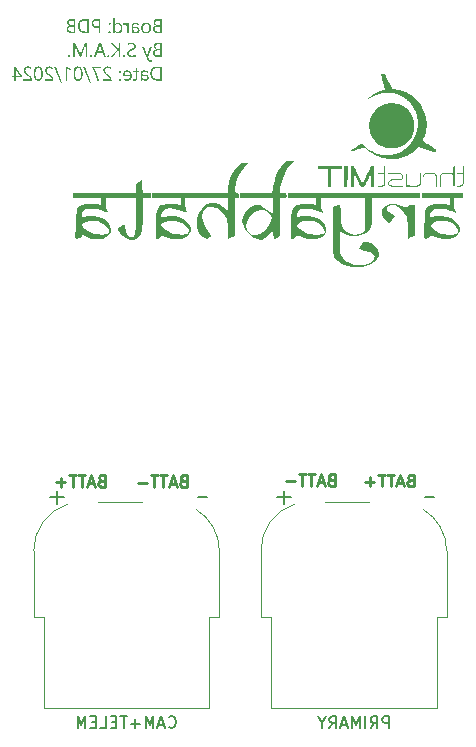
<source format=gbr>
%TF.GenerationSoftware,KiCad,Pcbnew,7.0.7*%
%TF.CreationDate,2024-02-10T01:31:47+05:30*%
%TF.ProjectId,PDB_Board,5044425f-426f-4617-9264-2e6b69636164,rev?*%
%TF.SameCoordinates,Original*%
%TF.FileFunction,Legend,Bot*%
%TF.FilePolarity,Positive*%
%FSLAX46Y46*%
G04 Gerber Fmt 4.6, Leading zero omitted, Abs format (unit mm)*
G04 Created by KiCad (PCBNEW 7.0.7) date 2024-02-10 01:31:47*
%MOMM*%
%LPD*%
G01*
G04 APERTURE LIST*
%ADD10C,0.250000*%
%ADD11C,0.150000*%
%ADD12C,0.120000*%
G04 APERTURE END LIST*
D10*
X141732698Y-113488409D02*
X141589841Y-113536028D01*
X141589841Y-113536028D02*
X141542222Y-113583647D01*
X141542222Y-113583647D02*
X141494603Y-113678885D01*
X141494603Y-113678885D02*
X141494603Y-113821742D01*
X141494603Y-113821742D02*
X141542222Y-113916980D01*
X141542222Y-113916980D02*
X141589841Y-113964600D01*
X141589841Y-113964600D02*
X141685079Y-114012219D01*
X141685079Y-114012219D02*
X142066031Y-114012219D01*
X142066031Y-114012219D02*
X142066031Y-113012219D01*
X142066031Y-113012219D02*
X141732698Y-113012219D01*
X141732698Y-113012219D02*
X141637460Y-113059838D01*
X141637460Y-113059838D02*
X141589841Y-113107457D01*
X141589841Y-113107457D02*
X141542222Y-113202695D01*
X141542222Y-113202695D02*
X141542222Y-113297933D01*
X141542222Y-113297933D02*
X141589841Y-113393171D01*
X141589841Y-113393171D02*
X141637460Y-113440790D01*
X141637460Y-113440790D02*
X141732698Y-113488409D01*
X141732698Y-113488409D02*
X142066031Y-113488409D01*
X141113650Y-113726504D02*
X140637460Y-113726504D01*
X141208888Y-114012219D02*
X140875555Y-113012219D01*
X140875555Y-113012219D02*
X140542222Y-114012219D01*
X140351745Y-113012219D02*
X139780317Y-113012219D01*
X140066031Y-114012219D02*
X140066031Y-113012219D01*
X139589840Y-113012219D02*
X139018412Y-113012219D01*
X139304126Y-114012219D02*
X139304126Y-113012219D01*
X138685078Y-113631266D02*
X137923174Y-113631266D01*
X138304126Y-114012219D02*
X138304126Y-113250314D01*
X122479498Y-113539209D02*
X122336641Y-113586828D01*
X122336641Y-113586828D02*
X122289022Y-113634447D01*
X122289022Y-113634447D02*
X122241403Y-113729685D01*
X122241403Y-113729685D02*
X122241403Y-113872542D01*
X122241403Y-113872542D02*
X122289022Y-113967780D01*
X122289022Y-113967780D02*
X122336641Y-114015400D01*
X122336641Y-114015400D02*
X122431879Y-114063019D01*
X122431879Y-114063019D02*
X122812831Y-114063019D01*
X122812831Y-114063019D02*
X122812831Y-113063019D01*
X122812831Y-113063019D02*
X122479498Y-113063019D01*
X122479498Y-113063019D02*
X122384260Y-113110638D01*
X122384260Y-113110638D02*
X122336641Y-113158257D01*
X122336641Y-113158257D02*
X122289022Y-113253495D01*
X122289022Y-113253495D02*
X122289022Y-113348733D01*
X122289022Y-113348733D02*
X122336641Y-113443971D01*
X122336641Y-113443971D02*
X122384260Y-113491590D01*
X122384260Y-113491590D02*
X122479498Y-113539209D01*
X122479498Y-113539209D02*
X122812831Y-113539209D01*
X121860450Y-113777304D02*
X121384260Y-113777304D01*
X121955688Y-114063019D02*
X121622355Y-113063019D01*
X121622355Y-113063019D02*
X121289022Y-114063019D01*
X121098545Y-113063019D02*
X120527117Y-113063019D01*
X120812831Y-114063019D02*
X120812831Y-113063019D01*
X120336640Y-113063019D02*
X119765212Y-113063019D01*
X120050926Y-114063019D02*
X120050926Y-113063019D01*
X119431878Y-113682066D02*
X118669974Y-113682066D01*
D11*
G36*
X120672754Y-75621600D02*
G01*
X120328372Y-75621600D01*
X120307859Y-75621233D01*
X120287792Y-75620134D01*
X120268172Y-75618302D01*
X120248999Y-75615738D01*
X120230272Y-75612440D01*
X120211992Y-75608410D01*
X120194158Y-75603648D01*
X120176770Y-75598152D01*
X120159829Y-75591924D01*
X120143335Y-75584963D01*
X120127287Y-75577269D01*
X120111686Y-75568843D01*
X120096531Y-75559684D01*
X120081822Y-75549792D01*
X120067560Y-75539168D01*
X120053745Y-75527810D01*
X120040578Y-75515824D01*
X120028260Y-75503387D01*
X120016792Y-75490499D01*
X120006173Y-75477160D01*
X119996403Y-75463370D01*
X119987484Y-75449129D01*
X119979413Y-75434437D01*
X119972192Y-75419293D01*
X119965821Y-75403699D01*
X119960299Y-75387653D01*
X119955627Y-75371156D01*
X119951804Y-75354209D01*
X119948831Y-75336810D01*
X119946707Y-75318960D01*
X119945433Y-75300659D01*
X119945008Y-75281907D01*
X119945041Y-75280148D01*
X120090088Y-75280148D01*
X120090154Y-75286389D01*
X120090678Y-75298621D01*
X120091727Y-75310519D01*
X120094283Y-75327739D01*
X120098019Y-75344206D01*
X120102935Y-75359922D01*
X120109031Y-75374885D01*
X120116306Y-75389096D01*
X120124762Y-75402554D01*
X120134397Y-75415261D01*
X120145212Y-75427215D01*
X120157206Y-75438417D01*
X120161455Y-75441970D01*
X120174847Y-75451950D01*
X120189207Y-75460915D01*
X120204536Y-75468866D01*
X120215293Y-75473602D01*
X120226481Y-75477887D01*
X120238100Y-75481722D01*
X120250148Y-75485105D01*
X120262628Y-75488037D01*
X120275537Y-75490518D01*
X120288878Y-75492548D01*
X120302648Y-75494126D01*
X120316850Y-75495254D01*
X120331481Y-75495931D01*
X120346543Y-75496156D01*
X120534415Y-75496156D01*
X120534415Y-75070881D01*
X120375266Y-75070881D01*
X120357721Y-75071085D01*
X120340733Y-75071698D01*
X120324302Y-75072720D01*
X120308428Y-75074151D01*
X120293111Y-75075990D01*
X120278350Y-75078238D01*
X120264147Y-75080894D01*
X120250501Y-75083960D01*
X120237412Y-75087434D01*
X120224880Y-75091317D01*
X120212904Y-75095609D01*
X120201486Y-75100309D01*
X120180320Y-75110936D01*
X120161383Y-75123198D01*
X120144673Y-75137094D01*
X120130192Y-75152626D01*
X120117938Y-75169792D01*
X120107912Y-75188594D01*
X120100114Y-75209030D01*
X120094544Y-75231101D01*
X120092595Y-75242750D01*
X120091202Y-75254807D01*
X120090367Y-75267273D01*
X120090088Y-75280148D01*
X119945041Y-75280148D01*
X119945289Y-75266844D01*
X119946130Y-75252139D01*
X119947533Y-75237792D01*
X119949496Y-75223801D01*
X119952021Y-75210168D01*
X119955106Y-75196892D01*
X119958753Y-75183973D01*
X119962960Y-75171411D01*
X119967728Y-75159207D01*
X119973058Y-75147359D01*
X119978948Y-75135869D01*
X119985400Y-75124736D01*
X119992412Y-75113961D01*
X119999986Y-75103542D01*
X120008120Y-75093481D01*
X120016816Y-75083777D01*
X120025943Y-75074459D01*
X120035445Y-75065628D01*
X120045323Y-75057285D01*
X120055577Y-75049430D01*
X120066206Y-75042063D01*
X120077211Y-75035183D01*
X120088591Y-75028791D01*
X120100347Y-75022887D01*
X120112478Y-75017471D01*
X120124985Y-75012542D01*
X120137867Y-75008101D01*
X120151125Y-75004147D01*
X120164758Y-75000682D01*
X120178767Y-74997704D01*
X120193151Y-74995214D01*
X120207911Y-74993212D01*
X120207911Y-74989987D01*
X120201979Y-74987986D01*
X120190357Y-74983731D01*
X120179054Y-74979143D01*
X120168072Y-74974220D01*
X120157411Y-74968962D01*
X120147071Y-74963371D01*
X120132161Y-74954356D01*
X120117972Y-74944590D01*
X120104505Y-74934071D01*
X120091759Y-74922800D01*
X120079734Y-74910777D01*
X120068431Y-74898002D01*
X120057848Y-74884475D01*
X120054494Y-74879815D01*
X120045071Y-74865529D01*
X120036607Y-74850785D01*
X120029100Y-74835582D01*
X120022552Y-74819921D01*
X120016962Y-74803801D01*
X120012330Y-74787223D01*
X120008657Y-74770186D01*
X120006741Y-74758574D01*
X120005250Y-74746757D01*
X120004416Y-74737343D01*
X120148414Y-74737343D01*
X120148477Y-74743527D01*
X120148988Y-74755633D01*
X120150009Y-74767389D01*
X120152499Y-74784366D01*
X120156137Y-74800554D01*
X120160924Y-74815954D01*
X120166860Y-74830566D01*
X120173945Y-74844390D01*
X120182178Y-74857425D01*
X120191561Y-74869672D01*
X120202093Y-74881131D01*
X120213773Y-74891802D01*
X120217887Y-74895156D01*
X120230800Y-74904579D01*
X120244568Y-74913044D01*
X120259191Y-74920550D01*
X120274669Y-74927098D01*
X120291003Y-74932688D01*
X120302367Y-74935882D01*
X120314111Y-74938651D01*
X120326235Y-74940993D01*
X120338740Y-74942910D01*
X120351624Y-74944400D01*
X120364889Y-74945465D01*
X120378534Y-74946104D01*
X120392559Y-74946317D01*
X120534415Y-74946317D01*
X120534415Y-74565298D01*
X120375266Y-74565298D01*
X120361310Y-74565466D01*
X120347796Y-74565970D01*
X120334725Y-74566810D01*
X120322098Y-74567986D01*
X120309913Y-74569498D01*
X120298172Y-74571346D01*
X120276018Y-74576051D01*
X120255637Y-74582099D01*
X120237028Y-74589492D01*
X120220191Y-74598228D01*
X120205127Y-74608309D01*
X120191835Y-74619734D01*
X120180315Y-74632503D01*
X120170567Y-74646616D01*
X120162592Y-74662073D01*
X120156389Y-74678874D01*
X120151958Y-74697020D01*
X120149300Y-74716509D01*
X120148414Y-74737343D01*
X120004416Y-74737343D01*
X120004185Y-74734737D01*
X120003546Y-74722513D01*
X120003333Y-74710085D01*
X120003685Y-74695206D01*
X120004739Y-74680684D01*
X120006497Y-74666520D01*
X120008957Y-74652713D01*
X120012120Y-74639262D01*
X120015987Y-74626169D01*
X120020556Y-74613434D01*
X120025828Y-74601055D01*
X120031803Y-74589034D01*
X120038481Y-74577370D01*
X120045863Y-74566063D01*
X120053947Y-74555113D01*
X120062734Y-74544521D01*
X120072224Y-74534285D01*
X120082417Y-74524407D01*
X120093312Y-74514886D01*
X120104772Y-74505800D01*
X120116728Y-74497301D01*
X120129181Y-74489387D01*
X120142130Y-74482060D01*
X120155577Y-74475319D01*
X120169521Y-74469164D01*
X120183961Y-74463595D01*
X120198899Y-74458613D01*
X120214333Y-74454216D01*
X120230264Y-74450406D01*
X120246692Y-74447182D01*
X120263617Y-74444544D01*
X120281039Y-74442493D01*
X120298957Y-74441027D01*
X120317373Y-74440148D01*
X120336285Y-74439855D01*
X120672754Y-74439855D01*
X120672754Y-75621600D01*
G37*
G36*
X119368180Y-74758855D02*
G01*
X119380306Y-74759204D01*
X119392273Y-74759787D01*
X119404080Y-74760602D01*
X119427219Y-74762932D01*
X119449720Y-74766194D01*
X119471585Y-74770388D01*
X119492814Y-74775513D01*
X119513406Y-74781571D01*
X119533361Y-74788560D01*
X119552680Y-74796482D01*
X119571362Y-74805335D01*
X119589408Y-74815121D01*
X119606817Y-74825838D01*
X119623590Y-74837487D01*
X119639726Y-74850068D01*
X119655225Y-74863582D01*
X119670088Y-74878027D01*
X119684143Y-74893301D01*
X119697291Y-74909300D01*
X119709532Y-74926026D01*
X119720866Y-74943478D01*
X119731294Y-74961655D01*
X119740815Y-74980558D01*
X119749429Y-75000187D01*
X119757137Y-75020542D01*
X119763937Y-75041623D01*
X119769831Y-75063430D01*
X119774818Y-75085962D01*
X119776972Y-75097501D01*
X119778899Y-75109221D01*
X119780599Y-75121122D01*
X119782072Y-75133205D01*
X119783319Y-75145469D01*
X119784339Y-75157915D01*
X119785133Y-75170542D01*
X119785699Y-75183351D01*
X119786039Y-75196341D01*
X119786153Y-75209513D01*
X119786044Y-75221620D01*
X119785716Y-75233576D01*
X119784408Y-75257040D01*
X119782227Y-75279903D01*
X119779173Y-75302166D01*
X119775248Y-75323830D01*
X119770449Y-75344894D01*
X119764779Y-75365357D01*
X119758236Y-75385221D01*
X119750820Y-75404485D01*
X119742532Y-75423149D01*
X119733372Y-75441213D01*
X119723339Y-75458677D01*
X119712434Y-75475542D01*
X119700657Y-75491806D01*
X119688007Y-75507470D01*
X119674485Y-75522535D01*
X119660231Y-75536802D01*
X119645386Y-75550149D01*
X119629951Y-75562576D01*
X119613925Y-75574082D01*
X119597308Y-75584668D01*
X119580100Y-75594333D01*
X119562302Y-75603077D01*
X119543913Y-75610902D01*
X119524933Y-75617805D01*
X119505362Y-75623789D01*
X119485200Y-75628851D01*
X119464448Y-75632993D01*
X119443105Y-75636215D01*
X119421171Y-75638516D01*
X119398647Y-75639897D01*
X119375532Y-75640357D01*
X119363609Y-75640239D01*
X119351839Y-75639883D01*
X119328756Y-75638461D01*
X119306282Y-75636091D01*
X119284417Y-75632774D01*
X119263161Y-75628508D01*
X119242514Y-75623294D01*
X119222476Y-75617132D01*
X119203047Y-75610022D01*
X119184228Y-75601965D01*
X119166017Y-75592959D01*
X119148415Y-75583005D01*
X119131423Y-75572104D01*
X119115040Y-75560254D01*
X119099265Y-75547457D01*
X119084100Y-75533711D01*
X119069544Y-75519018D01*
X119055702Y-75503537D01*
X119042754Y-75487432D01*
X119030698Y-75470702D01*
X119019535Y-75453347D01*
X119009266Y-75435366D01*
X118999889Y-75416761D01*
X118991405Y-75397530D01*
X118983815Y-75377674D01*
X118977117Y-75357193D01*
X118971313Y-75336087D01*
X118966401Y-75314356D01*
X118962383Y-75292000D01*
X118959257Y-75269019D01*
X118958029Y-75257293D01*
X118957024Y-75245412D01*
X118956243Y-75233374D01*
X118955685Y-75221181D01*
X118955350Y-75208830D01*
X118955283Y-75201306D01*
X119093578Y-75201306D01*
X119093854Y-75220519D01*
X119094681Y-75239175D01*
X119096061Y-75257274D01*
X119097992Y-75274817D01*
X119100476Y-75291804D01*
X119103511Y-75308234D01*
X119107098Y-75324108D01*
X119111236Y-75339426D01*
X119115927Y-75354187D01*
X119121169Y-75368391D01*
X119126964Y-75382040D01*
X119133310Y-75395131D01*
X119140208Y-75407667D01*
X119147658Y-75419646D01*
X119155659Y-75431068D01*
X119164213Y-75441934D01*
X119173242Y-75452192D01*
X119182746Y-75461787D01*
X119192724Y-75470720D01*
X119203175Y-75478992D01*
X119214101Y-75486602D01*
X119225501Y-75493551D01*
X119237374Y-75499837D01*
X119249722Y-75505462D01*
X119262544Y-75510425D01*
X119275839Y-75514726D01*
X119289609Y-75518366D01*
X119303852Y-75521344D01*
X119318570Y-75523660D01*
X119333761Y-75525314D01*
X119349427Y-75526307D01*
X119365566Y-75526638D01*
X119381447Y-75526301D01*
X119396923Y-75525291D01*
X119411993Y-75523609D01*
X119426658Y-75521252D01*
X119440917Y-75518223D01*
X119454772Y-75514520D01*
X119468221Y-75510145D01*
X119481264Y-75505096D01*
X119493903Y-75499374D01*
X119506136Y-75492978D01*
X119517964Y-75485910D01*
X119529386Y-75478168D01*
X119540403Y-75469753D01*
X119551015Y-75460665D01*
X119561222Y-75450904D01*
X119571024Y-75440469D01*
X119580287Y-75429415D01*
X119588952Y-75417869D01*
X119597020Y-75405830D01*
X119604491Y-75393300D01*
X119611364Y-75380276D01*
X119617639Y-75366761D01*
X119623316Y-75352753D01*
X119628396Y-75338253D01*
X119632878Y-75323261D01*
X119636763Y-75307776D01*
X119640050Y-75291800D01*
X119642739Y-75275330D01*
X119644831Y-75258369D01*
X119646325Y-75240915D01*
X119647222Y-75222969D01*
X119647520Y-75204530D01*
X119647224Y-75185375D01*
X119646334Y-75166745D01*
X119644852Y-75148638D01*
X119642776Y-75131056D01*
X119640107Y-75113998D01*
X119636845Y-75097465D01*
X119632991Y-75081456D01*
X119628543Y-75065971D01*
X119623502Y-75051011D01*
X119617868Y-75036575D01*
X119611641Y-75022664D01*
X119604821Y-75009277D01*
X119597407Y-74996414D01*
X119589401Y-74984075D01*
X119580802Y-74972261D01*
X119571610Y-74960971D01*
X119561909Y-74950253D01*
X119551785Y-74940226D01*
X119541237Y-74930891D01*
X119530265Y-74922247D01*
X119518870Y-74914294D01*
X119507052Y-74907033D01*
X119494809Y-74900464D01*
X119482144Y-74894586D01*
X119469054Y-74889400D01*
X119455541Y-74884905D01*
X119441604Y-74881102D01*
X119427244Y-74877990D01*
X119412460Y-74875570D01*
X119397252Y-74873841D01*
X119381621Y-74872804D01*
X119365566Y-74872458D01*
X119349427Y-74872792D01*
X119333761Y-74873795D01*
X119318570Y-74875467D01*
X119303852Y-74877807D01*
X119289609Y-74880816D01*
X119275839Y-74884493D01*
X119262544Y-74888839D01*
X119249722Y-74893854D01*
X119237374Y-74899537D01*
X119225501Y-74905889D01*
X119214101Y-74912909D01*
X119203175Y-74920598D01*
X119192724Y-74928956D01*
X119182746Y-74937982D01*
X119173242Y-74947677D01*
X119164213Y-74958041D01*
X119155659Y-74968986D01*
X119147658Y-74980499D01*
X119140208Y-74992580D01*
X119133310Y-75005228D01*
X119126964Y-75018445D01*
X119121169Y-75032229D01*
X119115927Y-75046582D01*
X119111236Y-75061502D01*
X119107098Y-75076990D01*
X119103511Y-75093046D01*
X119100476Y-75109670D01*
X119097992Y-75126861D01*
X119096061Y-75144621D01*
X119094681Y-75162948D01*
X119093854Y-75181843D01*
X119093578Y-75201306D01*
X118955283Y-75201306D01*
X118955238Y-75196324D01*
X118955342Y-75183552D01*
X118955653Y-75170957D01*
X118956171Y-75158537D01*
X118956896Y-75146292D01*
X118957829Y-75134224D01*
X118958968Y-75122331D01*
X118961870Y-75099072D01*
X118965600Y-75076517D01*
X118970159Y-75054665D01*
X118975546Y-75033515D01*
X118981763Y-75013068D01*
X118988809Y-74993325D01*
X118996683Y-74974284D01*
X119005387Y-74955947D01*
X119014919Y-74938312D01*
X119025280Y-74921380D01*
X119036471Y-74905151D01*
X119048490Y-74889625D01*
X119061338Y-74874803D01*
X119074887Y-74860748D01*
X119089085Y-74847600D01*
X119103931Y-74835359D01*
X119119425Y-74824024D01*
X119135566Y-74813597D01*
X119152356Y-74804076D01*
X119169794Y-74795462D01*
X119187880Y-74787754D01*
X119206614Y-74780954D01*
X119225995Y-74775060D01*
X119246025Y-74770073D01*
X119266703Y-74765992D01*
X119288029Y-74762819D01*
X119310003Y-74760552D01*
X119332625Y-74759192D01*
X119355894Y-74758738D01*
X119368180Y-74758855D01*
G37*
G36*
X118458374Y-74759058D02*
G01*
X118478228Y-74760016D01*
X118497786Y-74761613D01*
X118517048Y-74763849D01*
X118536016Y-74766724D01*
X118554688Y-74770238D01*
X118573064Y-74774390D01*
X118591146Y-74779181D01*
X118608931Y-74784612D01*
X118626422Y-74790681D01*
X118643617Y-74797389D01*
X118660517Y-74804735D01*
X118677121Y-74812721D01*
X118693430Y-74821345D01*
X118709444Y-74830609D01*
X118725162Y-74840511D01*
X118725162Y-74983833D01*
X118709695Y-74970346D01*
X118693998Y-74957729D01*
X118678069Y-74945983D01*
X118661909Y-74935106D01*
X118645518Y-74925100D01*
X118628895Y-74915964D01*
X118612041Y-74907698D01*
X118594956Y-74900302D01*
X118577639Y-74893776D01*
X118560092Y-74888120D01*
X118542313Y-74883334D01*
X118524302Y-74879419D01*
X118506061Y-74876373D01*
X118487588Y-74874198D01*
X118468884Y-74872893D01*
X118449949Y-74872458D01*
X118439238Y-74872658D01*
X118418836Y-74874261D01*
X118399794Y-74877467D01*
X118382112Y-74882275D01*
X118365791Y-74888687D01*
X118350830Y-74896701D01*
X118337228Y-74906318D01*
X118324987Y-74917538D01*
X118314106Y-74930361D01*
X118304585Y-74944786D01*
X118296424Y-74960815D01*
X118289624Y-74978446D01*
X118284183Y-74997680D01*
X118280103Y-75018517D01*
X118277383Y-75040957D01*
X118276533Y-75052778D01*
X118276023Y-75064999D01*
X118275853Y-75077622D01*
X118528790Y-75113672D01*
X118545939Y-75116323D01*
X118562543Y-75119366D01*
X118578603Y-75122801D01*
X118594118Y-75126628D01*
X118609089Y-75130847D01*
X118623515Y-75135458D01*
X118637397Y-75140462D01*
X118650735Y-75145857D01*
X118663528Y-75151645D01*
X118675777Y-75157825D01*
X118687481Y-75164397D01*
X118698641Y-75171361D01*
X118709257Y-75178717D01*
X118719328Y-75186465D01*
X118728855Y-75194606D01*
X118737838Y-75203138D01*
X118746276Y-75212063D01*
X118754170Y-75221380D01*
X118761519Y-75231089D01*
X118768324Y-75241190D01*
X118774585Y-75251683D01*
X118780301Y-75262568D01*
X118785472Y-75273846D01*
X118790100Y-75285515D01*
X118794183Y-75297577D01*
X118797721Y-75310031D01*
X118800715Y-75322877D01*
X118803165Y-75336115D01*
X118805071Y-75349745D01*
X118806432Y-75363767D01*
X118807248Y-75378182D01*
X118807520Y-75392988D01*
X118807242Y-75406810D01*
X118806408Y-75420287D01*
X118805016Y-75433418D01*
X118803069Y-75446203D01*
X118800565Y-75458642D01*
X118797505Y-75470735D01*
X118793888Y-75482483D01*
X118789715Y-75493885D01*
X118784986Y-75504941D01*
X118779700Y-75515652D01*
X118773857Y-75526016D01*
X118767458Y-75536035D01*
X118760503Y-75545708D01*
X118752992Y-75555036D01*
X118744924Y-75564017D01*
X118736299Y-75572653D01*
X118727147Y-75580852D01*
X118717569Y-75588521D01*
X118707565Y-75595662D01*
X118697135Y-75602274D01*
X118686279Y-75608357D01*
X118674997Y-75613910D01*
X118663290Y-75618935D01*
X118651156Y-75623431D01*
X118638597Y-75627398D01*
X118625611Y-75630836D01*
X118612200Y-75633746D01*
X118598363Y-75636126D01*
X118584100Y-75637977D01*
X118569411Y-75639299D01*
X118554296Y-75640093D01*
X118538756Y-75640357D01*
X118517648Y-75639765D01*
X118497192Y-75637990D01*
X118477385Y-75635030D01*
X118458229Y-75630887D01*
X118439723Y-75625560D01*
X118421867Y-75619049D01*
X118404662Y-75611354D01*
X118388107Y-75602475D01*
X118372202Y-75592413D01*
X118356947Y-75581167D01*
X118342343Y-75568737D01*
X118328389Y-75555123D01*
X118315086Y-75540325D01*
X118302432Y-75524344D01*
X118290429Y-75507178D01*
X118279077Y-75488829D01*
X118275853Y-75488829D01*
X118275853Y-75621600D01*
X118140737Y-75621600D01*
X118140737Y-75185479D01*
X118275853Y-75185479D01*
X118275853Y-75271648D01*
X118276109Y-75285311D01*
X118276878Y-75298677D01*
X118278161Y-75311745D01*
X118279956Y-75324515D01*
X118282264Y-75336987D01*
X118285085Y-75349162D01*
X118288419Y-75361039D01*
X118292266Y-75372618D01*
X118296625Y-75383900D01*
X118301498Y-75394884D01*
X118306884Y-75405571D01*
X118312782Y-75415959D01*
X118319193Y-75426050D01*
X118326118Y-75435844D01*
X118333555Y-75445339D01*
X118341505Y-75454537D01*
X118345624Y-75458973D01*
X118354069Y-75467423D01*
X118367251Y-75479040D01*
X118381052Y-75489391D01*
X118395470Y-75498474D01*
X118410507Y-75506289D01*
X118426163Y-75512837D01*
X118442436Y-75518118D01*
X118459328Y-75522132D01*
X118470932Y-75524103D01*
X118482812Y-75525511D01*
X118494966Y-75526356D01*
X118507395Y-75526638D01*
X118511946Y-75526599D01*
X118525260Y-75526010D01*
X118538063Y-75524716D01*
X118550357Y-75522717D01*
X118562140Y-75520011D01*
X118573414Y-75516600D01*
X118587651Y-75510953D01*
X118600983Y-75504052D01*
X118613407Y-75495895D01*
X118624924Y-75486484D01*
X118635228Y-75476084D01*
X118644159Y-75464960D01*
X118651715Y-75453113D01*
X118657897Y-75440542D01*
X118662706Y-75427248D01*
X118666140Y-75413230D01*
X118668201Y-75398488D01*
X118668888Y-75383023D01*
X118668702Y-75372349D01*
X118667722Y-75357116D01*
X118665902Y-75342815D01*
X118663243Y-75329446D01*
X118659744Y-75317010D01*
X118655405Y-75305506D01*
X118650226Y-75294935D01*
X118642015Y-75282291D01*
X118632311Y-75271305D01*
X118621114Y-75261976D01*
X118618083Y-75259853D01*
X118605054Y-75251768D01*
X118594333Y-75246131D01*
X118582798Y-75240860D01*
X118570448Y-75235954D01*
X118557285Y-75231414D01*
X118543308Y-75227240D01*
X118528516Y-75223432D01*
X118512911Y-75219990D01*
X118496491Y-75216913D01*
X118479258Y-75214202D01*
X118275853Y-75185479D01*
X118140737Y-75185479D01*
X118140737Y-75073225D01*
X118141028Y-75053877D01*
X118141899Y-75035143D01*
X118143352Y-75017023D01*
X118145386Y-74999518D01*
X118148000Y-74982626D01*
X118151196Y-74966349D01*
X118154973Y-74950686D01*
X118159330Y-74935637D01*
X118164269Y-74921203D01*
X118169789Y-74907383D01*
X118175890Y-74894177D01*
X118182572Y-74881585D01*
X118189834Y-74869607D01*
X118197678Y-74858244D01*
X118206103Y-74847495D01*
X118215109Y-74837360D01*
X118224696Y-74827840D01*
X118234864Y-74818933D01*
X118245613Y-74810641D01*
X118256944Y-74802963D01*
X118268855Y-74795899D01*
X118281347Y-74789450D01*
X118294420Y-74783615D01*
X118308074Y-74778394D01*
X118322310Y-74773787D01*
X118337126Y-74769795D01*
X118352523Y-74766416D01*
X118368501Y-74763652D01*
X118385061Y-74761502D01*
X118402201Y-74759967D01*
X118419923Y-74759045D01*
X118438225Y-74758738D01*
X118458374Y-74759058D01*
G37*
G36*
X117449921Y-74908801D02*
G01*
X117461769Y-74903397D01*
X117475149Y-74898909D01*
X117486955Y-74895978D01*
X117499741Y-74893634D01*
X117513507Y-74891875D01*
X117528253Y-74890703D01*
X117543979Y-74890117D01*
X117552210Y-74890043D01*
X117568174Y-74890759D01*
X117583644Y-74892908D01*
X117598619Y-74896488D01*
X117613100Y-74901501D01*
X117627086Y-74907947D01*
X117640577Y-74915824D01*
X117653574Y-74925134D01*
X117666076Y-74935875D01*
X117678083Y-74948050D01*
X117685814Y-74956961D01*
X117693324Y-74966510D01*
X117696997Y-74971523D01*
X117704024Y-74981902D01*
X117710598Y-74992744D01*
X117716719Y-75004049D01*
X117722386Y-75015816D01*
X117727600Y-75028046D01*
X117732360Y-75040738D01*
X117736667Y-75053893D01*
X117740521Y-75067510D01*
X117743921Y-75081590D01*
X117746868Y-75096132D01*
X117749362Y-75111137D01*
X117751402Y-75126605D01*
X117752989Y-75142535D01*
X117754122Y-75158927D01*
X117754802Y-75175782D01*
X117755029Y-75193100D01*
X117755029Y-75621600D01*
X117890144Y-75621600D01*
X117890144Y-74777496D01*
X117755029Y-74777496D01*
X117755029Y-74954230D01*
X117751805Y-74954230D01*
X117748060Y-74942849D01*
X117744079Y-74931786D01*
X117737666Y-74915788D01*
X117730722Y-74900506D01*
X117723247Y-74885941D01*
X117715242Y-74872091D01*
X117706706Y-74858958D01*
X117697639Y-74846541D01*
X117688042Y-74834840D01*
X117677914Y-74823855D01*
X117667255Y-74813586D01*
X117663585Y-74810322D01*
X117652308Y-74801104D01*
X117640789Y-74792792D01*
X117629028Y-74785387D01*
X117617024Y-74778888D01*
X117604779Y-74773297D01*
X117592291Y-74768612D01*
X117579561Y-74764834D01*
X117566590Y-74761962D01*
X117553376Y-74759998D01*
X117539919Y-74758940D01*
X117530814Y-74758738D01*
X117518010Y-74758917D01*
X117505975Y-74759453D01*
X117492013Y-74760625D01*
X117479253Y-74762355D01*
X117467695Y-74764643D01*
X117455413Y-74768126D01*
X117449921Y-74770169D01*
X117449921Y-74908801D01*
G37*
G36*
X116721003Y-74895319D02*
G01*
X116724227Y-74895319D01*
X116734489Y-74878780D01*
X116745494Y-74863308D01*
X116757241Y-74848903D01*
X116769729Y-74835565D01*
X116782959Y-74823294D01*
X116796932Y-74812090D01*
X116811646Y-74801953D01*
X116827102Y-74792884D01*
X116843300Y-74784881D01*
X116860239Y-74777945D01*
X116877921Y-74772076D01*
X116896345Y-74767275D01*
X116915510Y-74763540D01*
X116935417Y-74760872D01*
X116956066Y-74759272D01*
X116977458Y-74758738D01*
X116999129Y-74759231D01*
X117020253Y-74760708D01*
X117040831Y-74763169D01*
X117060860Y-74766615D01*
X117080343Y-74771046D01*
X117099278Y-74776461D01*
X117117666Y-74782861D01*
X117135507Y-74790246D01*
X117152801Y-74798615D01*
X117169547Y-74807969D01*
X117185746Y-74818307D01*
X117201398Y-74829630D01*
X117216502Y-74841937D01*
X117231059Y-74855230D01*
X117245069Y-74869506D01*
X117258532Y-74884768D01*
X117265024Y-74892707D01*
X117277389Y-74909072D01*
X117288929Y-74926085D01*
X117299645Y-74943746D01*
X117309537Y-74962055D01*
X117318605Y-74981012D01*
X117326848Y-75000617D01*
X117334267Y-75020871D01*
X117340861Y-75041772D01*
X117346631Y-75063321D01*
X117351577Y-75085518D01*
X117355699Y-75108363D01*
X117357451Y-75120028D01*
X117358996Y-75131856D01*
X117360336Y-75143846D01*
X117361469Y-75155997D01*
X117362396Y-75168311D01*
X117363118Y-75180786D01*
X117363633Y-75193424D01*
X117363942Y-75206223D01*
X117364045Y-75219185D01*
X117363952Y-75231287D01*
X117363673Y-75243229D01*
X117362557Y-75266634D01*
X117360696Y-75289400D01*
X117358092Y-75311527D01*
X117354743Y-75333016D01*
X117350650Y-75353865D01*
X117345813Y-75374076D01*
X117340231Y-75393648D01*
X117333906Y-75412581D01*
X117326836Y-75430875D01*
X117319022Y-75448530D01*
X117310464Y-75465547D01*
X117301162Y-75481924D01*
X117291116Y-75497663D01*
X117280325Y-75512763D01*
X117268790Y-75527224D01*
X117256634Y-75540924D01*
X117243978Y-75553740D01*
X117230824Y-75565672D01*
X117217170Y-75576720D01*
X117203017Y-75586884D01*
X117188364Y-75596165D01*
X117173213Y-75604561D01*
X117157562Y-75612074D01*
X117141412Y-75618703D01*
X117124763Y-75624448D01*
X117107615Y-75629309D01*
X117089968Y-75633287D01*
X117071822Y-75636380D01*
X117053176Y-75638590D01*
X117034031Y-75639915D01*
X117014387Y-75640357D01*
X117002232Y-75640198D01*
X116990276Y-75639721D01*
X116966961Y-75637811D01*
X116944444Y-75634628D01*
X116922723Y-75630172D01*
X116901799Y-75624443D01*
X116881672Y-75617441D01*
X116862341Y-75609166D01*
X116843808Y-75599618D01*
X116826071Y-75588796D01*
X116809131Y-75576702D01*
X116792989Y-75563334D01*
X116777642Y-75548693D01*
X116763093Y-75532779D01*
X116749341Y-75515592D01*
X116736385Y-75497132D01*
X116724227Y-75477399D01*
X116721003Y-75477399D01*
X116721003Y-75621600D01*
X116585887Y-75621600D01*
X116585887Y-75239701D01*
X116721003Y-75239701D01*
X116721278Y-75255068D01*
X116722106Y-75270100D01*
X116723486Y-75284799D01*
X116725417Y-75299162D01*
X116727901Y-75313192D01*
X116730936Y-75326887D01*
X116734523Y-75340248D01*
X116738661Y-75353274D01*
X116743352Y-75365967D01*
X116748594Y-75378324D01*
X116754389Y-75390348D01*
X116760735Y-75402037D01*
X116767633Y-75413392D01*
X116775083Y-75424413D01*
X116783084Y-75435099D01*
X116791638Y-75445452D01*
X116800596Y-75455283D01*
X116809887Y-75464480D01*
X116819510Y-75473042D01*
X116829465Y-75480971D01*
X116839752Y-75488265D01*
X116850370Y-75494924D01*
X116861321Y-75500950D01*
X116872604Y-75506341D01*
X116884219Y-75511098D01*
X116896166Y-75515221D01*
X116908445Y-75518710D01*
X116921056Y-75521564D01*
X116933999Y-75523784D01*
X116947274Y-75525369D01*
X116960881Y-75526321D01*
X116974820Y-75526638D01*
X116988963Y-75526309D01*
X117002741Y-75525324D01*
X117016156Y-75523681D01*
X117029207Y-75521381D01*
X117041893Y-75518423D01*
X117054215Y-75514809D01*
X117066174Y-75510537D01*
X117077768Y-75505609D01*
X117088998Y-75500023D01*
X117099864Y-75493780D01*
X117110367Y-75486879D01*
X117120504Y-75479322D01*
X117130278Y-75471107D01*
X117139688Y-75462236D01*
X117148734Y-75452707D01*
X117157416Y-75442521D01*
X117165650Y-75431731D01*
X117173353Y-75420466D01*
X117180524Y-75408724D01*
X117187164Y-75396505D01*
X117193274Y-75383811D01*
X117198851Y-75370640D01*
X117203898Y-75356993D01*
X117208414Y-75342870D01*
X117212398Y-75328270D01*
X117215851Y-75313194D01*
X117218773Y-75297642D01*
X117221163Y-75281613D01*
X117223022Y-75265109D01*
X117224350Y-75248128D01*
X117225147Y-75230671D01*
X117225413Y-75212737D01*
X117225136Y-75193077D01*
X117224305Y-75173957D01*
X117222919Y-75155378D01*
X117220980Y-75137339D01*
X117218486Y-75119841D01*
X117215439Y-75102883D01*
X117211837Y-75086465D01*
X117207681Y-75070588D01*
X117202971Y-75055251D01*
X117197707Y-75040454D01*
X117191888Y-75026198D01*
X117185516Y-75012482D01*
X117178589Y-74999307D01*
X117171109Y-74986672D01*
X117163074Y-74974577D01*
X117154485Y-74963023D01*
X117145414Y-74952056D01*
X117135933Y-74941797D01*
X117126042Y-74932245D01*
X117115742Y-74923401D01*
X117105031Y-74915264D01*
X117093911Y-74907835D01*
X117082381Y-74901113D01*
X117070441Y-74895099D01*
X117058091Y-74889793D01*
X117045331Y-74885194D01*
X117032161Y-74881302D01*
X117018582Y-74878118D01*
X117004593Y-74875642D01*
X116990193Y-74873873D01*
X116975384Y-74872812D01*
X116960165Y-74872458D01*
X116953698Y-74872527D01*
X116940978Y-74873079D01*
X116928545Y-74874182D01*
X116916398Y-74875838D01*
X116904536Y-74878045D01*
X116892962Y-74880804D01*
X116876136Y-74885978D01*
X116859955Y-74892393D01*
X116844417Y-74900050D01*
X116829523Y-74908948D01*
X116815274Y-74919088D01*
X116806132Y-74926538D01*
X116797276Y-74934539D01*
X116788707Y-74943093D01*
X116780508Y-74952045D01*
X116772839Y-74961242D01*
X116765698Y-74970684D01*
X116759086Y-74980370D01*
X116750160Y-74995360D01*
X116742425Y-75010901D01*
X116735879Y-75026993D01*
X116730523Y-75043637D01*
X116727614Y-75055039D01*
X116725234Y-75066686D01*
X116723383Y-75078578D01*
X116722060Y-75090715D01*
X116721267Y-75103097D01*
X116721003Y-75115724D01*
X116721003Y-75239701D01*
X116585887Y-75239701D01*
X116585887Y-74364824D01*
X116721003Y-74364824D01*
X116721003Y-74895319D01*
G37*
G36*
X116271107Y-74946317D02*
G01*
X116284904Y-74945338D01*
X116297939Y-74942401D01*
X116310211Y-74937507D01*
X116321720Y-74930655D01*
X116332468Y-74921845D01*
X116335880Y-74918473D01*
X116343564Y-74909500D01*
X116351065Y-74898015D01*
X116356691Y-74885746D01*
X116360442Y-74872694D01*
X116362317Y-74858859D01*
X116362552Y-74851648D01*
X116361901Y-74839845D01*
X116359400Y-74826436D01*
X116355024Y-74813851D01*
X116348773Y-74802091D01*
X116340647Y-74791155D01*
X116335880Y-74785996D01*
X116325388Y-74776733D01*
X116314132Y-74769386D01*
X116302114Y-74763956D01*
X116289334Y-74760442D01*
X116275791Y-74758845D01*
X116271107Y-74758738D01*
X116259296Y-74759404D01*
X116245860Y-74761959D01*
X116233227Y-74766431D01*
X116221398Y-74772820D01*
X116210373Y-74781125D01*
X116205162Y-74785996D01*
X116197309Y-74794708D01*
X116189643Y-74805919D01*
X116183893Y-74817954D01*
X116180060Y-74830814D01*
X116178144Y-74844497D01*
X116177904Y-74851648D01*
X116178570Y-74863558D01*
X116181125Y-74877132D01*
X116185597Y-74889923D01*
X116191985Y-74901930D01*
X116200290Y-74913155D01*
X116205162Y-74918473D01*
X116213959Y-74926495D01*
X116225252Y-74934326D01*
X116237349Y-74940199D01*
X116250249Y-74944114D01*
X116263954Y-74946072D01*
X116271107Y-74946317D01*
G37*
G36*
X116271107Y-75640357D02*
G01*
X116284904Y-75639389D01*
X116297939Y-75636483D01*
X116310211Y-75631640D01*
X116321720Y-75624860D01*
X116332468Y-75616143D01*
X116335880Y-75612807D01*
X116343564Y-75603932D01*
X116351065Y-75592584D01*
X116356691Y-75580474D01*
X116360442Y-75567601D01*
X116362317Y-75553965D01*
X116362552Y-75546861D01*
X116361614Y-75532934D01*
X116358801Y-75519727D01*
X116354113Y-75507242D01*
X116347549Y-75495479D01*
X116339110Y-75484436D01*
X116335880Y-75480916D01*
X116327189Y-75472810D01*
X116316061Y-75464896D01*
X116304170Y-75458961D01*
X116291517Y-75455005D01*
X116278101Y-75453026D01*
X116271107Y-75452779D01*
X116259296Y-75453466D01*
X116245860Y-75456104D01*
X116233227Y-75460720D01*
X116221398Y-75467314D01*
X116210373Y-75475887D01*
X116205162Y-75480916D01*
X116197309Y-75489867D01*
X116189643Y-75501270D01*
X116183893Y-75513395D01*
X116180060Y-75526240D01*
X116178144Y-75539807D01*
X116177904Y-75546861D01*
X116178570Y-75558595D01*
X116181125Y-75571976D01*
X116185597Y-75584595D01*
X116191985Y-75596452D01*
X116200290Y-75607546D01*
X116205162Y-75612807D01*
X116213959Y-75620744D01*
X116225252Y-75628492D01*
X116237349Y-75634304D01*
X116250249Y-75638178D01*
X116263954Y-75640115D01*
X116271107Y-75640357D01*
G37*
G36*
X115476830Y-75621600D02*
G01*
X115338490Y-75621600D01*
X115338490Y-75184307D01*
X115182566Y-75184307D01*
X115170335Y-75184201D01*
X115158263Y-75183883D01*
X115146350Y-75183354D01*
X115134595Y-75182613D01*
X115111561Y-75180495D01*
X115089161Y-75177529D01*
X115067396Y-75173717D01*
X115046264Y-75169057D01*
X115025768Y-75163550D01*
X115005905Y-75157196D01*
X114986676Y-75149995D01*
X114968082Y-75141946D01*
X114950122Y-75133050D01*
X114932797Y-75123307D01*
X114916106Y-75112717D01*
X114900048Y-75101280D01*
X114884626Y-75088995D01*
X114869837Y-75075863D01*
X114855818Y-75062066D01*
X114842703Y-75047786D01*
X114830493Y-75033023D01*
X114819187Y-75017776D01*
X114808786Y-75002047D01*
X114799289Y-74985834D01*
X114790697Y-74969138D01*
X114783009Y-74951959D01*
X114776225Y-74934297D01*
X114770346Y-74916151D01*
X114765372Y-74897523D01*
X114761302Y-74878411D01*
X114758136Y-74858816D01*
X114755875Y-74838739D01*
X114754518Y-74818178D01*
X114754204Y-74803581D01*
X114899146Y-74803581D01*
X114899442Y-74818607D01*
X114900328Y-74833202D01*
X114901805Y-74847366D01*
X114903872Y-74861101D01*
X114906531Y-74874404D01*
X114909780Y-74887277D01*
X114913620Y-74899720D01*
X114918051Y-74911732D01*
X114923072Y-74923314D01*
X114928684Y-74934465D01*
X114934887Y-74945186D01*
X114941681Y-74955476D01*
X114949066Y-74965336D01*
X114957041Y-74974765D01*
X114965607Y-74983764D01*
X114974764Y-74992332D01*
X114984445Y-75000389D01*
X114994657Y-75007926D01*
X115005401Y-75014943D01*
X115016676Y-75021440D01*
X115028482Y-75027417D01*
X115040819Y-75032875D01*
X115053688Y-75037813D01*
X115067088Y-75042231D01*
X115081019Y-75046129D01*
X115095481Y-75049508D01*
X115110474Y-75052367D01*
X115125999Y-75054706D01*
X115142055Y-75056525D01*
X115158642Y-75057824D01*
X115175761Y-75058604D01*
X115193410Y-75058864D01*
X115338490Y-75058864D01*
X115338490Y-74565298D01*
X115176118Y-74565298D01*
X115159077Y-74565531D01*
X115142578Y-74566229D01*
X115126620Y-74567392D01*
X115111203Y-74569021D01*
X115096326Y-74571115D01*
X115081991Y-74573675D01*
X115068196Y-74576700D01*
X115054943Y-74580191D01*
X115042230Y-74584147D01*
X115030059Y-74588568D01*
X115018428Y-74593455D01*
X115007338Y-74598807D01*
X114996790Y-74604624D01*
X114977315Y-74617655D01*
X114960004Y-74632548D01*
X114944857Y-74649302D01*
X114931874Y-74667918D01*
X114921055Y-74688396D01*
X114916457Y-74699332D01*
X114912400Y-74710735D01*
X114908884Y-74722602D01*
X114905908Y-74734935D01*
X114903474Y-74747734D01*
X114901581Y-74760998D01*
X114900228Y-74774727D01*
X114899417Y-74788921D01*
X114899146Y-74803581D01*
X114754204Y-74803581D01*
X114754066Y-74797133D01*
X114754474Y-74776148D01*
X114755696Y-74755762D01*
X114757734Y-74735976D01*
X114760587Y-74716790D01*
X114764256Y-74698204D01*
X114768739Y-74680217D01*
X114774038Y-74662831D01*
X114780151Y-74646045D01*
X114787080Y-74629858D01*
X114794824Y-74614272D01*
X114803383Y-74599285D01*
X114812758Y-74584899D01*
X114822947Y-74571112D01*
X114833952Y-74557925D01*
X114845772Y-74545338D01*
X114858407Y-74533351D01*
X114864993Y-74527599D01*
X114878668Y-74516642D01*
X114893011Y-74506416D01*
X114908023Y-74496920D01*
X114923703Y-74488155D01*
X114940052Y-74480120D01*
X114957070Y-74472816D01*
X114974756Y-74466242D01*
X114993111Y-74460398D01*
X115012134Y-74455285D01*
X115031826Y-74450903D01*
X115052187Y-74447251D01*
X115073216Y-74444329D01*
X115094914Y-74442138D01*
X115117281Y-74440677D01*
X115140316Y-74439946D01*
X115152084Y-74439855D01*
X115476830Y-74439855D01*
X115476830Y-75621600D01*
G37*
G36*
X114536592Y-75621600D02*
G01*
X114223278Y-75621600D01*
X114205220Y-75621437D01*
X114187392Y-75620951D01*
X114169793Y-75620141D01*
X114152423Y-75619007D01*
X114135281Y-75617549D01*
X114118369Y-75615767D01*
X114101686Y-75613661D01*
X114085231Y-75611231D01*
X114069006Y-75608477D01*
X114053010Y-75605399D01*
X114037242Y-75601997D01*
X114021704Y-75598271D01*
X114006394Y-75594221D01*
X113991314Y-75589847D01*
X113976462Y-75585149D01*
X113961840Y-75580127D01*
X113947446Y-75574781D01*
X113933282Y-75569111D01*
X113919346Y-75563117D01*
X113905640Y-75556799D01*
X113892162Y-75550157D01*
X113878913Y-75543191D01*
X113865894Y-75535901D01*
X113853103Y-75528287D01*
X113840541Y-75520348D01*
X113828209Y-75512086D01*
X113816105Y-75503500D01*
X113804230Y-75494590D01*
X113792584Y-75485356D01*
X113781167Y-75475798D01*
X113769980Y-75465916D01*
X113759021Y-75455710D01*
X113748346Y-75445218D01*
X113738010Y-75434517D01*
X113728013Y-75423605D01*
X113718354Y-75412483D01*
X113709035Y-75401152D01*
X113700054Y-75389610D01*
X113691413Y-75377858D01*
X113683110Y-75365896D01*
X113675146Y-75353723D01*
X113667521Y-75341341D01*
X113660235Y-75328749D01*
X113653288Y-75315946D01*
X113646680Y-75302934D01*
X113640410Y-75289711D01*
X113634480Y-75276279D01*
X113628888Y-75262636D01*
X113623635Y-75248783D01*
X113618722Y-75234720D01*
X113614147Y-75220447D01*
X113609910Y-75205964D01*
X113606013Y-75191271D01*
X113602455Y-75176367D01*
X113599236Y-75161254D01*
X113596355Y-75145930D01*
X113593813Y-75130397D01*
X113591611Y-75114653D01*
X113589747Y-75098700D01*
X113588222Y-75082536D01*
X113587036Y-75066162D01*
X113586188Y-75049578D01*
X113585680Y-75032784D01*
X113585546Y-75019297D01*
X113730591Y-75019297D01*
X113730717Y-75033447D01*
X113731097Y-75047396D01*
X113731729Y-75061142D01*
X113732615Y-75074686D01*
X113733754Y-75088029D01*
X113735145Y-75101169D01*
X113736790Y-75114107D01*
X113738687Y-75126843D01*
X113740838Y-75139377D01*
X113743242Y-75151709D01*
X113745899Y-75163839D01*
X113748808Y-75175766D01*
X113751971Y-75187492D01*
X113755387Y-75199015D01*
X113759056Y-75210337D01*
X113762977Y-75221456D01*
X113771580Y-75243089D01*
X113781195Y-75263913D01*
X113791822Y-75283930D01*
X113803461Y-75303137D01*
X113816112Y-75321537D01*
X113829775Y-75339128D01*
X113844450Y-75355911D01*
X113860137Y-75371886D01*
X113876697Y-75386934D01*
X113894063Y-75401012D01*
X113912234Y-75414118D01*
X113931212Y-75426254D01*
X113950996Y-75437419D01*
X113971585Y-75447613D01*
X113992981Y-75456836D01*
X114003981Y-75461084D01*
X114015183Y-75465089D01*
X114026586Y-75468851D01*
X114038190Y-75472370D01*
X114049996Y-75475647D01*
X114062004Y-75478681D01*
X114074213Y-75481472D01*
X114086624Y-75484021D01*
X114099236Y-75486326D01*
X114112049Y-75488389D01*
X114125064Y-75490210D01*
X114138281Y-75491787D01*
X114151699Y-75493122D01*
X114165319Y-75494215D01*
X114179140Y-75495064D01*
X114193162Y-75495671D01*
X114207386Y-75496035D01*
X114221812Y-75496156D01*
X114398253Y-75496156D01*
X114398253Y-74565298D01*
X114213606Y-74565298D01*
X114183889Y-74565741D01*
X114155115Y-74567071D01*
X114127285Y-74569288D01*
X114100399Y-74572392D01*
X114074456Y-74576382D01*
X114049456Y-74581259D01*
X114025400Y-74587023D01*
X114002287Y-74593673D01*
X113980117Y-74601210D01*
X113958891Y-74609634D01*
X113938608Y-74618944D01*
X113919268Y-74629142D01*
X113900872Y-74640226D01*
X113883420Y-74652196D01*
X113866910Y-74665054D01*
X113851345Y-74678798D01*
X113836722Y-74693429D01*
X113823043Y-74708946D01*
X113810307Y-74725350D01*
X113798515Y-74742641D01*
X113787666Y-74760819D01*
X113777760Y-74779883D01*
X113768798Y-74799834D01*
X113760779Y-74820672D01*
X113753704Y-74842397D01*
X113747572Y-74865008D01*
X113742383Y-74888506D01*
X113738138Y-74912891D01*
X113734836Y-74938162D01*
X113732478Y-74964320D01*
X113731063Y-74991365D01*
X113730591Y-75019297D01*
X113585546Y-75019297D01*
X113585511Y-75015780D01*
X113586121Y-74980347D01*
X113587950Y-74946039D01*
X113591000Y-74912856D01*
X113595270Y-74880797D01*
X113600759Y-74849864D01*
X113607468Y-74820055D01*
X113615398Y-74791371D01*
X113624547Y-74763813D01*
X113634916Y-74737378D01*
X113646505Y-74712069D01*
X113659313Y-74687885D01*
X113673342Y-74664825D01*
X113688590Y-74642891D01*
X113705059Y-74622081D01*
X113722747Y-74602396D01*
X113741655Y-74583836D01*
X113761783Y-74566401D01*
X113783131Y-74550090D01*
X113805699Y-74534905D01*
X113829486Y-74520844D01*
X113854494Y-74507909D01*
X113880721Y-74496098D01*
X113908168Y-74485411D01*
X113936836Y-74475850D01*
X113966723Y-74467414D01*
X113997830Y-74460102D01*
X114030156Y-74453916D01*
X114063703Y-74448854D01*
X114098470Y-74444917D01*
X114134456Y-74442105D01*
X114171662Y-74440417D01*
X114210088Y-74439855D01*
X114536592Y-74439855D01*
X114536592Y-75621600D01*
G37*
G36*
X113359537Y-75621600D02*
G01*
X113015155Y-75621600D01*
X112994642Y-75621233D01*
X112974575Y-75620134D01*
X112954955Y-75618302D01*
X112935782Y-75615738D01*
X112917055Y-75612440D01*
X112898775Y-75608410D01*
X112880941Y-75603648D01*
X112863553Y-75598152D01*
X112846612Y-75591924D01*
X112830118Y-75584963D01*
X112814070Y-75577269D01*
X112798469Y-75568843D01*
X112783314Y-75559684D01*
X112768605Y-75549792D01*
X112754343Y-75539168D01*
X112740528Y-75527810D01*
X112727361Y-75515824D01*
X112715043Y-75503387D01*
X112703574Y-75490499D01*
X112692956Y-75477160D01*
X112683186Y-75463370D01*
X112674266Y-75449129D01*
X112666196Y-75434437D01*
X112658975Y-75419293D01*
X112652604Y-75403699D01*
X112647082Y-75387653D01*
X112642410Y-75371156D01*
X112638587Y-75354209D01*
X112635614Y-75336810D01*
X112633490Y-75318960D01*
X112632216Y-75300659D01*
X112631791Y-75281907D01*
X112631824Y-75280148D01*
X112776871Y-75280148D01*
X112776937Y-75286389D01*
X112777461Y-75298621D01*
X112778510Y-75310519D01*
X112781066Y-75327739D01*
X112784802Y-75344206D01*
X112789718Y-75359922D01*
X112795814Y-75374885D01*
X112803089Y-75389096D01*
X112811545Y-75402554D01*
X112821180Y-75415261D01*
X112831995Y-75427215D01*
X112843989Y-75438417D01*
X112848238Y-75441970D01*
X112861630Y-75451950D01*
X112875990Y-75460915D01*
X112891319Y-75468866D01*
X112902076Y-75473602D01*
X112913264Y-75477887D01*
X112924883Y-75481722D01*
X112936931Y-75485105D01*
X112949411Y-75488037D01*
X112962320Y-75490518D01*
X112975661Y-75492548D01*
X112989431Y-75494126D01*
X113003633Y-75495254D01*
X113018264Y-75495931D01*
X113033326Y-75496156D01*
X113221198Y-75496156D01*
X113221198Y-75070881D01*
X113062049Y-75070881D01*
X113044504Y-75071085D01*
X113027516Y-75071698D01*
X113011085Y-75072720D01*
X112995211Y-75074151D01*
X112979894Y-75075990D01*
X112965133Y-75078238D01*
X112950930Y-75080894D01*
X112937284Y-75083960D01*
X112924195Y-75087434D01*
X112911663Y-75091317D01*
X112899687Y-75095609D01*
X112888269Y-75100309D01*
X112867103Y-75110936D01*
X112848166Y-75123198D01*
X112831456Y-75137094D01*
X112816975Y-75152626D01*
X112804721Y-75169792D01*
X112794695Y-75188594D01*
X112786897Y-75209030D01*
X112781327Y-75231101D01*
X112779378Y-75242750D01*
X112777985Y-75254807D01*
X112777150Y-75267273D01*
X112776871Y-75280148D01*
X112631824Y-75280148D01*
X112632072Y-75266844D01*
X112632913Y-75252139D01*
X112634316Y-75237792D01*
X112636279Y-75223801D01*
X112638804Y-75210168D01*
X112641889Y-75196892D01*
X112645536Y-75183973D01*
X112649743Y-75171411D01*
X112654511Y-75159207D01*
X112659841Y-75147359D01*
X112665731Y-75135869D01*
X112672183Y-75124736D01*
X112679195Y-75113961D01*
X112686769Y-75103542D01*
X112694903Y-75093481D01*
X112703599Y-75083777D01*
X112712726Y-75074459D01*
X112722228Y-75065628D01*
X112732106Y-75057285D01*
X112742360Y-75049430D01*
X112752989Y-75042063D01*
X112763994Y-75035183D01*
X112775374Y-75028791D01*
X112787130Y-75022887D01*
X112799261Y-75017471D01*
X112811768Y-75012542D01*
X112824650Y-75008101D01*
X112837908Y-75004147D01*
X112851541Y-75000682D01*
X112865550Y-74997704D01*
X112879934Y-74995214D01*
X112894694Y-74993212D01*
X112894694Y-74989987D01*
X112888762Y-74987986D01*
X112877140Y-74983731D01*
X112865837Y-74979143D01*
X112854855Y-74974220D01*
X112844194Y-74968962D01*
X112833854Y-74963371D01*
X112818944Y-74954356D01*
X112804755Y-74944590D01*
X112791288Y-74934071D01*
X112778542Y-74922800D01*
X112766517Y-74910777D01*
X112755214Y-74898002D01*
X112744631Y-74884475D01*
X112741277Y-74879815D01*
X112731854Y-74865529D01*
X112723390Y-74850785D01*
X112715883Y-74835582D01*
X112709335Y-74819921D01*
X112703745Y-74803801D01*
X112699113Y-74787223D01*
X112695440Y-74770186D01*
X112693524Y-74758574D01*
X112692033Y-74746757D01*
X112691199Y-74737343D01*
X112835197Y-74737343D01*
X112835260Y-74743527D01*
X112835771Y-74755633D01*
X112836792Y-74767389D01*
X112839282Y-74784366D01*
X112842920Y-74800554D01*
X112847707Y-74815954D01*
X112853643Y-74830566D01*
X112860728Y-74844390D01*
X112868961Y-74857425D01*
X112878344Y-74869672D01*
X112888876Y-74881131D01*
X112900556Y-74891802D01*
X112904670Y-74895156D01*
X112917583Y-74904579D01*
X112931351Y-74913044D01*
X112945974Y-74920550D01*
X112961452Y-74927098D01*
X112977786Y-74932688D01*
X112989150Y-74935882D01*
X113000894Y-74938651D01*
X113013018Y-74940993D01*
X113025523Y-74942910D01*
X113038407Y-74944400D01*
X113051672Y-74945465D01*
X113065317Y-74946104D01*
X113079342Y-74946317D01*
X113221198Y-74946317D01*
X113221198Y-74565298D01*
X113062049Y-74565298D01*
X113048093Y-74565466D01*
X113034579Y-74565970D01*
X113021508Y-74566810D01*
X113008881Y-74567986D01*
X112996696Y-74569498D01*
X112984955Y-74571346D01*
X112962801Y-74576051D01*
X112942420Y-74582099D01*
X112923811Y-74589492D01*
X112906974Y-74598228D01*
X112891910Y-74608309D01*
X112878618Y-74619734D01*
X112867098Y-74632503D01*
X112857350Y-74646616D01*
X112849375Y-74662073D01*
X112843172Y-74678874D01*
X112838741Y-74697020D01*
X112836083Y-74716509D01*
X112835197Y-74737343D01*
X112691199Y-74737343D01*
X112690968Y-74734737D01*
X112690329Y-74722513D01*
X112690116Y-74710085D01*
X112690468Y-74695206D01*
X112691522Y-74680684D01*
X112693280Y-74666520D01*
X112695740Y-74652713D01*
X112698903Y-74639262D01*
X112702770Y-74626169D01*
X112707339Y-74613434D01*
X112712611Y-74601055D01*
X112718586Y-74589034D01*
X112725264Y-74577370D01*
X112732645Y-74566063D01*
X112740730Y-74555113D01*
X112749517Y-74544521D01*
X112759007Y-74534285D01*
X112769199Y-74524407D01*
X112780095Y-74514886D01*
X112791555Y-74505800D01*
X112803511Y-74497301D01*
X112815964Y-74489387D01*
X112828913Y-74482060D01*
X112842360Y-74475319D01*
X112856304Y-74469164D01*
X112870744Y-74463595D01*
X112885682Y-74458613D01*
X112901116Y-74454216D01*
X112917047Y-74450406D01*
X112933475Y-74447182D01*
X112950400Y-74444544D01*
X112967822Y-74442493D01*
X112985740Y-74441027D01*
X113004156Y-74440148D01*
X113023068Y-74439855D01*
X113359537Y-74439855D01*
X113359537Y-75621600D01*
G37*
G36*
X120672754Y-77637600D02*
G01*
X120328372Y-77637600D01*
X120307859Y-77637233D01*
X120287792Y-77636134D01*
X120268172Y-77634302D01*
X120248999Y-77631738D01*
X120230272Y-77628440D01*
X120211992Y-77624410D01*
X120194158Y-77619648D01*
X120176770Y-77614152D01*
X120159829Y-77607924D01*
X120143335Y-77600963D01*
X120127287Y-77593269D01*
X120111686Y-77584843D01*
X120096531Y-77575684D01*
X120081822Y-77565792D01*
X120067560Y-77555168D01*
X120053745Y-77543810D01*
X120040578Y-77531824D01*
X120028260Y-77519387D01*
X120016792Y-77506499D01*
X120006173Y-77493160D01*
X119996403Y-77479370D01*
X119987484Y-77465129D01*
X119979413Y-77450437D01*
X119972192Y-77435293D01*
X119965821Y-77419699D01*
X119960299Y-77403653D01*
X119955627Y-77387156D01*
X119951804Y-77370209D01*
X119948831Y-77352810D01*
X119946707Y-77334960D01*
X119945433Y-77316659D01*
X119945008Y-77297907D01*
X119945041Y-77296148D01*
X120090088Y-77296148D01*
X120090154Y-77302389D01*
X120090678Y-77314621D01*
X120091727Y-77326519D01*
X120094283Y-77343739D01*
X120098019Y-77360206D01*
X120102935Y-77375922D01*
X120109031Y-77390885D01*
X120116306Y-77405096D01*
X120124762Y-77418554D01*
X120134397Y-77431261D01*
X120145212Y-77443215D01*
X120157206Y-77454417D01*
X120161455Y-77457970D01*
X120174847Y-77467950D01*
X120189207Y-77476915D01*
X120204536Y-77484866D01*
X120215293Y-77489602D01*
X120226481Y-77493887D01*
X120238100Y-77497722D01*
X120250148Y-77501105D01*
X120262628Y-77504037D01*
X120275537Y-77506518D01*
X120288878Y-77508548D01*
X120302648Y-77510126D01*
X120316850Y-77511254D01*
X120331481Y-77511931D01*
X120346543Y-77512156D01*
X120534415Y-77512156D01*
X120534415Y-77086881D01*
X120375266Y-77086881D01*
X120357721Y-77087085D01*
X120340733Y-77087698D01*
X120324302Y-77088720D01*
X120308428Y-77090151D01*
X120293111Y-77091990D01*
X120278350Y-77094238D01*
X120264147Y-77096894D01*
X120250501Y-77099960D01*
X120237412Y-77103434D01*
X120224880Y-77107317D01*
X120212904Y-77111609D01*
X120201486Y-77116309D01*
X120180320Y-77126936D01*
X120161383Y-77139198D01*
X120144673Y-77153094D01*
X120130192Y-77168626D01*
X120117938Y-77185792D01*
X120107912Y-77204594D01*
X120100114Y-77225030D01*
X120094544Y-77247101D01*
X120092595Y-77258750D01*
X120091202Y-77270807D01*
X120090367Y-77283273D01*
X120090088Y-77296148D01*
X119945041Y-77296148D01*
X119945289Y-77282844D01*
X119946130Y-77268139D01*
X119947533Y-77253792D01*
X119949496Y-77239801D01*
X119952021Y-77226168D01*
X119955106Y-77212892D01*
X119958753Y-77199973D01*
X119962960Y-77187411D01*
X119967728Y-77175207D01*
X119973058Y-77163359D01*
X119978948Y-77151869D01*
X119985400Y-77140736D01*
X119992412Y-77129961D01*
X119999986Y-77119542D01*
X120008120Y-77109481D01*
X120016816Y-77099777D01*
X120025943Y-77090459D01*
X120035445Y-77081628D01*
X120045323Y-77073285D01*
X120055577Y-77065430D01*
X120066206Y-77058063D01*
X120077211Y-77051183D01*
X120088591Y-77044791D01*
X120100347Y-77038887D01*
X120112478Y-77033471D01*
X120124985Y-77028542D01*
X120137867Y-77024101D01*
X120151125Y-77020147D01*
X120164758Y-77016682D01*
X120178767Y-77013704D01*
X120193151Y-77011214D01*
X120207911Y-77009212D01*
X120207911Y-77005987D01*
X120201979Y-77003986D01*
X120190357Y-76999731D01*
X120179054Y-76995143D01*
X120168072Y-76990220D01*
X120157411Y-76984962D01*
X120147071Y-76979371D01*
X120132161Y-76970356D01*
X120117972Y-76960590D01*
X120104505Y-76950071D01*
X120091759Y-76938800D01*
X120079734Y-76926777D01*
X120068431Y-76914002D01*
X120057848Y-76900475D01*
X120054494Y-76895815D01*
X120045071Y-76881529D01*
X120036607Y-76866785D01*
X120029100Y-76851582D01*
X120022552Y-76835921D01*
X120016962Y-76819801D01*
X120012330Y-76803223D01*
X120008657Y-76786186D01*
X120006741Y-76774574D01*
X120005250Y-76762757D01*
X120004416Y-76753343D01*
X120148414Y-76753343D01*
X120148477Y-76759527D01*
X120148988Y-76771633D01*
X120150009Y-76783389D01*
X120152499Y-76800366D01*
X120156137Y-76816554D01*
X120160924Y-76831954D01*
X120166860Y-76846566D01*
X120173945Y-76860390D01*
X120182178Y-76873425D01*
X120191561Y-76885672D01*
X120202093Y-76897131D01*
X120213773Y-76907802D01*
X120217887Y-76911156D01*
X120230800Y-76920579D01*
X120244568Y-76929044D01*
X120259191Y-76936550D01*
X120274669Y-76943098D01*
X120291003Y-76948688D01*
X120302367Y-76951882D01*
X120314111Y-76954651D01*
X120326235Y-76956993D01*
X120338740Y-76958910D01*
X120351624Y-76960400D01*
X120364889Y-76961465D01*
X120378534Y-76962104D01*
X120392559Y-76962317D01*
X120534415Y-76962317D01*
X120534415Y-76581298D01*
X120375266Y-76581298D01*
X120361310Y-76581466D01*
X120347796Y-76581970D01*
X120334725Y-76582810D01*
X120322098Y-76583986D01*
X120309913Y-76585498D01*
X120298172Y-76587346D01*
X120276018Y-76592051D01*
X120255637Y-76598099D01*
X120237028Y-76605492D01*
X120220191Y-76614228D01*
X120205127Y-76624309D01*
X120191835Y-76635734D01*
X120180315Y-76648503D01*
X120170567Y-76662616D01*
X120162592Y-76678073D01*
X120156389Y-76694874D01*
X120151958Y-76713020D01*
X120149300Y-76732509D01*
X120148414Y-76753343D01*
X120004416Y-76753343D01*
X120004185Y-76750737D01*
X120003546Y-76738513D01*
X120003333Y-76726085D01*
X120003685Y-76711206D01*
X120004739Y-76696684D01*
X120006497Y-76682520D01*
X120008957Y-76668713D01*
X120012120Y-76655262D01*
X120015987Y-76642169D01*
X120020556Y-76629434D01*
X120025828Y-76617055D01*
X120031803Y-76605034D01*
X120038481Y-76593370D01*
X120045863Y-76582063D01*
X120053947Y-76571113D01*
X120062734Y-76560521D01*
X120072224Y-76550285D01*
X120082417Y-76540407D01*
X120093312Y-76530886D01*
X120104772Y-76521800D01*
X120116728Y-76513301D01*
X120129181Y-76505387D01*
X120142130Y-76498060D01*
X120155577Y-76491319D01*
X120169521Y-76485164D01*
X120183961Y-76479595D01*
X120198899Y-76474613D01*
X120214333Y-76470216D01*
X120230264Y-76466406D01*
X120246692Y-76463182D01*
X120263617Y-76460544D01*
X120281039Y-76458493D01*
X120298957Y-76457027D01*
X120317373Y-76456148D01*
X120336285Y-76455855D01*
X120672754Y-76455855D01*
X120672754Y-77637600D01*
G37*
G36*
X119056648Y-76793496D02*
G01*
X119444994Y-77774473D01*
X119451561Y-77791441D01*
X119458292Y-77807871D01*
X119465187Y-77823761D01*
X119472247Y-77839114D01*
X119479471Y-77853927D01*
X119486859Y-77868202D01*
X119494412Y-77881938D01*
X119502129Y-77895135D01*
X119510010Y-77907794D01*
X119518055Y-77919914D01*
X119526265Y-77931495D01*
X119534639Y-77942538D01*
X119543177Y-77953042D01*
X119551880Y-77963008D01*
X119560747Y-77972434D01*
X119569778Y-77981322D01*
X119578973Y-77989672D01*
X119588333Y-77997483D01*
X119597857Y-78004755D01*
X119607545Y-78011488D01*
X119627415Y-78023339D01*
X119647942Y-78033035D01*
X119669126Y-78040576D01*
X119690967Y-78045963D01*
X119713465Y-78049195D01*
X119736620Y-78050272D01*
X119749539Y-78050107D01*
X119761918Y-78049613D01*
X119773756Y-78048788D01*
X119787794Y-78047294D01*
X119800987Y-78045285D01*
X119813336Y-78042761D01*
X119824841Y-78039721D01*
X119824841Y-77918967D01*
X119811372Y-77923105D01*
X119798262Y-77926541D01*
X119785509Y-77929276D01*
X119773115Y-77931309D01*
X119761078Y-77932642D01*
X119747105Y-77933315D01*
X119744827Y-77933329D01*
X119732275Y-77932828D01*
X119720120Y-77931327D01*
X119708361Y-77928826D01*
X119696998Y-77925324D01*
X119686031Y-77920821D01*
X119675460Y-77915317D01*
X119665286Y-77908813D01*
X119655507Y-77901309D01*
X119646125Y-77892803D01*
X119637139Y-77883297D01*
X119628548Y-77872790D01*
X119620354Y-77861283D01*
X119612557Y-77848775D01*
X119605155Y-77835267D01*
X119598149Y-77820758D01*
X119591540Y-77805248D01*
X119524129Y-77637600D01*
X119853857Y-76793496D01*
X119703794Y-76793496D01*
X119475476Y-77444745D01*
X119472024Y-77456332D01*
X119468552Y-77469074D01*
X119465539Y-77480512D01*
X119462083Y-77493895D01*
X119458999Y-77506004D01*
X119458183Y-77509225D01*
X119453201Y-77509225D01*
X119450244Y-77496206D01*
X119447046Y-77483580D01*
X119443680Y-77471016D01*
X119440434Y-77459318D01*
X119436788Y-77446504D01*
X119196746Y-76793496D01*
X119056648Y-76793496D01*
G37*
G36*
X118493619Y-77594515D02*
G01*
X118493619Y-77431263D01*
X118482687Y-77439891D01*
X118472994Y-77446829D01*
X118462772Y-77453538D01*
X118452020Y-77460018D01*
X118440738Y-77466269D01*
X118428927Y-77472291D01*
X118426502Y-77473468D01*
X118414135Y-77479103D01*
X118401583Y-77484465D01*
X118388845Y-77489555D01*
X118375920Y-77494374D01*
X118362810Y-77498921D01*
X118349514Y-77503195D01*
X118344143Y-77504829D01*
X118330580Y-77508716D01*
X118317003Y-77512317D01*
X118303412Y-77515631D01*
X118289806Y-77518659D01*
X118276187Y-77521401D01*
X118262552Y-77523857D01*
X118257095Y-77524759D01*
X118243605Y-77526786D01*
X118230430Y-77528469D01*
X118217570Y-77529808D01*
X118205025Y-77530804D01*
X118192795Y-77531457D01*
X118180879Y-77531766D01*
X118176201Y-77531793D01*
X118160481Y-77531609D01*
X118145267Y-77531056D01*
X118130558Y-77530135D01*
X118116356Y-77528844D01*
X118102660Y-77527185D01*
X118089469Y-77525158D01*
X118076785Y-77522761D01*
X118064607Y-77519997D01*
X118052935Y-77516863D01*
X118036375Y-77511471D01*
X118020955Y-77505250D01*
X118006672Y-77498200D01*
X117993529Y-77490320D01*
X117985399Y-77484606D01*
X117974138Y-77475392D01*
X117963984Y-77465447D01*
X117954938Y-77454771D01*
X117946999Y-77443362D01*
X117940169Y-77431222D01*
X117934446Y-77418351D01*
X117929830Y-77404748D01*
X117926323Y-77390414D01*
X117923923Y-77375347D01*
X117922630Y-77359550D01*
X117922384Y-77348611D01*
X117922714Y-77336865D01*
X117924054Y-77322735D01*
X117926423Y-77309221D01*
X117929824Y-77296323D01*
X117934254Y-77284040D01*
X117939716Y-77272372D01*
X117943487Y-77265666D01*
X117950391Y-77254741D01*
X117958096Y-77244131D01*
X117966602Y-77233836D01*
X117975910Y-77223855D01*
X117986019Y-77214189D01*
X117996930Y-77204839D01*
X118001519Y-77201186D01*
X118010967Y-77193900D01*
X118020845Y-77186697D01*
X118031153Y-77179575D01*
X118041892Y-77172537D01*
X118053062Y-77165580D01*
X118064662Y-77158706D01*
X118076692Y-77151915D01*
X118089153Y-77145206D01*
X118101953Y-77138424D01*
X118115000Y-77131559D01*
X118128295Y-77124612D01*
X118141836Y-77117582D01*
X118155626Y-77110470D01*
X118166130Y-77105082D01*
X118176773Y-77099647D01*
X118187555Y-77094167D01*
X118198476Y-77088639D01*
X118210000Y-77082754D01*
X118221379Y-77076858D01*
X118232614Y-77070952D01*
X118243704Y-77065036D01*
X118254650Y-77059110D01*
X118265452Y-77053173D01*
X118276110Y-77047226D01*
X118286624Y-77041268D01*
X118296993Y-77035301D01*
X118307218Y-77029323D01*
X118313954Y-77025332D01*
X118327075Y-77017175D01*
X118339765Y-77008827D01*
X118352024Y-77000286D01*
X118363853Y-76991553D01*
X118375252Y-76982627D01*
X118386220Y-76973509D01*
X118396757Y-76964199D01*
X118406864Y-76954696D01*
X118416495Y-76944864D01*
X118425604Y-76934711D01*
X118434191Y-76924238D01*
X118442255Y-76913444D01*
X118449798Y-76902329D01*
X118456818Y-76890894D01*
X118463317Y-76879138D01*
X118469293Y-76867062D01*
X118474582Y-76854560D01*
X118479166Y-76841527D01*
X118483045Y-76827962D01*
X118486219Y-76813866D01*
X118488687Y-76799239D01*
X118490450Y-76784081D01*
X118491310Y-76772363D01*
X118491773Y-76760347D01*
X118491861Y-76752170D01*
X118491549Y-76737243D01*
X118490614Y-76722687D01*
X118489056Y-76708502D01*
X118486874Y-76694688D01*
X118484069Y-76681244D01*
X118480640Y-76668172D01*
X118476588Y-76655471D01*
X118471912Y-76643140D01*
X118466614Y-76631181D01*
X118460691Y-76619592D01*
X118456397Y-76612073D01*
X118449552Y-76601047D01*
X118442315Y-76590393D01*
X118434686Y-76580110D01*
X118426666Y-76570197D01*
X118418255Y-76560656D01*
X118409452Y-76551485D01*
X118400257Y-76542686D01*
X118390671Y-76534257D01*
X118380693Y-76526199D01*
X118370324Y-76518512D01*
X118363194Y-76513594D01*
X118352229Y-76506515D01*
X118340985Y-76499787D01*
X118329464Y-76493408D01*
X118317664Y-76487381D01*
X118305586Y-76481703D01*
X118293230Y-76476376D01*
X118280595Y-76471399D01*
X118267683Y-76466773D01*
X118254492Y-76462496D01*
X118241023Y-76458571D01*
X118231889Y-76456148D01*
X118218014Y-76452743D01*
X118204089Y-76449674D01*
X118190111Y-76446939D01*
X118176082Y-76444539D01*
X118162002Y-76442474D01*
X118147870Y-76440744D01*
X118133687Y-76439348D01*
X118119452Y-76438288D01*
X118105165Y-76437562D01*
X118090827Y-76437171D01*
X118081240Y-76437097D01*
X118059774Y-76437295D01*
X118039048Y-76437889D01*
X118019062Y-76438880D01*
X117999815Y-76440266D01*
X117981308Y-76442049D01*
X117963541Y-76444227D01*
X117946513Y-76446802D01*
X117930224Y-76449773D01*
X117914676Y-76453140D01*
X117899867Y-76456904D01*
X117885797Y-76461063D01*
X117872467Y-76465619D01*
X117859877Y-76470570D01*
X117848026Y-76475918D01*
X117836915Y-76481662D01*
X117826543Y-76487802D01*
X117826543Y-76643433D01*
X117839855Y-76633638D01*
X117853631Y-76624474D01*
X117867873Y-76615942D01*
X117882579Y-76608043D01*
X117897750Y-76600775D01*
X117913385Y-76594139D01*
X117929486Y-76588135D01*
X117946051Y-76582763D01*
X117963082Y-76578024D01*
X117980577Y-76573916D01*
X117998537Y-76570440D01*
X118016961Y-76567596D01*
X118035851Y-76565384D01*
X118055205Y-76563804D01*
X118075024Y-76562856D01*
X118095308Y-76562540D01*
X118109505Y-76562769D01*
X118123701Y-76563456D01*
X118137898Y-76564601D01*
X118152095Y-76566204D01*
X118166291Y-76568265D01*
X118180488Y-76570783D01*
X118186167Y-76571919D01*
X118200035Y-76575143D01*
X118213432Y-76578954D01*
X118226356Y-76583352D01*
X118238809Y-76588337D01*
X118250788Y-76593908D01*
X118262296Y-76600066D01*
X118266767Y-76602694D01*
X118277527Y-76609680D01*
X118287644Y-76617268D01*
X118297116Y-76625457D01*
X118305945Y-76634247D01*
X118314129Y-76643638D01*
X118321670Y-76653630D01*
X118324506Y-76657795D01*
X118330923Y-76668686D01*
X118336252Y-76680292D01*
X118340494Y-76692614D01*
X118343648Y-76705651D01*
X118345715Y-76719404D01*
X118346694Y-76733873D01*
X118346781Y-76739860D01*
X118346373Y-76753672D01*
X118345149Y-76766897D01*
X118343110Y-76779535D01*
X118340255Y-76791587D01*
X118336584Y-76803051D01*
X118332097Y-76813929D01*
X118330074Y-76818116D01*
X118323143Y-76830230D01*
X118316517Y-76840026D01*
X118309118Y-76849550D01*
X118300947Y-76858802D01*
X118292002Y-76867782D01*
X118282285Y-76876491D01*
X118280249Y-76878200D01*
X118269548Y-76886590D01*
X118258147Y-76894909D01*
X118246044Y-76903157D01*
X118235857Y-76909703D01*
X118225221Y-76916204D01*
X118214136Y-76922659D01*
X118202602Y-76929068D01*
X118199649Y-76930663D01*
X118187559Y-76937116D01*
X118175029Y-76943724D01*
X118162060Y-76950488D01*
X118148651Y-76957408D01*
X118134802Y-76964483D01*
X118124127Y-76969892D01*
X118113205Y-76975388D01*
X118102036Y-76980972D01*
X118090619Y-76986643D01*
X118078753Y-76992552D01*
X118067005Y-76998517D01*
X118055377Y-77004539D01*
X118043866Y-77010617D01*
X118032474Y-77016753D01*
X118021201Y-77022944D01*
X118010046Y-77029193D01*
X117999009Y-77035498D01*
X117988091Y-77041860D01*
X117977292Y-77048279D01*
X117970158Y-77052589D01*
X117959621Y-77059088D01*
X117949330Y-77065727D01*
X117939287Y-77072504D01*
X117929492Y-77079421D01*
X117919943Y-77086476D01*
X117910642Y-77093671D01*
X117898626Y-77103480D01*
X117887048Y-77113537D01*
X117875911Y-77123841D01*
X117870507Y-77129086D01*
X117860084Y-77139706D01*
X117850211Y-77150610D01*
X117840887Y-77161798D01*
X117832112Y-77173269D01*
X117823887Y-77185025D01*
X117816212Y-77197065D01*
X117809086Y-77209388D01*
X117802510Y-77221996D01*
X117796602Y-77234910D01*
X117791482Y-77248301D01*
X117787150Y-77262168D01*
X117783606Y-77276511D01*
X117780849Y-77291330D01*
X117778879Y-77306626D01*
X117777919Y-77318410D01*
X117777402Y-77330463D01*
X117777304Y-77338646D01*
X117777605Y-77354786D01*
X117778510Y-77370451D01*
X117780017Y-77385643D01*
X117782126Y-77400360D01*
X117784839Y-77414604D01*
X117788154Y-77428373D01*
X117792072Y-77441669D01*
X117796593Y-77454491D01*
X117801717Y-77466838D01*
X117807443Y-77478712D01*
X117811596Y-77486364D01*
X117818184Y-77497489D01*
X117825200Y-77508223D01*
X117832644Y-77518564D01*
X117840516Y-77528515D01*
X117848815Y-77538073D01*
X117857541Y-77547240D01*
X117866695Y-77556016D01*
X117876277Y-77564400D01*
X117886287Y-77572392D01*
X117896724Y-77579993D01*
X117903920Y-77584843D01*
X117914958Y-77591747D01*
X117926310Y-77598279D01*
X117937977Y-77604441D01*
X117949958Y-77610232D01*
X117962253Y-77615652D01*
X117974863Y-77620701D01*
X117987786Y-77625379D01*
X118001024Y-77629686D01*
X118014577Y-77633622D01*
X118028443Y-77637187D01*
X118037862Y-77639358D01*
X118052115Y-77642396D01*
X118066518Y-77645135D01*
X118081070Y-77647575D01*
X118095771Y-77649717D01*
X118110621Y-77651560D01*
X118125621Y-77653104D01*
X118140771Y-77654349D01*
X118156070Y-77655295D01*
X118171518Y-77655942D01*
X118187116Y-77656291D01*
X118197597Y-77656357D01*
X118210538Y-77656161D01*
X118222635Y-77655680D01*
X118235659Y-77654911D01*
X118249611Y-77653853D01*
X118261946Y-77652751D01*
X118267060Y-77652254D01*
X118279933Y-77650879D01*
X118292906Y-77649317D01*
X118305979Y-77647570D01*
X118319152Y-77645637D01*
X118332426Y-77643517D01*
X118345799Y-77641212D01*
X118351177Y-77640237D01*
X118364442Y-77637671D01*
X118377492Y-77634919D01*
X118390328Y-77631981D01*
X118402949Y-77628857D01*
X118415355Y-77625547D01*
X118427547Y-77622051D01*
X118432363Y-77620600D01*
X118443905Y-77616872D01*
X118456792Y-77612228D01*
X118468628Y-77607399D01*
X118479413Y-77602385D01*
X118490667Y-77596300D01*
X118493619Y-77594515D01*
G37*
G36*
X117517332Y-77656357D02*
G01*
X117531129Y-77655389D01*
X117544164Y-77652483D01*
X117556436Y-77647640D01*
X117567945Y-77640860D01*
X117578692Y-77632143D01*
X117582105Y-77628807D01*
X117589789Y-77619932D01*
X117597290Y-77608584D01*
X117602916Y-77596474D01*
X117606667Y-77583601D01*
X117608542Y-77569965D01*
X117608776Y-77562861D01*
X117607839Y-77548934D01*
X117605026Y-77535727D01*
X117600337Y-77523242D01*
X117593774Y-77511479D01*
X117585335Y-77500436D01*
X117582105Y-77496916D01*
X117573414Y-77488810D01*
X117562286Y-77480896D01*
X117550395Y-77474961D01*
X117537742Y-77471005D01*
X117524326Y-77469026D01*
X117517332Y-77468779D01*
X117505521Y-77469466D01*
X117492085Y-77472104D01*
X117479452Y-77476720D01*
X117467623Y-77483314D01*
X117456598Y-77491887D01*
X117451386Y-77496916D01*
X117443534Y-77505867D01*
X117435868Y-77517270D01*
X117430118Y-77529395D01*
X117426285Y-77542240D01*
X117424368Y-77555807D01*
X117424129Y-77562861D01*
X117424794Y-77574595D01*
X117427350Y-77587976D01*
X117431822Y-77600595D01*
X117438210Y-77612452D01*
X117446515Y-77623546D01*
X117451386Y-77628807D01*
X117460183Y-77636744D01*
X117471477Y-77644492D01*
X117483573Y-77650304D01*
X117496474Y-77654178D01*
X117510178Y-77656115D01*
X117517332Y-77656357D01*
G37*
G36*
X116359914Y-77637600D02*
G01*
X116552768Y-77637600D01*
X117009698Y-77097139D01*
X117017187Y-77088093D01*
X117024908Y-77078503D01*
X117032171Y-77069061D01*
X117039286Y-77058831D01*
X117041058Y-77055813D01*
X117044282Y-77055813D01*
X117044282Y-77637600D01*
X117182622Y-77637600D01*
X117182622Y-76455855D01*
X117044282Y-76455855D01*
X117044282Y-77011263D01*
X117041058Y-77011263D01*
X117033838Y-77000717D01*
X117026369Y-76990798D01*
X117017910Y-76980365D01*
X117009698Y-76970817D01*
X116567716Y-76455855D01*
X116395378Y-76455855D01*
X116902426Y-77022694D01*
X116359914Y-77637600D01*
G37*
G36*
X116179663Y-77656357D02*
G01*
X116193460Y-77655389D01*
X116206494Y-77652483D01*
X116218766Y-77647640D01*
X116230276Y-77640860D01*
X116241023Y-77632143D01*
X116244436Y-77628807D01*
X116252120Y-77619932D01*
X116259621Y-77608584D01*
X116265247Y-77596474D01*
X116268998Y-77583601D01*
X116270873Y-77569965D01*
X116271107Y-77562861D01*
X116270170Y-77548934D01*
X116267357Y-77535727D01*
X116262668Y-77523242D01*
X116256105Y-77511479D01*
X116247666Y-77500436D01*
X116244436Y-77496916D01*
X116235745Y-77488810D01*
X116224616Y-77480896D01*
X116212726Y-77474961D01*
X116200072Y-77471005D01*
X116186657Y-77469026D01*
X116179663Y-77468779D01*
X116167852Y-77469466D01*
X116154415Y-77472104D01*
X116141783Y-77476720D01*
X116129954Y-77483314D01*
X116118928Y-77491887D01*
X116113717Y-77496916D01*
X116105865Y-77505867D01*
X116098198Y-77517270D01*
X116092449Y-77529395D01*
X116088616Y-77542240D01*
X116086699Y-77555807D01*
X116086460Y-77562861D01*
X116087125Y-77574595D01*
X116089681Y-77587976D01*
X116094152Y-77600595D01*
X116100541Y-77612452D01*
X116108846Y-77623546D01*
X116113717Y-77628807D01*
X116122514Y-77636744D01*
X116133807Y-77644492D01*
X116145904Y-77650304D01*
X116158805Y-77654178D01*
X116172509Y-77656115D01*
X116179663Y-77656357D01*
G37*
G36*
X115981826Y-77637600D02*
G01*
X115827660Y-77637600D01*
X115709837Y-77311975D01*
X115208651Y-77311975D01*
X115083208Y-77637600D01*
X114929921Y-77637600D01*
X115103320Y-77187411D01*
X115254080Y-77187411D01*
X115663529Y-77187411D01*
X115479760Y-76684466D01*
X115479103Y-76682650D01*
X115475256Y-76670890D01*
X115471574Y-76657646D01*
X115468632Y-76645476D01*
X115465804Y-76632275D01*
X115463091Y-76618044D01*
X115461003Y-76605918D01*
X115457485Y-76605918D01*
X115456918Y-76609260D01*
X115454646Y-76622055D01*
X115452375Y-76633934D01*
X115449535Y-76647495D01*
X115446696Y-76659626D01*
X115443289Y-76672293D01*
X115439314Y-76684466D01*
X115254080Y-77187411D01*
X115103320Y-77187411D01*
X115385092Y-76455855D01*
X115528414Y-76455855D01*
X115981826Y-77637600D01*
G37*
G36*
X114732963Y-77656357D02*
G01*
X114746761Y-77655389D01*
X114759795Y-77652483D01*
X114772067Y-77647640D01*
X114783577Y-77640860D01*
X114794324Y-77632143D01*
X114797737Y-77628807D01*
X114805420Y-77619932D01*
X114812922Y-77608584D01*
X114818548Y-77596474D01*
X114822298Y-77583601D01*
X114824174Y-77569965D01*
X114824408Y-77562861D01*
X114823470Y-77548934D01*
X114820657Y-77535727D01*
X114815969Y-77523242D01*
X114809405Y-77511479D01*
X114800966Y-77500436D01*
X114797737Y-77496916D01*
X114789046Y-77488810D01*
X114777917Y-77480896D01*
X114766026Y-77474961D01*
X114753373Y-77471005D01*
X114739957Y-77469026D01*
X114732963Y-77468779D01*
X114721153Y-77469466D01*
X114707716Y-77472104D01*
X114695083Y-77476720D01*
X114683254Y-77483314D01*
X114672229Y-77491887D01*
X114667018Y-77496916D01*
X114659165Y-77505867D01*
X114651499Y-77517270D01*
X114645750Y-77529395D01*
X114641917Y-77542240D01*
X114640000Y-77555807D01*
X114639760Y-77562861D01*
X114640426Y-77574595D01*
X114642981Y-77587976D01*
X114647453Y-77600595D01*
X114653842Y-77612452D01*
X114662147Y-77623546D01*
X114667018Y-77628807D01*
X114675815Y-77636744D01*
X114687108Y-77644492D01*
X114699205Y-77650304D01*
X114712106Y-77654178D01*
X114725810Y-77656115D01*
X114732963Y-77656357D01*
G37*
G36*
X113193061Y-77637600D02*
G01*
X113330814Y-77637600D01*
X113330814Y-76844787D01*
X113330770Y-76832899D01*
X113330636Y-76820680D01*
X113330412Y-76808132D01*
X113330100Y-76795255D01*
X113329698Y-76782047D01*
X113329207Y-76768510D01*
X113328626Y-76754643D01*
X113327957Y-76740447D01*
X113327197Y-76725920D01*
X113326349Y-76711064D01*
X113325411Y-76695878D01*
X113324384Y-76680363D01*
X113323268Y-76664518D01*
X113322063Y-76648343D01*
X113320768Y-76631838D01*
X113319384Y-76615004D01*
X113322608Y-76615004D01*
X113326306Y-76629607D01*
X113329927Y-76643412D01*
X113333471Y-76656418D01*
X113336937Y-76668626D01*
X113340326Y-76680035D01*
X113344725Y-76694005D01*
X113348986Y-76706555D01*
X113353110Y-76717685D01*
X113358072Y-76729602D01*
X113761952Y-77637600D01*
X113829656Y-77637600D01*
X114232656Y-76736050D01*
X114238082Y-76722662D01*
X114242453Y-76710478D01*
X114246852Y-76696985D01*
X114251278Y-76682181D01*
X114254615Y-76670219D01*
X114257968Y-76657520D01*
X114261337Y-76644085D01*
X114264721Y-76629913D01*
X114268121Y-76615004D01*
X114271345Y-76615004D01*
X114270192Y-76629091D01*
X114269153Y-76644755D01*
X114268228Y-76661995D01*
X114267673Y-76674364D01*
X114267170Y-76687434D01*
X114266716Y-76701205D01*
X114266313Y-76715676D01*
X114265961Y-76730849D01*
X114265658Y-76746721D01*
X114265407Y-76763295D01*
X114265205Y-76780569D01*
X114265054Y-76798543D01*
X114264953Y-76817219D01*
X114264903Y-76836595D01*
X114264896Y-76846546D01*
X114264896Y-77637600D01*
X114398253Y-77637600D01*
X114398253Y-76455855D01*
X114215364Y-76455855D01*
X113852517Y-77279735D01*
X113847394Y-77291417D01*
X113842501Y-77302724D01*
X113837841Y-77313656D01*
X113831283Y-77329349D01*
X113825246Y-77344197D01*
X113819729Y-77358200D01*
X113814732Y-77371358D01*
X113810256Y-77383671D01*
X113806300Y-77395140D01*
X113801835Y-77409116D01*
X113798295Y-77421591D01*
X113793312Y-77421591D01*
X113788934Y-77409621D01*
X113784666Y-77398038D01*
X113780508Y-77386843D01*
X113774477Y-77370774D01*
X113768693Y-77355577D01*
X113763156Y-77341250D01*
X113757867Y-77327794D01*
X113752825Y-77315208D01*
X113748030Y-77303494D01*
X113743482Y-77292650D01*
X113737804Y-77279545D01*
X113736453Y-77276511D01*
X113366278Y-76455855D01*
X113193061Y-76455855D01*
X113193061Y-77637600D01*
G37*
G36*
X112861868Y-77656357D02*
G01*
X112875665Y-77655389D01*
X112888699Y-77652483D01*
X112900972Y-77647640D01*
X112912481Y-77640860D01*
X112923228Y-77632143D01*
X112926641Y-77628807D01*
X112934325Y-77619932D01*
X112941826Y-77608584D01*
X112947452Y-77596474D01*
X112951203Y-77583601D01*
X112953078Y-77569965D01*
X112953312Y-77562861D01*
X112952375Y-77548934D01*
X112949562Y-77535727D01*
X112944873Y-77523242D01*
X112938310Y-77511479D01*
X112929871Y-77500436D01*
X112926641Y-77496916D01*
X112917950Y-77488810D01*
X112906822Y-77480896D01*
X112894931Y-77474961D01*
X112882278Y-77471005D01*
X112868862Y-77469026D01*
X112861868Y-77468779D01*
X112850057Y-77469466D01*
X112836621Y-77472104D01*
X112823988Y-77476720D01*
X112812159Y-77483314D01*
X112801134Y-77491887D01*
X112795922Y-77496916D01*
X112788070Y-77505867D01*
X112780404Y-77517270D01*
X112774654Y-77529395D01*
X112770821Y-77542240D01*
X112768904Y-77555807D01*
X112768665Y-77562861D01*
X112769330Y-77574595D01*
X112771886Y-77587976D01*
X112776358Y-77600595D01*
X112782746Y-77612452D01*
X112791051Y-77623546D01*
X112795922Y-77628807D01*
X112804719Y-77636744D01*
X112816013Y-77644492D01*
X112828109Y-77650304D01*
X112841010Y-77654178D01*
X112854714Y-77656115D01*
X112861868Y-77656357D01*
G37*
G36*
X120672754Y-79653600D02*
G01*
X120359439Y-79653600D01*
X120341382Y-79653437D01*
X120323554Y-79652951D01*
X120305955Y-79652141D01*
X120288585Y-79651007D01*
X120271443Y-79649549D01*
X120254531Y-79647767D01*
X120237848Y-79645661D01*
X120221393Y-79643231D01*
X120205168Y-79640477D01*
X120189172Y-79637399D01*
X120173404Y-79633997D01*
X120157866Y-79630271D01*
X120142556Y-79626221D01*
X120127476Y-79621847D01*
X120112624Y-79617149D01*
X120098002Y-79612127D01*
X120083608Y-79606781D01*
X120069444Y-79601111D01*
X120055508Y-79595117D01*
X120041802Y-79588799D01*
X120028324Y-79582157D01*
X120015075Y-79575191D01*
X120002056Y-79567901D01*
X119989265Y-79560287D01*
X119976703Y-79552348D01*
X119964371Y-79544086D01*
X119952267Y-79535500D01*
X119940392Y-79526590D01*
X119928746Y-79517356D01*
X119917329Y-79507798D01*
X119906141Y-79497916D01*
X119895183Y-79487710D01*
X119884508Y-79477218D01*
X119874172Y-79466517D01*
X119864174Y-79455605D01*
X119854516Y-79444483D01*
X119845197Y-79433152D01*
X119836216Y-79421610D01*
X119827575Y-79409858D01*
X119819272Y-79397896D01*
X119811308Y-79385723D01*
X119803683Y-79373341D01*
X119796397Y-79360749D01*
X119789450Y-79347946D01*
X119782842Y-79334934D01*
X119776572Y-79321711D01*
X119770642Y-79308279D01*
X119765050Y-79294636D01*
X119759797Y-79280783D01*
X119754883Y-79266720D01*
X119750308Y-79252447D01*
X119746072Y-79237964D01*
X119742175Y-79223271D01*
X119738617Y-79208367D01*
X119735397Y-79193254D01*
X119732517Y-79177930D01*
X119729975Y-79162397D01*
X119727772Y-79146653D01*
X119725909Y-79130700D01*
X119724384Y-79114536D01*
X119723197Y-79098162D01*
X119722350Y-79081578D01*
X119721842Y-79064784D01*
X119721707Y-79051297D01*
X119866753Y-79051297D01*
X119866879Y-79065447D01*
X119867259Y-79079396D01*
X119867891Y-79093142D01*
X119868777Y-79106686D01*
X119869915Y-79120029D01*
X119871307Y-79133169D01*
X119872952Y-79146107D01*
X119874849Y-79158843D01*
X119877000Y-79171377D01*
X119879404Y-79183709D01*
X119882060Y-79195839D01*
X119884970Y-79207766D01*
X119888133Y-79219492D01*
X119891549Y-79231015D01*
X119895218Y-79242337D01*
X119899139Y-79253456D01*
X119907742Y-79275089D01*
X119917357Y-79295913D01*
X119927984Y-79315930D01*
X119939623Y-79335137D01*
X119952274Y-79353537D01*
X119965937Y-79371128D01*
X119980612Y-79387911D01*
X119996299Y-79403886D01*
X120012859Y-79418934D01*
X120030224Y-79433012D01*
X120048396Y-79446118D01*
X120067374Y-79458254D01*
X120087157Y-79469419D01*
X120107747Y-79479613D01*
X120129143Y-79488836D01*
X120140143Y-79493084D01*
X120151345Y-79497089D01*
X120162748Y-79500851D01*
X120174352Y-79504370D01*
X120186158Y-79507647D01*
X120198166Y-79510681D01*
X120210375Y-79513472D01*
X120222786Y-79516021D01*
X120235398Y-79518326D01*
X120248211Y-79520389D01*
X120261226Y-79522210D01*
X120274443Y-79523787D01*
X120287861Y-79525122D01*
X120301481Y-79526215D01*
X120315302Y-79527064D01*
X120329324Y-79527671D01*
X120343548Y-79528035D01*
X120357974Y-79528156D01*
X120534415Y-79528156D01*
X120534415Y-78597298D01*
X120349767Y-78597298D01*
X120320051Y-78597741D01*
X120291277Y-78599071D01*
X120263447Y-78601288D01*
X120236561Y-78604392D01*
X120210618Y-78608382D01*
X120185618Y-78613259D01*
X120161561Y-78619023D01*
X120138448Y-78625673D01*
X120116279Y-78633210D01*
X120095053Y-78641634D01*
X120074770Y-78650944D01*
X120055430Y-78661142D01*
X120037034Y-78672226D01*
X120019582Y-78684196D01*
X120003072Y-78697054D01*
X119987506Y-78710798D01*
X119972884Y-78725429D01*
X119959205Y-78740946D01*
X119946469Y-78757350D01*
X119934677Y-78774641D01*
X119923828Y-78792819D01*
X119913922Y-78811883D01*
X119904960Y-78831834D01*
X119896941Y-78852672D01*
X119889866Y-78874397D01*
X119883734Y-78897008D01*
X119878545Y-78920506D01*
X119874300Y-78944891D01*
X119870998Y-78970162D01*
X119868640Y-78996320D01*
X119867224Y-79023365D01*
X119866753Y-79051297D01*
X119721707Y-79051297D01*
X119721672Y-79047780D01*
X119722282Y-79012347D01*
X119724112Y-78978039D01*
X119727162Y-78944856D01*
X119731432Y-78912797D01*
X119736921Y-78881864D01*
X119743630Y-78852055D01*
X119751560Y-78823371D01*
X119760709Y-78795813D01*
X119771078Y-78769378D01*
X119782666Y-78744069D01*
X119795475Y-78719885D01*
X119809504Y-78696825D01*
X119824752Y-78674891D01*
X119841221Y-78654081D01*
X119858909Y-78634396D01*
X119877817Y-78615836D01*
X119897945Y-78598401D01*
X119919293Y-78582090D01*
X119941861Y-78566905D01*
X119965648Y-78552844D01*
X119990656Y-78539909D01*
X120016883Y-78528098D01*
X120044330Y-78517411D01*
X120072998Y-78507850D01*
X120102885Y-78499414D01*
X120133991Y-78492102D01*
X120166318Y-78485916D01*
X120199865Y-78480854D01*
X120234631Y-78476917D01*
X120270618Y-78474105D01*
X120307824Y-78472417D01*
X120346250Y-78471855D01*
X120672754Y-78471855D01*
X120672754Y-79653600D01*
G37*
G36*
X119227446Y-78791058D02*
G01*
X119247299Y-78792016D01*
X119266858Y-78793613D01*
X119286120Y-78795849D01*
X119305088Y-78798724D01*
X119323760Y-78802238D01*
X119342136Y-78806390D01*
X119360218Y-78811181D01*
X119378003Y-78816612D01*
X119395494Y-78822681D01*
X119412689Y-78829389D01*
X119429589Y-78836735D01*
X119446193Y-78844721D01*
X119462502Y-78853345D01*
X119478515Y-78862609D01*
X119494234Y-78872511D01*
X119494234Y-79015833D01*
X119478767Y-79002346D01*
X119463070Y-78989729D01*
X119447141Y-78977983D01*
X119430981Y-78967106D01*
X119414589Y-78957100D01*
X119397967Y-78947964D01*
X119381113Y-78939698D01*
X119364028Y-78932302D01*
X119346711Y-78925776D01*
X119329164Y-78920120D01*
X119311385Y-78915334D01*
X119293374Y-78911419D01*
X119275133Y-78908373D01*
X119256660Y-78906198D01*
X119237956Y-78904893D01*
X119219021Y-78904458D01*
X119208310Y-78904658D01*
X119187908Y-78906261D01*
X119168866Y-78909467D01*
X119151184Y-78914275D01*
X119134863Y-78920687D01*
X119119901Y-78928701D01*
X119106300Y-78938318D01*
X119094059Y-78949538D01*
X119083178Y-78962361D01*
X119073657Y-78976786D01*
X119065496Y-78992815D01*
X119058696Y-79010446D01*
X119053255Y-79029680D01*
X119049175Y-79050517D01*
X119046455Y-79072957D01*
X119045604Y-79084778D01*
X119045094Y-79096999D01*
X119044924Y-79109622D01*
X119297862Y-79145672D01*
X119315011Y-79148323D01*
X119331615Y-79151366D01*
X119347674Y-79154801D01*
X119363190Y-79158628D01*
X119378160Y-79162847D01*
X119392587Y-79167458D01*
X119406469Y-79172462D01*
X119419807Y-79177857D01*
X119432600Y-79183645D01*
X119444849Y-79189825D01*
X119456553Y-79196397D01*
X119467713Y-79203361D01*
X119478329Y-79210717D01*
X119488400Y-79218465D01*
X119497927Y-79226606D01*
X119506910Y-79235138D01*
X119515348Y-79244063D01*
X119523242Y-79253380D01*
X119530591Y-79263089D01*
X119537396Y-79273190D01*
X119543656Y-79283683D01*
X119549373Y-79294568D01*
X119554544Y-79305846D01*
X119559172Y-79317515D01*
X119563255Y-79329577D01*
X119566793Y-79342031D01*
X119569787Y-79354877D01*
X119572237Y-79368115D01*
X119574142Y-79381745D01*
X119575503Y-79395767D01*
X119576320Y-79410182D01*
X119576592Y-79424988D01*
X119576314Y-79438810D01*
X119575479Y-79452287D01*
X119574088Y-79465418D01*
X119572141Y-79478203D01*
X119569637Y-79490642D01*
X119566577Y-79502735D01*
X119562960Y-79514483D01*
X119558787Y-79525885D01*
X119554057Y-79536941D01*
X119548771Y-79547652D01*
X119542929Y-79558016D01*
X119536530Y-79568035D01*
X119529575Y-79577708D01*
X119522064Y-79587036D01*
X119513995Y-79596017D01*
X119505371Y-79604653D01*
X119496219Y-79612852D01*
X119486641Y-79620521D01*
X119476637Y-79627662D01*
X119466207Y-79634274D01*
X119455351Y-79640357D01*
X119444069Y-79645910D01*
X119432361Y-79650935D01*
X119420228Y-79655431D01*
X119407669Y-79659398D01*
X119394683Y-79662836D01*
X119381272Y-79665746D01*
X119367435Y-79668126D01*
X119353172Y-79669977D01*
X119338483Y-79671299D01*
X119323368Y-79672093D01*
X119307827Y-79672357D01*
X119286720Y-79671765D01*
X119266263Y-79669990D01*
X119246457Y-79667030D01*
X119227301Y-79662887D01*
X119208795Y-79657560D01*
X119190939Y-79651049D01*
X119173734Y-79643354D01*
X119157178Y-79634475D01*
X119141274Y-79624413D01*
X119126019Y-79613167D01*
X119111415Y-79600737D01*
X119097461Y-79587123D01*
X119084157Y-79572325D01*
X119071504Y-79556344D01*
X119059501Y-79539178D01*
X119048148Y-79520829D01*
X119044924Y-79520829D01*
X119044924Y-79653600D01*
X118909809Y-79653600D01*
X118909809Y-79217479D01*
X119044924Y-79217479D01*
X119044924Y-79303648D01*
X119045181Y-79317311D01*
X119045950Y-79330677D01*
X119047233Y-79343745D01*
X119049028Y-79356515D01*
X119051336Y-79368987D01*
X119054157Y-79381162D01*
X119057491Y-79393039D01*
X119061338Y-79404618D01*
X119065697Y-79415900D01*
X119070570Y-79426884D01*
X119075955Y-79437571D01*
X119081854Y-79447959D01*
X119088265Y-79458050D01*
X119095190Y-79467844D01*
X119102627Y-79477339D01*
X119110577Y-79486537D01*
X119114696Y-79490973D01*
X119123141Y-79499423D01*
X119136323Y-79511040D01*
X119150124Y-79521391D01*
X119164542Y-79530474D01*
X119179579Y-79538289D01*
X119195235Y-79544837D01*
X119211508Y-79550118D01*
X119228400Y-79554132D01*
X119240004Y-79556103D01*
X119251884Y-79557511D01*
X119264038Y-79558356D01*
X119276467Y-79558638D01*
X119281018Y-79558599D01*
X119294331Y-79558010D01*
X119307135Y-79556716D01*
X119319429Y-79554717D01*
X119331212Y-79552011D01*
X119342485Y-79548600D01*
X119356723Y-79542953D01*
X119370054Y-79536052D01*
X119382479Y-79527895D01*
X119393996Y-79518484D01*
X119404300Y-79508084D01*
X119413230Y-79496960D01*
X119420787Y-79485113D01*
X119426969Y-79472542D01*
X119431778Y-79459248D01*
X119435212Y-79445230D01*
X119437273Y-79430488D01*
X119437960Y-79415023D01*
X119437773Y-79404349D01*
X119436794Y-79389116D01*
X119434974Y-79374815D01*
X119432315Y-79361446D01*
X119428816Y-79349010D01*
X119424477Y-79337506D01*
X119419298Y-79326935D01*
X119411087Y-79314291D01*
X119401383Y-79303305D01*
X119390186Y-79293976D01*
X119387155Y-79291853D01*
X119374126Y-79283768D01*
X119363405Y-79278131D01*
X119351870Y-79272860D01*
X119339520Y-79267954D01*
X119326357Y-79263414D01*
X119312379Y-79259240D01*
X119297588Y-79255432D01*
X119281983Y-79251990D01*
X119265563Y-79248913D01*
X119248330Y-79246202D01*
X119044924Y-79217479D01*
X118909809Y-79217479D01*
X118909809Y-79105225D01*
X118910100Y-79085877D01*
X118910971Y-79067143D01*
X118912424Y-79049023D01*
X118914458Y-79031518D01*
X118917072Y-79014626D01*
X118920268Y-78998349D01*
X118924045Y-78982686D01*
X118928402Y-78967637D01*
X118933341Y-78953203D01*
X118938861Y-78939383D01*
X118944962Y-78926177D01*
X118951643Y-78913585D01*
X118958906Y-78901607D01*
X118966750Y-78890244D01*
X118975175Y-78879495D01*
X118984181Y-78869360D01*
X118993768Y-78859840D01*
X119003936Y-78850933D01*
X119014685Y-78842641D01*
X119026015Y-78834963D01*
X119037927Y-78827899D01*
X119050419Y-78821450D01*
X119063492Y-78815615D01*
X119077146Y-78810394D01*
X119091381Y-78805787D01*
X119106198Y-78801795D01*
X119121595Y-78798416D01*
X119137573Y-78795652D01*
X119154133Y-78793502D01*
X119171273Y-78791967D01*
X119188995Y-78791045D01*
X119207297Y-78790738D01*
X119227446Y-78791058D01*
G37*
G36*
X118267646Y-79644514D02*
G01*
X118280066Y-79651040D01*
X118293438Y-79656695D01*
X118307763Y-79661481D01*
X118319132Y-79664499D01*
X118331036Y-79667028D01*
X118343477Y-79669067D01*
X118356453Y-79670617D01*
X118369965Y-79671678D01*
X118384012Y-79672249D01*
X118393675Y-79672357D01*
X118407326Y-79672116D01*
X118420542Y-79671391D01*
X118433326Y-79670183D01*
X118445676Y-79668492D01*
X118457593Y-79666318D01*
X118469076Y-79663661D01*
X118490743Y-79656897D01*
X118510677Y-79648200D01*
X118528877Y-79637571D01*
X118545344Y-79625009D01*
X118560078Y-79610515D01*
X118573078Y-79594088D01*
X118584345Y-79575729D01*
X118593878Y-79555437D01*
X118601679Y-79533212D01*
X118604929Y-79521375D01*
X118607745Y-79509055D01*
X118610129Y-79496252D01*
X118612079Y-79482965D01*
X118613595Y-79469196D01*
X118614679Y-79454943D01*
X118615329Y-79440207D01*
X118615545Y-79424988D01*
X118615545Y-78924974D01*
X118760626Y-78924974D01*
X118760626Y-78809496D01*
X118615545Y-78809496D01*
X118615545Y-78608436D01*
X118480430Y-78565644D01*
X118480430Y-78809496D01*
X118267646Y-78809496D01*
X118267646Y-78924974D01*
X118480430Y-78924974D01*
X118480430Y-79400955D01*
X118480178Y-79416464D01*
X118479421Y-79431118D01*
X118478158Y-79444917D01*
X118476391Y-79457860D01*
X118474119Y-79469949D01*
X118470304Y-79484736D01*
X118465592Y-79498003D01*
X118459982Y-79509749D01*
X118453475Y-79519976D01*
X118451707Y-79522295D01*
X118441717Y-79532765D01*
X118429880Y-79541460D01*
X118419082Y-79547139D01*
X118407101Y-79551682D01*
X118393940Y-79555089D01*
X118379597Y-79557360D01*
X118364072Y-79558496D01*
X118355866Y-79558638D01*
X118343332Y-79558070D01*
X118331228Y-79556366D01*
X118319555Y-79553527D01*
X118308312Y-79549552D01*
X118297500Y-79544441D01*
X118287118Y-79538195D01*
X118277167Y-79530813D01*
X118267646Y-79522295D01*
X118267646Y-79644514D01*
G37*
G36*
X117779657Y-78791223D02*
G01*
X117799758Y-78792676D01*
X117819435Y-78795097D01*
X117838688Y-78798487D01*
X117857518Y-78802846D01*
X117875925Y-78808173D01*
X117893907Y-78814468D01*
X117911467Y-78821733D01*
X117928602Y-78829966D01*
X117945314Y-78839167D01*
X117961602Y-78849337D01*
X117977467Y-78860476D01*
X117992908Y-78872583D01*
X118007926Y-78885659D01*
X118022520Y-78899703D01*
X118036690Y-78914716D01*
X118050212Y-78930461D01*
X118062862Y-78946773D01*
X118074640Y-78963653D01*
X118085545Y-78981101D01*
X118095577Y-78999117D01*
X118104738Y-79017701D01*
X118113025Y-79036853D01*
X118120441Y-79056572D01*
X118126984Y-79076860D01*
X118132654Y-79097715D01*
X118137453Y-79119138D01*
X118141379Y-79141129D01*
X118144432Y-79163688D01*
X118146613Y-79186815D01*
X118147376Y-79198591D01*
X118147922Y-79210509D01*
X118148249Y-79222570D01*
X118148358Y-79234772D01*
X118148258Y-79247687D01*
X118147958Y-79260420D01*
X118147459Y-79272970D01*
X118146760Y-79285339D01*
X118145860Y-79297526D01*
X118144762Y-79309531D01*
X118143463Y-79321353D01*
X118141965Y-79332994D01*
X118138369Y-79355729D01*
X118133973Y-79377736D01*
X118128779Y-79399015D01*
X118122786Y-79419566D01*
X118115993Y-79439389D01*
X118108401Y-79458483D01*
X118100010Y-79476849D01*
X118090820Y-79494487D01*
X118080831Y-79511397D01*
X118070043Y-79527579D01*
X118058455Y-79543033D01*
X118046069Y-79557759D01*
X118032984Y-79571636D01*
X118019301Y-79584618D01*
X118005021Y-79596704D01*
X117990143Y-79607896D01*
X117974668Y-79618192D01*
X117958595Y-79627592D01*
X117941924Y-79636098D01*
X117924656Y-79643708D01*
X117906790Y-79650422D01*
X117888326Y-79656242D01*
X117869265Y-79661166D01*
X117849606Y-79665195D01*
X117829350Y-79668328D01*
X117808495Y-79670567D01*
X117787044Y-79671910D01*
X117764994Y-79672357D01*
X117742412Y-79672044D01*
X117720389Y-79671103D01*
X117698925Y-79669534D01*
X117678019Y-79667338D01*
X117657672Y-79664515D01*
X117637884Y-79661064D01*
X117618655Y-79656986D01*
X117599984Y-79652281D01*
X117581872Y-79646948D01*
X117564318Y-79640987D01*
X117547323Y-79634400D01*
X117530887Y-79627185D01*
X117515010Y-79619342D01*
X117499692Y-79610872D01*
X117484932Y-79601775D01*
X117470730Y-79592050D01*
X117470730Y-79466021D01*
X117485767Y-79477236D01*
X117500983Y-79487728D01*
X117516377Y-79497496D01*
X117531950Y-79506541D01*
X117547701Y-79514862D01*
X117563631Y-79522459D01*
X117579740Y-79529333D01*
X117596027Y-79535484D01*
X117612493Y-79540910D01*
X117629137Y-79545614D01*
X117645960Y-79549593D01*
X117662962Y-79552849D01*
X117680142Y-79555382D01*
X117697501Y-79557191D01*
X117715038Y-79558276D01*
X117732754Y-79558638D01*
X117748441Y-79558336D01*
X117763703Y-79557429D01*
X117778538Y-79555918D01*
X117792948Y-79553802D01*
X117806931Y-79551082D01*
X117820489Y-79547757D01*
X117833621Y-79543828D01*
X117846327Y-79539294D01*
X117858607Y-79534156D01*
X117870461Y-79528413D01*
X117881890Y-79522066D01*
X117892892Y-79515114D01*
X117903468Y-79507558D01*
X117913619Y-79499397D01*
X117923344Y-79490632D01*
X117932642Y-79481262D01*
X117941421Y-79471337D01*
X117949660Y-79460906D01*
X117957358Y-79449969D01*
X117964516Y-79438525D01*
X117971134Y-79426576D01*
X117977211Y-79414121D01*
X117982747Y-79401160D01*
X117987744Y-79387692D01*
X117992200Y-79373719D01*
X117996115Y-79359240D01*
X117999490Y-79344254D01*
X118002325Y-79328763D01*
X118004619Y-79312765D01*
X118006373Y-79296262D01*
X118007587Y-79279252D01*
X118008260Y-79261736D01*
X117412112Y-79261736D01*
X117412112Y-79191394D01*
X117412467Y-79168159D01*
X117413458Y-79147138D01*
X117550744Y-79147138D01*
X118006502Y-79147138D01*
X118004359Y-79133743D01*
X118001817Y-79120672D01*
X117998873Y-79107924D01*
X117995529Y-79095498D01*
X117991784Y-79083396D01*
X117987638Y-79071616D01*
X117983092Y-79060159D01*
X117978145Y-79049025D01*
X117972797Y-79038214D01*
X117967049Y-79027726D01*
X117960899Y-79017560D01*
X117954350Y-79007718D01*
X117947399Y-78998198D01*
X117940048Y-78989001D01*
X117932296Y-78980127D01*
X117924143Y-78971576D01*
X117911361Y-78959581D01*
X117898074Y-78948766D01*
X117884282Y-78939131D01*
X117869985Y-78930676D01*
X117855183Y-78923400D01*
X117839877Y-78917305D01*
X117824065Y-78912389D01*
X117807749Y-78908653D01*
X117790928Y-78906096D01*
X117773601Y-78904720D01*
X117761770Y-78904458D01*
X117755621Y-78904520D01*
X117743579Y-78905019D01*
X117731879Y-78906018D01*
X117714967Y-78908451D01*
X117698823Y-78912008D01*
X117683447Y-78916688D01*
X117668839Y-78922490D01*
X117654998Y-78929416D01*
X117641925Y-78937466D01*
X117629619Y-78946638D01*
X117618081Y-78956933D01*
X117607311Y-78968352D01*
X117603884Y-78972395D01*
X117594246Y-78985122D01*
X117585570Y-78998746D01*
X117577859Y-79013266D01*
X117571111Y-79028682D01*
X117565326Y-79044995D01*
X117562004Y-79056368D01*
X117559111Y-79068140D01*
X117556646Y-79080310D01*
X117554610Y-79092879D01*
X117553001Y-79105846D01*
X117551821Y-79119211D01*
X117551068Y-79132975D01*
X117550744Y-79147138D01*
X117413458Y-79147138D01*
X117413532Y-79145567D01*
X117415306Y-79123618D01*
X117417791Y-79102313D01*
X117420985Y-79081651D01*
X117424889Y-79061633D01*
X117429503Y-79042258D01*
X117434827Y-79023526D01*
X117440860Y-79005438D01*
X117447604Y-78987993D01*
X117455057Y-78971192D01*
X117463220Y-78955034D01*
X117472093Y-78939520D01*
X117481676Y-78924649D01*
X117491968Y-78910422D01*
X117502970Y-78896837D01*
X117514584Y-78883990D01*
X117526784Y-78871970D01*
X117539570Y-78860780D01*
X117552943Y-78850419D01*
X117566901Y-78840887D01*
X117581446Y-78832183D01*
X117596577Y-78824309D01*
X117612294Y-78817263D01*
X117628597Y-78811046D01*
X117645486Y-78805659D01*
X117662962Y-78801100D01*
X117681024Y-78797370D01*
X117699671Y-78794468D01*
X117718906Y-78792396D01*
X117738726Y-78791153D01*
X117759132Y-78790738D01*
X117779657Y-78791223D01*
G37*
G36*
X117165622Y-78978317D02*
G01*
X117179419Y-78977338D01*
X117192454Y-78974401D01*
X117204726Y-78969507D01*
X117216235Y-78962655D01*
X117226983Y-78953845D01*
X117230395Y-78950473D01*
X117238079Y-78941500D01*
X117245580Y-78930015D01*
X117251206Y-78917746D01*
X117254957Y-78904694D01*
X117256832Y-78890859D01*
X117257067Y-78883648D01*
X117256416Y-78871845D01*
X117253915Y-78858436D01*
X117249539Y-78845851D01*
X117243288Y-78834091D01*
X117235162Y-78823155D01*
X117230395Y-78817996D01*
X117219903Y-78808733D01*
X117208647Y-78801386D01*
X117196629Y-78795956D01*
X117183849Y-78792442D01*
X117170306Y-78790845D01*
X117165622Y-78790738D01*
X117153811Y-78791404D01*
X117140375Y-78793959D01*
X117127742Y-78798431D01*
X117115913Y-78804820D01*
X117104888Y-78813125D01*
X117099677Y-78817996D01*
X117091824Y-78826708D01*
X117084158Y-78837919D01*
X117078408Y-78849954D01*
X117074575Y-78862814D01*
X117072659Y-78876497D01*
X117072419Y-78883648D01*
X117073085Y-78895558D01*
X117075640Y-78909132D01*
X117080112Y-78921923D01*
X117086500Y-78933930D01*
X117094805Y-78945155D01*
X117099677Y-78950473D01*
X117108474Y-78958495D01*
X117119767Y-78966326D01*
X117131864Y-78972199D01*
X117144764Y-78976114D01*
X117158469Y-78978072D01*
X117165622Y-78978317D01*
G37*
G36*
X117165622Y-79672357D02*
G01*
X117179419Y-79671389D01*
X117192454Y-79668483D01*
X117204726Y-79663640D01*
X117216235Y-79656860D01*
X117226983Y-79648143D01*
X117230395Y-79644807D01*
X117238079Y-79635932D01*
X117245580Y-79624584D01*
X117251206Y-79612474D01*
X117254957Y-79599601D01*
X117256832Y-79585965D01*
X117257067Y-79578861D01*
X117256129Y-79564934D01*
X117253316Y-79551727D01*
X117248628Y-79539242D01*
X117242064Y-79527479D01*
X117233625Y-79516436D01*
X117230395Y-79512916D01*
X117221704Y-79504810D01*
X117210576Y-79496896D01*
X117198685Y-79490961D01*
X117186032Y-79487005D01*
X117172616Y-79485026D01*
X117165622Y-79484779D01*
X117153811Y-79485466D01*
X117140375Y-79488104D01*
X117127742Y-79492720D01*
X117115913Y-79499314D01*
X117104888Y-79507887D01*
X117099677Y-79512916D01*
X117091824Y-79521867D01*
X117084158Y-79533270D01*
X117078408Y-79545395D01*
X117074575Y-79558240D01*
X117072659Y-79571807D01*
X117072419Y-79578861D01*
X117073085Y-79590595D01*
X117075640Y-79603976D01*
X117080112Y-79616595D01*
X117086500Y-79628452D01*
X117094805Y-79639546D01*
X117099677Y-79644807D01*
X117108474Y-79652744D01*
X117119767Y-79660492D01*
X117131864Y-79666304D01*
X117144764Y-79670178D01*
X117158469Y-79672115D01*
X117165622Y-79672357D01*
G37*
G36*
X115890088Y-78782532D02*
G01*
X115890354Y-78769192D01*
X115891151Y-78756282D01*
X115892479Y-78743803D01*
X115894338Y-78731754D01*
X115896729Y-78720135D01*
X115900464Y-78706218D01*
X115905029Y-78692973D01*
X115907088Y-78687863D01*
X115912616Y-78675560D01*
X115918760Y-78663929D01*
X115925519Y-78652971D01*
X115932893Y-78642686D01*
X115940883Y-78633073D01*
X115949489Y-78624133D01*
X115953103Y-78620745D01*
X115962513Y-78612740D01*
X115972423Y-78605392D01*
X115982834Y-78598703D01*
X115993747Y-78592673D01*
X116005160Y-78587300D01*
X116017074Y-78582586D01*
X116021980Y-78580885D01*
X116034502Y-78577085D01*
X116047339Y-78573930D01*
X116060491Y-78571418D01*
X116073957Y-78569551D01*
X116087739Y-78568327D01*
X116101836Y-78567747D01*
X116107562Y-78567696D01*
X116119891Y-78567968D01*
X116132149Y-78568783D01*
X116144335Y-78570143D01*
X116156449Y-78572046D01*
X116168492Y-78574494D01*
X116180463Y-78577485D01*
X116185231Y-78578833D01*
X116197004Y-78582437D01*
X116208690Y-78586470D01*
X116220291Y-78590932D01*
X116231806Y-78595823D01*
X116243234Y-78601144D01*
X116254577Y-78606894D01*
X116259090Y-78609315D01*
X116270207Y-78615546D01*
X116281210Y-78622149D01*
X116292098Y-78629124D01*
X116302871Y-78636472D01*
X116313530Y-78644191D01*
X116324074Y-78652282D01*
X116328260Y-78655623D01*
X116338587Y-78664200D01*
X116348685Y-78673077D01*
X116358554Y-78682255D01*
X116368194Y-78691733D01*
X116377605Y-78701512D01*
X116386787Y-78711591D01*
X116390395Y-78715707D01*
X116390395Y-78568575D01*
X116379616Y-78558311D01*
X116368599Y-78548510D01*
X116357345Y-78539173D01*
X116345855Y-78530299D01*
X116334127Y-78521889D01*
X116322162Y-78513943D01*
X116309961Y-78506461D01*
X116297522Y-78499442D01*
X116284846Y-78492887D01*
X116271934Y-78486796D01*
X116263194Y-78482992D01*
X116249679Y-78477650D01*
X116235624Y-78472833D01*
X116221027Y-78468541D01*
X116205890Y-78464775D01*
X116190211Y-78461534D01*
X116173992Y-78458819D01*
X116157232Y-78456630D01*
X116139931Y-78454966D01*
X116128096Y-78454148D01*
X116116021Y-78453564D01*
X116103705Y-78453214D01*
X116091149Y-78453097D01*
X116077618Y-78453283D01*
X116064283Y-78453839D01*
X116051144Y-78454766D01*
X116038200Y-78456065D01*
X116025453Y-78457734D01*
X116012901Y-78459774D01*
X116000544Y-78462185D01*
X115988384Y-78464967D01*
X115976419Y-78468120D01*
X115964650Y-78471644D01*
X115956913Y-78474200D01*
X115945462Y-78478274D01*
X115934299Y-78482694D01*
X115923425Y-78487458D01*
X115912840Y-78492568D01*
X115899174Y-78499918D01*
X115886022Y-78507882D01*
X115873382Y-78516460D01*
X115861256Y-78525651D01*
X115849642Y-78535456D01*
X115838591Y-78545860D01*
X115828155Y-78556851D01*
X115818331Y-78568429D01*
X115809122Y-78580592D01*
X115800526Y-78593341D01*
X115792544Y-78606677D01*
X115786960Y-78617063D01*
X115781721Y-78627780D01*
X115778421Y-78635107D01*
X115773759Y-78646360D01*
X115769556Y-78657916D01*
X115765811Y-78669777D01*
X115762525Y-78681942D01*
X115759697Y-78694411D01*
X115757328Y-78707183D01*
X115755418Y-78720260D01*
X115753966Y-78733640D01*
X115752972Y-78747325D01*
X115752437Y-78761314D01*
X115752335Y-78770808D01*
X115752477Y-78783826D01*
X115752902Y-78796613D01*
X115753611Y-78809167D01*
X115754602Y-78821490D01*
X115755877Y-78833581D01*
X115757436Y-78845440D01*
X115759278Y-78857067D01*
X115762174Y-78872209D01*
X115765575Y-78886940D01*
X115768455Y-78897717D01*
X115772742Y-78911831D01*
X115777541Y-78925744D01*
X115782854Y-78939455D01*
X115788679Y-78952964D01*
X115795017Y-78966273D01*
X115801868Y-78979379D01*
X115809232Y-78992285D01*
X115817109Y-79004988D01*
X115825508Y-79017454D01*
X115834438Y-79029791D01*
X115843899Y-79042000D01*
X115851344Y-79051073D01*
X115859087Y-79060073D01*
X115867129Y-79069002D01*
X115875470Y-79077858D01*
X115884110Y-79086642D01*
X115893049Y-79095354D01*
X115899174Y-79101122D01*
X115908561Y-79109766D01*
X115918257Y-79118440D01*
X115928262Y-79127145D01*
X115938577Y-79135881D01*
X115949200Y-79144648D01*
X115960133Y-79153446D01*
X115971374Y-79162275D01*
X115982925Y-79171134D01*
X115994785Y-79180025D01*
X116006954Y-79188947D01*
X116015238Y-79194911D01*
X116025529Y-79202246D01*
X116035590Y-79209447D01*
X116045422Y-79216515D01*
X116055026Y-79223451D01*
X116069001Y-79233606D01*
X116082462Y-79243462D01*
X116095407Y-79253019D01*
X116107837Y-79262277D01*
X116119752Y-79271236D01*
X116131152Y-79279896D01*
X116142036Y-79288258D01*
X116152405Y-79296321D01*
X116162324Y-79304133D01*
X116171856Y-79311853D01*
X116181001Y-79319479D01*
X116192595Y-79329504D01*
X116203501Y-79339364D01*
X116213720Y-79349059D01*
X116223252Y-79358589D01*
X116232098Y-79367954D01*
X116238281Y-79374870D01*
X116245901Y-79384029D01*
X116254603Y-79395478D01*
X116262388Y-79406926D01*
X116269257Y-79418375D01*
X116275211Y-79429824D01*
X116280248Y-79441273D01*
X116282831Y-79448142D01*
X116286462Y-79459863D01*
X116289477Y-79472128D01*
X116291877Y-79484936D01*
X116293662Y-79498289D01*
X116294831Y-79512185D01*
X116295385Y-79526625D01*
X116295434Y-79532553D01*
X115706906Y-79532553D01*
X115706906Y-79653600D01*
X116436411Y-79653600D01*
X116436411Y-79595274D01*
X116436267Y-79581203D01*
X116435834Y-79567457D01*
X116435113Y-79554035D01*
X116434103Y-79540938D01*
X116432804Y-79528165D01*
X116431218Y-79515717D01*
X116429342Y-79503594D01*
X116427178Y-79491795D01*
X116424726Y-79480320D01*
X116421007Y-79465526D01*
X116419998Y-79461918D01*
X116415560Y-79447575D01*
X116410454Y-79433415D01*
X116404679Y-79419438D01*
X116398236Y-79405644D01*
X116391124Y-79392034D01*
X116383343Y-79378606D01*
X116377069Y-79368656D01*
X116370418Y-79358809D01*
X116365776Y-79352302D01*
X116358428Y-79342575D01*
X116350674Y-79332848D01*
X116342512Y-79323121D01*
X116333943Y-79313394D01*
X116324968Y-79303667D01*
X116315585Y-79293940D01*
X116305795Y-79284213D01*
X116295599Y-79274486D01*
X116284995Y-79264759D01*
X116273984Y-79255032D01*
X116266418Y-79248547D01*
X116254635Y-79238704D01*
X116242368Y-79228630D01*
X116229617Y-79218323D01*
X116216382Y-79207785D01*
X116202662Y-79197014D01*
X116193246Y-79189705D01*
X116183615Y-79182293D01*
X116173769Y-79174778D01*
X116163708Y-79167160D01*
X116153432Y-79159439D01*
X116142940Y-79151615D01*
X116132233Y-79143688D01*
X116121311Y-79135657D01*
X116115769Y-79131604D01*
X116103919Y-79123012D01*
X116092441Y-79114492D01*
X116081333Y-79106045D01*
X116070596Y-79097669D01*
X116060230Y-79089366D01*
X116050235Y-79081135D01*
X116040611Y-79072976D01*
X116031358Y-79064889D01*
X116022476Y-79056874D01*
X116011211Y-79046300D01*
X116008497Y-79043676D01*
X115997919Y-79033130D01*
X115987871Y-79022592D01*
X115978355Y-79012064D01*
X115969370Y-79001544D01*
X115960916Y-78991034D01*
X115952993Y-78980533D01*
X115945602Y-78970042D01*
X115938742Y-78959559D01*
X115932385Y-78949063D01*
X115926505Y-78938530D01*
X115921101Y-78927960D01*
X115915016Y-78914697D01*
X115909675Y-78901376D01*
X115905078Y-78887998D01*
X115901226Y-78874563D01*
X115898017Y-78860878D01*
X115895353Y-78846936D01*
X115893232Y-78832737D01*
X115891655Y-78818280D01*
X115890784Y-78806529D01*
X115890262Y-78794613D01*
X115890088Y-78782532D01*
G37*
G36*
X114788651Y-78550110D02*
G01*
X114795639Y-78562196D01*
X114802976Y-78575005D01*
X114810660Y-78588537D01*
X114816652Y-78599162D01*
X114822840Y-78610193D01*
X114829223Y-78621631D01*
X114835802Y-78633477D01*
X114842577Y-78645729D01*
X114849547Y-78658388D01*
X114854303Y-78667054D01*
X114861491Y-78680340D01*
X114868767Y-78693930D01*
X114876130Y-78707824D01*
X114883580Y-78722022D01*
X114891119Y-78736524D01*
X114898744Y-78751330D01*
X114906458Y-78766440D01*
X114914259Y-78781854D01*
X114922147Y-78797572D01*
X114927455Y-78808219D01*
X114932802Y-78819002D01*
X114935490Y-78824444D01*
X114940845Y-78835413D01*
X114946215Y-78846485D01*
X114951598Y-78857661D01*
X114956995Y-78868939D01*
X114962406Y-78880320D01*
X114967830Y-78891805D01*
X114973269Y-78903392D01*
X114978721Y-78915082D01*
X114984186Y-78926876D01*
X114989666Y-78938772D01*
X114995159Y-78950772D01*
X115000666Y-78962875D01*
X115006187Y-78975080D01*
X115011721Y-78987389D01*
X115017269Y-78999801D01*
X115022831Y-79012315D01*
X115028377Y-79024908D01*
X115033877Y-79037553D01*
X115039331Y-79050251D01*
X115044739Y-79063002D01*
X115050102Y-79075805D01*
X115055419Y-79088661D01*
X115060690Y-79101570D01*
X115065915Y-79114531D01*
X115071095Y-79127545D01*
X115076228Y-79140612D01*
X115081316Y-79153731D01*
X115086358Y-79166903D01*
X115091355Y-79180127D01*
X115096305Y-79193405D01*
X115101210Y-79206735D01*
X115106069Y-79220117D01*
X115110868Y-79233537D01*
X115115594Y-79246976D01*
X115120247Y-79260437D01*
X115124827Y-79273918D01*
X115129333Y-79287420D01*
X115133766Y-79300942D01*
X115138126Y-79314485D01*
X115142412Y-79328048D01*
X115146625Y-79341632D01*
X115150765Y-79355237D01*
X115154832Y-79368862D01*
X115158825Y-79382508D01*
X115162745Y-79396175D01*
X115166592Y-79409862D01*
X115170366Y-79423570D01*
X115174066Y-79437298D01*
X115177667Y-79451023D01*
X115181141Y-79464720D01*
X115184490Y-79478390D01*
X115187713Y-79492033D01*
X115190810Y-79505648D01*
X115193781Y-79519235D01*
X115196626Y-79532795D01*
X115199345Y-79546328D01*
X115201938Y-79559833D01*
X115204406Y-79573311D01*
X115206747Y-79586761D01*
X115208962Y-79600184D01*
X115211052Y-79613579D01*
X115213015Y-79626946D01*
X115214853Y-79640287D01*
X115216564Y-79653600D01*
X115361645Y-79653600D01*
X115359714Y-79640393D01*
X115357660Y-79627153D01*
X115355483Y-79613878D01*
X115353182Y-79600568D01*
X115350757Y-79587225D01*
X115348208Y-79573847D01*
X115345536Y-79560434D01*
X115342740Y-79546987D01*
X115339821Y-79533506D01*
X115336778Y-79519991D01*
X115333611Y-79506441D01*
X115330320Y-79492857D01*
X115326906Y-79479239D01*
X115323369Y-79465586D01*
X115319707Y-79451899D01*
X115315922Y-79438177D01*
X115312008Y-79424419D01*
X115308032Y-79410695D01*
X115303994Y-79397006D01*
X115299894Y-79383351D01*
X115295732Y-79369730D01*
X115291509Y-79356144D01*
X115287223Y-79342592D01*
X115282876Y-79329074D01*
X115278467Y-79315591D01*
X115273997Y-79302142D01*
X115269464Y-79288727D01*
X115264869Y-79275347D01*
X115260213Y-79262001D01*
X115255495Y-79248689D01*
X115250715Y-79235412D01*
X115245873Y-79222169D01*
X115240947Y-79208973D01*
X115235986Y-79195837D01*
X115230991Y-79182760D01*
X115225962Y-79169742D01*
X115220898Y-79156784D01*
X115215800Y-79143886D01*
X115210667Y-79131047D01*
X115205500Y-79118268D01*
X115200299Y-79105548D01*
X115195063Y-79092888D01*
X115189793Y-79080288D01*
X115184489Y-79067746D01*
X115179151Y-79055265D01*
X115173778Y-79042843D01*
X115168370Y-79030480D01*
X115162929Y-79018177D01*
X115157480Y-79005966D01*
X115152052Y-78993878D01*
X115146645Y-78981914D01*
X115141258Y-78970074D01*
X115135892Y-78958357D01*
X115130547Y-78946764D01*
X115125222Y-78935294D01*
X115119917Y-78923948D01*
X115114634Y-78912726D01*
X115109371Y-78901628D01*
X115104128Y-78890653D01*
X115098906Y-78879802D01*
X115093705Y-78869074D01*
X115088525Y-78858470D01*
X115080792Y-78842796D01*
X115078225Y-78837633D01*
X115070538Y-78822361D01*
X115062975Y-78807429D01*
X115055536Y-78792836D01*
X115048220Y-78778584D01*
X115041028Y-78764672D01*
X115033959Y-78751100D01*
X115027014Y-78737868D01*
X115020193Y-78724976D01*
X115013495Y-78712424D01*
X115006922Y-78700212D01*
X115002608Y-78692260D01*
X114996299Y-78680687D01*
X114990232Y-78669598D01*
X114984408Y-78658993D01*
X114977019Y-78645607D01*
X114970060Y-78633082D01*
X114963532Y-78621418D01*
X114957435Y-78610615D01*
X114950418Y-78598322D01*
X114947800Y-78593781D01*
X115540430Y-78593781D01*
X115540430Y-78471855D01*
X114788651Y-78471855D01*
X114788651Y-78550110D01*
G37*
G36*
X114045957Y-78471855D02*
G01*
X114613382Y-79841178D01*
X114739412Y-79841178D01*
X114173745Y-78471855D01*
X114045957Y-78471855D01*
G37*
G36*
X113598861Y-78453137D02*
G01*
X113610780Y-78453455D01*
X113622526Y-78454092D01*
X113639824Y-78455643D01*
X113656736Y-78457911D01*
X113673261Y-78460895D01*
X113689399Y-78464595D01*
X113705151Y-78469011D01*
X113720517Y-78474143D01*
X113735497Y-78479992D01*
X113750090Y-78486556D01*
X113764296Y-78493837D01*
X113778044Y-78501823D01*
X113791368Y-78510505D01*
X113804271Y-78519883D01*
X113816751Y-78529956D01*
X113828808Y-78540724D01*
X113840443Y-78552188D01*
X113851655Y-78564348D01*
X113862445Y-78577203D01*
X113872813Y-78590754D01*
X113882758Y-78605000D01*
X113889153Y-78614884D01*
X113895324Y-78625035D01*
X113901307Y-78635487D01*
X113907103Y-78646239D01*
X113912711Y-78657290D01*
X113918130Y-78668642D01*
X113923363Y-78680293D01*
X113928407Y-78692245D01*
X113933264Y-78704496D01*
X113937932Y-78717048D01*
X113942414Y-78729899D01*
X113946707Y-78743050D01*
X113950812Y-78756502D01*
X113954730Y-78770253D01*
X113958460Y-78784304D01*
X113962003Y-78798655D01*
X113965357Y-78813306D01*
X113968480Y-78828248D01*
X113971402Y-78843472D01*
X113974122Y-78858977D01*
X113976641Y-78874764D01*
X113978958Y-78890833D01*
X113981074Y-78907183D01*
X113982988Y-78923814D01*
X113984701Y-78940728D01*
X113986212Y-78957923D01*
X113987522Y-78975400D01*
X113988630Y-78993158D01*
X113989537Y-79011198D01*
X113990242Y-79029520D01*
X113990746Y-79048123D01*
X113991048Y-79067008D01*
X113991149Y-79086175D01*
X113991053Y-79103636D01*
X113990764Y-79120851D01*
X113990284Y-79137818D01*
X113989610Y-79154538D01*
X113988745Y-79171011D01*
X113987687Y-79187236D01*
X113986437Y-79203214D01*
X113984994Y-79218945D01*
X113983359Y-79234428D01*
X113981532Y-79249665D01*
X113979512Y-79264653D01*
X113977301Y-79279395D01*
X113974896Y-79293889D01*
X113972300Y-79308136D01*
X113969511Y-79322136D01*
X113966529Y-79335888D01*
X113964950Y-79342652D01*
X113961657Y-79355980D01*
X113958186Y-79369046D01*
X113954536Y-79381848D01*
X113950708Y-79394387D01*
X113946701Y-79406662D01*
X113942515Y-79418674D01*
X113938151Y-79430423D01*
X113933608Y-79441909D01*
X113928886Y-79453131D01*
X113923986Y-79464090D01*
X113918907Y-79474785D01*
X113910954Y-79490335D01*
X113902599Y-79505292D01*
X113893843Y-79519657D01*
X113887786Y-79528859D01*
X113878384Y-79542139D01*
X113868600Y-79554791D01*
X113858435Y-79566814D01*
X113847889Y-79578209D01*
X113836962Y-79588975D01*
X113825653Y-79599112D01*
X113813963Y-79608621D01*
X113801892Y-79617501D01*
X113789440Y-79625753D01*
X113776606Y-79633376D01*
X113767811Y-79638097D01*
X113754335Y-79644606D01*
X113740519Y-79650430D01*
X113726363Y-79655570D01*
X113711867Y-79660023D01*
X113697031Y-79663792D01*
X113681855Y-79666876D01*
X113666339Y-79669274D01*
X113650483Y-79670987D01*
X113634287Y-79672015D01*
X113617751Y-79672357D01*
X113606071Y-79672198D01*
X113588851Y-79671363D01*
X113571992Y-79669811D01*
X113555493Y-79667543D01*
X113539356Y-79664560D01*
X113523578Y-79660860D01*
X113508162Y-79656443D01*
X113493106Y-79651311D01*
X113478411Y-79645463D01*
X113464076Y-79638898D01*
X113450102Y-79631618D01*
X113440960Y-79626379D01*
X113427587Y-79617971D01*
X113414620Y-79608903D01*
X113402060Y-79599176D01*
X113389908Y-79588790D01*
X113378162Y-79577744D01*
X113366823Y-79566038D01*
X113355892Y-79553674D01*
X113345367Y-79540649D01*
X113335249Y-79526966D01*
X113325539Y-79512623D01*
X113319294Y-79502664D01*
X113313238Y-79492427D01*
X113307369Y-79481910D01*
X113301688Y-79471113D01*
X113296195Y-79460038D01*
X113290890Y-79448683D01*
X113285772Y-79437048D01*
X113280842Y-79425135D01*
X113276100Y-79412942D01*
X113271546Y-79400469D01*
X113267179Y-79387717D01*
X113263000Y-79374686D01*
X113259009Y-79361376D01*
X113255206Y-79347786D01*
X113251590Y-79333917D01*
X113248162Y-79319768D01*
X113244897Y-79305349D01*
X113241843Y-79290665D01*
X113238999Y-79275719D01*
X113236365Y-79260509D01*
X113233943Y-79245036D01*
X113231731Y-79229299D01*
X113229730Y-79213299D01*
X113227939Y-79197036D01*
X113226359Y-79180510D01*
X113224990Y-79163720D01*
X113223831Y-79146667D01*
X113222883Y-79129351D01*
X113222146Y-79111771D01*
X113221619Y-79093928D01*
X113221303Y-79075821D01*
X113221273Y-79070641D01*
X113359830Y-79070641D01*
X113360069Y-79100556D01*
X113360786Y-79129521D01*
X113361981Y-79157537D01*
X113363654Y-79184603D01*
X113365805Y-79210719D01*
X113368434Y-79235886D01*
X113371541Y-79260103D01*
X113375126Y-79283370D01*
X113379189Y-79305688D01*
X113383730Y-79327056D01*
X113388749Y-79347474D01*
X113394246Y-79366942D01*
X113400220Y-79385461D01*
X113406673Y-79403030D01*
X113413604Y-79419650D01*
X113421013Y-79435320D01*
X113428900Y-79450040D01*
X113437265Y-79463810D01*
X113446108Y-79476631D01*
X113455428Y-79488502D01*
X113465227Y-79499423D01*
X113475504Y-79509395D01*
X113486259Y-79518417D01*
X113497492Y-79526489D01*
X113509202Y-79533612D01*
X113521391Y-79539785D01*
X113534058Y-79545008D01*
X113547203Y-79549282D01*
X113560825Y-79552606D01*
X113574926Y-79554980D01*
X113589505Y-79556404D01*
X113604562Y-79556879D01*
X113619835Y-79556413D01*
X113634623Y-79555014D01*
X113648926Y-79552683D01*
X113662745Y-79549419D01*
X113676078Y-79545223D01*
X113688927Y-79540094D01*
X113701291Y-79534033D01*
X113713170Y-79527039D01*
X113724564Y-79519113D01*
X113735474Y-79510254D01*
X113745898Y-79500462D01*
X113755838Y-79489739D01*
X113765293Y-79478082D01*
X113774263Y-79465493D01*
X113782748Y-79451972D01*
X113790748Y-79437518D01*
X113798263Y-79422131D01*
X113805294Y-79405812D01*
X113811839Y-79388561D01*
X113817900Y-79370377D01*
X113823476Y-79351261D01*
X113828567Y-79331212D01*
X113833173Y-79310230D01*
X113837294Y-79288316D01*
X113840931Y-79265469D01*
X113844082Y-79241690D01*
X113846749Y-79216979D01*
X113848931Y-79191335D01*
X113850628Y-79164758D01*
X113851840Y-79137249D01*
X113852568Y-79108808D01*
X113852810Y-79079433D01*
X113852563Y-79047950D01*
X113851821Y-79017465D01*
X113850584Y-78987980D01*
X113848853Y-78959495D01*
X113846628Y-78932009D01*
X113843907Y-78905523D01*
X113840692Y-78880036D01*
X113836983Y-78855548D01*
X113832779Y-78832060D01*
X113828080Y-78809572D01*
X113822887Y-78788083D01*
X113817199Y-78767593D01*
X113811017Y-78748103D01*
X113804340Y-78729613D01*
X113797168Y-78712122D01*
X113789502Y-78695630D01*
X113781341Y-78680138D01*
X113772686Y-78665646D01*
X113763536Y-78652152D01*
X113753892Y-78639659D01*
X113743752Y-78628165D01*
X113733119Y-78617670D01*
X113721990Y-78608175D01*
X113710368Y-78599679D01*
X113698250Y-78592183D01*
X113685638Y-78585687D01*
X113672531Y-78580189D01*
X113658930Y-78575692D01*
X113644834Y-78572193D01*
X113630244Y-78569695D01*
X113615159Y-78568196D01*
X113599579Y-78567696D01*
X113584829Y-78568187D01*
X113570547Y-78569660D01*
X113556733Y-78572116D01*
X113543388Y-78575554D01*
X113530511Y-78579975D01*
X113518102Y-78585377D01*
X113506161Y-78591762D01*
X113494689Y-78599130D01*
X113483685Y-78607480D01*
X113473149Y-78616812D01*
X113463081Y-78627126D01*
X113453482Y-78638422D01*
X113444351Y-78650701D01*
X113435688Y-78663963D01*
X113427494Y-78678206D01*
X113419767Y-78693432D01*
X113412509Y-78709640D01*
X113405720Y-78726831D01*
X113399398Y-78745004D01*
X113393545Y-78764159D01*
X113388160Y-78784296D01*
X113383243Y-78805416D01*
X113378795Y-78827518D01*
X113374815Y-78850602D01*
X113371303Y-78874669D01*
X113368259Y-78899718D01*
X113365683Y-78925749D01*
X113363576Y-78952763D01*
X113361937Y-78980759D01*
X113360767Y-79009737D01*
X113360064Y-79039698D01*
X113359830Y-79070641D01*
X113221273Y-79070641D01*
X113221198Y-79057452D01*
X113221561Y-79020270D01*
X113222650Y-78984268D01*
X113224464Y-78949447D01*
X113227005Y-78915806D01*
X113230271Y-78883346D01*
X113234263Y-78852065D01*
X113238982Y-78821966D01*
X113244425Y-78793046D01*
X113250595Y-78765308D01*
X113257491Y-78738749D01*
X113265112Y-78713371D01*
X113273460Y-78689173D01*
X113282533Y-78666156D01*
X113292332Y-78644319D01*
X113302857Y-78623662D01*
X113314108Y-78604186D01*
X113326085Y-78585890D01*
X113338787Y-78568774D01*
X113352216Y-78552839D01*
X113366370Y-78538084D01*
X113381250Y-78524510D01*
X113396856Y-78512116D01*
X113413188Y-78500902D01*
X113430245Y-78490869D01*
X113448029Y-78482016D01*
X113466538Y-78474344D01*
X113485774Y-78467852D01*
X113505735Y-78462540D01*
X113526422Y-78458409D01*
X113547835Y-78455458D01*
X113569973Y-78453687D01*
X113592838Y-78453097D01*
X113598861Y-78453137D01*
G37*
G36*
X112560277Y-79653600D02*
G01*
X112695392Y-79653600D01*
X112695392Y-78631883D01*
X112704075Y-78640071D01*
X112713175Y-78647687D01*
X112723678Y-78655723D01*
X112733796Y-78662946D01*
X112741114Y-78667933D01*
X112752692Y-78675507D01*
X112762735Y-78681802D01*
X112773134Y-78688083D01*
X112783892Y-78694350D01*
X112795008Y-78700602D01*
X112806481Y-78706841D01*
X112808818Y-78708087D01*
X112820642Y-78714166D01*
X112832666Y-78720131D01*
X112844891Y-78725981D01*
X112857316Y-78731717D01*
X112869941Y-78737338D01*
X112882767Y-78742845D01*
X112887953Y-78745016D01*
X112900909Y-78750234D01*
X112913765Y-78755080D01*
X112926520Y-78759553D01*
X112939175Y-78763655D01*
X112951730Y-78767384D01*
X112964185Y-78770742D01*
X112969139Y-78771981D01*
X112969139Y-78635400D01*
X112955089Y-78631529D01*
X112943663Y-78628133D01*
X112932072Y-78624472D01*
X112920316Y-78620545D01*
X112908396Y-78616352D01*
X112896310Y-78611894D01*
X112884060Y-78607170D01*
X112874764Y-78603453D01*
X112862330Y-78598328D01*
X112849943Y-78593067D01*
X112837601Y-78587667D01*
X112825305Y-78582131D01*
X112813054Y-78576456D01*
X112800850Y-78570645D01*
X112788691Y-78564696D01*
X112776578Y-78558610D01*
X112764575Y-78552345D01*
X112752746Y-78546007D01*
X112741091Y-78539596D01*
X112729610Y-78533111D01*
X112718303Y-78526553D01*
X112707171Y-78519922D01*
X112696212Y-78513217D01*
X112685427Y-78506440D01*
X112674908Y-78499644D01*
X112664746Y-78492884D01*
X112654941Y-78486161D01*
X112643187Y-78477809D01*
X112631991Y-78469515D01*
X112621354Y-78461277D01*
X112611275Y-78453097D01*
X112560277Y-78453097D01*
X112560277Y-79653600D01*
G37*
G36*
X111581645Y-78471855D02*
G01*
X112149070Y-79841178D01*
X112275099Y-79841178D01*
X111709432Y-78471855D01*
X111581645Y-78471855D01*
G37*
G36*
X110961463Y-78782532D02*
G01*
X110961729Y-78769192D01*
X110962526Y-78756282D01*
X110963854Y-78743803D01*
X110965713Y-78731754D01*
X110968103Y-78720135D01*
X110971839Y-78706218D01*
X110976404Y-78692973D01*
X110978462Y-78687863D01*
X110983991Y-78675560D01*
X110990135Y-78663929D01*
X110996894Y-78652971D01*
X111004268Y-78642686D01*
X111012258Y-78633073D01*
X111020863Y-78624133D01*
X111024478Y-78620745D01*
X111033887Y-78612740D01*
X111043798Y-78605392D01*
X111054209Y-78598703D01*
X111065121Y-78592673D01*
X111076534Y-78587300D01*
X111088448Y-78582586D01*
X111093354Y-78580885D01*
X111105876Y-78577085D01*
X111118714Y-78573930D01*
X111131865Y-78571418D01*
X111145332Y-78569551D01*
X111159114Y-78568327D01*
X111173210Y-78567747D01*
X111178937Y-78567696D01*
X111191266Y-78567968D01*
X111203523Y-78568783D01*
X111215709Y-78570143D01*
X111227824Y-78572046D01*
X111239867Y-78574494D01*
X111251838Y-78577485D01*
X111256606Y-78578833D01*
X111268379Y-78582437D01*
X111280065Y-78586470D01*
X111291666Y-78590932D01*
X111303180Y-78595823D01*
X111314609Y-78601144D01*
X111325952Y-78606894D01*
X111330465Y-78609315D01*
X111341582Y-78615546D01*
X111352584Y-78622149D01*
X111363472Y-78629124D01*
X111374246Y-78636472D01*
X111384905Y-78644191D01*
X111395449Y-78652282D01*
X111399635Y-78655623D01*
X111409962Y-78664200D01*
X111420060Y-78673077D01*
X111429929Y-78682255D01*
X111439569Y-78691733D01*
X111448979Y-78701512D01*
X111458162Y-78711591D01*
X111461770Y-78715707D01*
X111461770Y-78568575D01*
X111450990Y-78558311D01*
X111439974Y-78548510D01*
X111428720Y-78539173D01*
X111417229Y-78530299D01*
X111405502Y-78521889D01*
X111393537Y-78513943D01*
X111381335Y-78506461D01*
X111368897Y-78499442D01*
X111356221Y-78492887D01*
X111343309Y-78486796D01*
X111334569Y-78482992D01*
X111321054Y-78477650D01*
X111306998Y-78472833D01*
X111292402Y-78468541D01*
X111277265Y-78464775D01*
X111261586Y-78461534D01*
X111245367Y-78458819D01*
X111228607Y-78456630D01*
X111211305Y-78454966D01*
X111199471Y-78454148D01*
X111187395Y-78453564D01*
X111175080Y-78453214D01*
X111162524Y-78453097D01*
X111148993Y-78453283D01*
X111135658Y-78453839D01*
X111122519Y-78454766D01*
X111109575Y-78456065D01*
X111096827Y-78457734D01*
X111084275Y-78459774D01*
X111071919Y-78462185D01*
X111059759Y-78464967D01*
X111047794Y-78468120D01*
X111036025Y-78471644D01*
X111028288Y-78474200D01*
X111016837Y-78478274D01*
X111005674Y-78482694D01*
X110994800Y-78487458D01*
X110984214Y-78492568D01*
X110970549Y-78499918D01*
X110957396Y-78507882D01*
X110944757Y-78516460D01*
X110932630Y-78525651D01*
X110921017Y-78535456D01*
X110909966Y-78545860D01*
X110899529Y-78556851D01*
X110889706Y-78568429D01*
X110880497Y-78580592D01*
X110871901Y-78593341D01*
X110863919Y-78606677D01*
X110858335Y-78617063D01*
X110853096Y-78627780D01*
X110849795Y-78635107D01*
X110845134Y-78646360D01*
X110840930Y-78657916D01*
X110837186Y-78669777D01*
X110833900Y-78681942D01*
X110831072Y-78694411D01*
X110828703Y-78707183D01*
X110826793Y-78720260D01*
X110825340Y-78733640D01*
X110824347Y-78747325D01*
X110823812Y-78761314D01*
X110823710Y-78770808D01*
X110823852Y-78783826D01*
X110824277Y-78796613D01*
X110824985Y-78809167D01*
X110825977Y-78821490D01*
X110827252Y-78833581D01*
X110828811Y-78845440D01*
X110830652Y-78857067D01*
X110833549Y-78872209D01*
X110836949Y-78886940D01*
X110839830Y-78897717D01*
X110844117Y-78911831D01*
X110848916Y-78925744D01*
X110854228Y-78939455D01*
X110860054Y-78952964D01*
X110866392Y-78966273D01*
X110873243Y-78979379D01*
X110880607Y-78992285D01*
X110888483Y-79004988D01*
X110896882Y-79017454D01*
X110905812Y-79029791D01*
X110915274Y-79042000D01*
X110922718Y-79051073D01*
X110930462Y-79060073D01*
X110938504Y-79069002D01*
X110946845Y-79077858D01*
X110955485Y-79086642D01*
X110964424Y-79095354D01*
X110970549Y-79101122D01*
X110979936Y-79109766D01*
X110989632Y-79118440D01*
X110999637Y-79127145D01*
X111009951Y-79135881D01*
X111020575Y-79144648D01*
X111031507Y-79153446D01*
X111042749Y-79162275D01*
X111054300Y-79171134D01*
X111066160Y-79180025D01*
X111078329Y-79188947D01*
X111086613Y-79194911D01*
X111096903Y-79202246D01*
X111106965Y-79209447D01*
X111116797Y-79216515D01*
X111126400Y-79223451D01*
X111140376Y-79233606D01*
X111153836Y-79243462D01*
X111166782Y-79253019D01*
X111179212Y-79262277D01*
X111191127Y-79271236D01*
X111202526Y-79279896D01*
X111213411Y-79288258D01*
X111223780Y-79296321D01*
X111233698Y-79304133D01*
X111243230Y-79311853D01*
X111252376Y-79319479D01*
X111263969Y-79329504D01*
X111274875Y-79339364D01*
X111285095Y-79349059D01*
X111294627Y-79358589D01*
X111303472Y-79367954D01*
X111309656Y-79374870D01*
X111317276Y-79384029D01*
X111325977Y-79395478D01*
X111333763Y-79406926D01*
X111340632Y-79418375D01*
X111346585Y-79429824D01*
X111351623Y-79441273D01*
X111354206Y-79448142D01*
X111357836Y-79459863D01*
X111360852Y-79472128D01*
X111363252Y-79484936D01*
X111365036Y-79498289D01*
X111366206Y-79512185D01*
X111366759Y-79526625D01*
X111366809Y-79532553D01*
X110778281Y-79532553D01*
X110778281Y-79653600D01*
X111507786Y-79653600D01*
X111507786Y-79595274D01*
X111507641Y-79581203D01*
X111507209Y-79567457D01*
X111506487Y-79554035D01*
X111505477Y-79540938D01*
X111504179Y-79528165D01*
X111502592Y-79515717D01*
X111500717Y-79503594D01*
X111498553Y-79491795D01*
X111496101Y-79480320D01*
X111492382Y-79465526D01*
X111491372Y-79461918D01*
X111486935Y-79447575D01*
X111481829Y-79433415D01*
X111476054Y-79419438D01*
X111469610Y-79405644D01*
X111462498Y-79392034D01*
X111454718Y-79378606D01*
X111448443Y-79368656D01*
X111441793Y-79358809D01*
X111437151Y-79352302D01*
X111429803Y-79342575D01*
X111422048Y-79332848D01*
X111413887Y-79323121D01*
X111405318Y-79313394D01*
X111396342Y-79303667D01*
X111386960Y-79293940D01*
X111377170Y-79284213D01*
X111366973Y-79274486D01*
X111356370Y-79264759D01*
X111345359Y-79255032D01*
X111337793Y-79248547D01*
X111326010Y-79238704D01*
X111313743Y-79228630D01*
X111300992Y-79218323D01*
X111287756Y-79207785D01*
X111274037Y-79197014D01*
X111264621Y-79189705D01*
X111254990Y-79182293D01*
X111245144Y-79174778D01*
X111235083Y-79167160D01*
X111224806Y-79159439D01*
X111214315Y-79151615D01*
X111203608Y-79143688D01*
X111192685Y-79135657D01*
X111187144Y-79131604D01*
X111175294Y-79123012D01*
X111163815Y-79114492D01*
X111152708Y-79106045D01*
X111141971Y-79097669D01*
X111131605Y-79089366D01*
X111121610Y-79081135D01*
X111111986Y-79072976D01*
X111102733Y-79064889D01*
X111093851Y-79056874D01*
X111082585Y-79046300D01*
X111079872Y-79043676D01*
X111069293Y-79033130D01*
X111059246Y-79022592D01*
X111049729Y-79012064D01*
X111040744Y-79001544D01*
X111032291Y-78991034D01*
X111024368Y-78980533D01*
X111016976Y-78970042D01*
X111010116Y-78959559D01*
X111003760Y-78949063D01*
X110997880Y-78938530D01*
X110992476Y-78927960D01*
X110986391Y-78914697D01*
X110981050Y-78901376D01*
X110976453Y-78887998D01*
X110972601Y-78874563D01*
X110969392Y-78860878D01*
X110966727Y-78846936D01*
X110964606Y-78832737D01*
X110963029Y-78818280D01*
X110962159Y-78806529D01*
X110961637Y-78794613D01*
X110961463Y-78782532D01*
G37*
G36*
X110229482Y-78453137D02*
G01*
X110241401Y-78453455D01*
X110253147Y-78454092D01*
X110270445Y-78455643D01*
X110287357Y-78457911D01*
X110303882Y-78460895D01*
X110320020Y-78464595D01*
X110335773Y-78469011D01*
X110351138Y-78474143D01*
X110366118Y-78479992D01*
X110380711Y-78486556D01*
X110394917Y-78493837D01*
X110408665Y-78501823D01*
X110421989Y-78510505D01*
X110434892Y-78519883D01*
X110447372Y-78529956D01*
X110459429Y-78540724D01*
X110471064Y-78552188D01*
X110482276Y-78564348D01*
X110493066Y-78577203D01*
X110503434Y-78590754D01*
X110513379Y-78605000D01*
X110519774Y-78614884D01*
X110525945Y-78625035D01*
X110531929Y-78635487D01*
X110537724Y-78646239D01*
X110543332Y-78657290D01*
X110548752Y-78668642D01*
X110553984Y-78680293D01*
X110559028Y-78692245D01*
X110563885Y-78704496D01*
X110568553Y-78717048D01*
X110573035Y-78729899D01*
X110577328Y-78743050D01*
X110581433Y-78756502D01*
X110585351Y-78770253D01*
X110589081Y-78784304D01*
X110592624Y-78798655D01*
X110595978Y-78813306D01*
X110599101Y-78828248D01*
X110602023Y-78843472D01*
X110604743Y-78858977D01*
X110607262Y-78874764D01*
X110609579Y-78890833D01*
X110611695Y-78907183D01*
X110613609Y-78923814D01*
X110615322Y-78940728D01*
X110616833Y-78957923D01*
X110618143Y-78975400D01*
X110619251Y-78993158D01*
X110620158Y-79011198D01*
X110620863Y-79029520D01*
X110621367Y-79048123D01*
X110621669Y-79067008D01*
X110621770Y-79086175D01*
X110621674Y-79103636D01*
X110621386Y-79120851D01*
X110620905Y-79137818D01*
X110620231Y-79154538D01*
X110619366Y-79171011D01*
X110618308Y-79187236D01*
X110617058Y-79203214D01*
X110615615Y-79218945D01*
X110613980Y-79234428D01*
X110612153Y-79249665D01*
X110610134Y-79264653D01*
X110607922Y-79279395D01*
X110605517Y-79293889D01*
X110602921Y-79308136D01*
X110600132Y-79322136D01*
X110597151Y-79335888D01*
X110595571Y-79342652D01*
X110592278Y-79355980D01*
X110588807Y-79369046D01*
X110585157Y-79381848D01*
X110581329Y-79394387D01*
X110577322Y-79406662D01*
X110573136Y-79418674D01*
X110568772Y-79430423D01*
X110564229Y-79441909D01*
X110559507Y-79453131D01*
X110554607Y-79464090D01*
X110549528Y-79474785D01*
X110541575Y-79490335D01*
X110533221Y-79505292D01*
X110524464Y-79519657D01*
X110518407Y-79528859D01*
X110509005Y-79542139D01*
X110499221Y-79554791D01*
X110489056Y-79566814D01*
X110478510Y-79578209D01*
X110467583Y-79588975D01*
X110456274Y-79599112D01*
X110444584Y-79608621D01*
X110432513Y-79617501D01*
X110420061Y-79625753D01*
X110407227Y-79633376D01*
X110398432Y-79638097D01*
X110384956Y-79644606D01*
X110371140Y-79650430D01*
X110356984Y-79655570D01*
X110342488Y-79660023D01*
X110327652Y-79663792D01*
X110312476Y-79666876D01*
X110296960Y-79669274D01*
X110281104Y-79670987D01*
X110264908Y-79672015D01*
X110248372Y-79672357D01*
X110236692Y-79672198D01*
X110219472Y-79671363D01*
X110202613Y-79669811D01*
X110186114Y-79667543D01*
X110169977Y-79664560D01*
X110154200Y-79660860D01*
X110138783Y-79656443D01*
X110123727Y-79651311D01*
X110109032Y-79645463D01*
X110094697Y-79638898D01*
X110080723Y-79631618D01*
X110071582Y-79626379D01*
X110058208Y-79617971D01*
X110045241Y-79608903D01*
X110032681Y-79599176D01*
X110020529Y-79588790D01*
X110008783Y-79577744D01*
X109997444Y-79566038D01*
X109986513Y-79553674D01*
X109975988Y-79540649D01*
X109965870Y-79526966D01*
X109956160Y-79512623D01*
X109949915Y-79502664D01*
X109943859Y-79492427D01*
X109937990Y-79481910D01*
X109932309Y-79471113D01*
X109926816Y-79460038D01*
X109921511Y-79448683D01*
X109916393Y-79437048D01*
X109911463Y-79425135D01*
X109906721Y-79412942D01*
X109902167Y-79400469D01*
X109897800Y-79387717D01*
X109893621Y-79374686D01*
X109889630Y-79361376D01*
X109885827Y-79347786D01*
X109882211Y-79333917D01*
X109878783Y-79319768D01*
X109875518Y-79305349D01*
X109872464Y-79290665D01*
X109869620Y-79275719D01*
X109866987Y-79260509D01*
X109864564Y-79245036D01*
X109862352Y-79229299D01*
X109860351Y-79213299D01*
X109858560Y-79197036D01*
X109856980Y-79180510D01*
X109855611Y-79163720D01*
X109854452Y-79146667D01*
X109853504Y-79129351D01*
X109852767Y-79111771D01*
X109852240Y-79093928D01*
X109851924Y-79075821D01*
X109851894Y-79070641D01*
X109990451Y-79070641D01*
X109990690Y-79100556D01*
X109991407Y-79129521D01*
X109992602Y-79157537D01*
X109994275Y-79184603D01*
X109996426Y-79210719D01*
X109999055Y-79235886D01*
X110002162Y-79260103D01*
X110005747Y-79283370D01*
X110009810Y-79305688D01*
X110014351Y-79327056D01*
X110019370Y-79347474D01*
X110024867Y-79366942D01*
X110030842Y-79385461D01*
X110037294Y-79403030D01*
X110044225Y-79419650D01*
X110051634Y-79435320D01*
X110059521Y-79450040D01*
X110067886Y-79463810D01*
X110076729Y-79476631D01*
X110086049Y-79488502D01*
X110095848Y-79499423D01*
X110106125Y-79509395D01*
X110116880Y-79518417D01*
X110128113Y-79526489D01*
X110139823Y-79533612D01*
X110152012Y-79539785D01*
X110164679Y-79545008D01*
X110177824Y-79549282D01*
X110191446Y-79552606D01*
X110205547Y-79554980D01*
X110220126Y-79556404D01*
X110235183Y-79556879D01*
X110250456Y-79556413D01*
X110265244Y-79555014D01*
X110279547Y-79552683D01*
X110293366Y-79549419D01*
X110306699Y-79545223D01*
X110319548Y-79540094D01*
X110331912Y-79534033D01*
X110343791Y-79527039D01*
X110355186Y-79519113D01*
X110366095Y-79510254D01*
X110376519Y-79500462D01*
X110386459Y-79489739D01*
X110395914Y-79478082D01*
X110404884Y-79465493D01*
X110413369Y-79451972D01*
X110421369Y-79437518D01*
X110428884Y-79422131D01*
X110435915Y-79405812D01*
X110442460Y-79388561D01*
X110448521Y-79370377D01*
X110454097Y-79351261D01*
X110459188Y-79331212D01*
X110463794Y-79310230D01*
X110467916Y-79288316D01*
X110471552Y-79265469D01*
X110474704Y-79241690D01*
X110477370Y-79216979D01*
X110479552Y-79191335D01*
X110481249Y-79164758D01*
X110482461Y-79137249D01*
X110483189Y-79108808D01*
X110483431Y-79079433D01*
X110483184Y-79047950D01*
X110482442Y-79017465D01*
X110481205Y-78987980D01*
X110479474Y-78959495D01*
X110477249Y-78932009D01*
X110474528Y-78905523D01*
X110471314Y-78880036D01*
X110467604Y-78855548D01*
X110463400Y-78832060D01*
X110458701Y-78809572D01*
X110453508Y-78788083D01*
X110447820Y-78767593D01*
X110441638Y-78748103D01*
X110434961Y-78729613D01*
X110427789Y-78712122D01*
X110420123Y-78695630D01*
X110411963Y-78680138D01*
X110403307Y-78665646D01*
X110394157Y-78652152D01*
X110384513Y-78639659D01*
X110374374Y-78628165D01*
X110363740Y-78617670D01*
X110352612Y-78608175D01*
X110340989Y-78599679D01*
X110328871Y-78592183D01*
X110316259Y-78585687D01*
X110303152Y-78580189D01*
X110289551Y-78575692D01*
X110275455Y-78572193D01*
X110260865Y-78569695D01*
X110245780Y-78568196D01*
X110230200Y-78567696D01*
X110215450Y-78568187D01*
X110201168Y-78569660D01*
X110187354Y-78572116D01*
X110174009Y-78575554D01*
X110161132Y-78579975D01*
X110148723Y-78585377D01*
X110136782Y-78591762D01*
X110125310Y-78599130D01*
X110114306Y-78607480D01*
X110103770Y-78616812D01*
X110093702Y-78627126D01*
X110084103Y-78638422D01*
X110074972Y-78650701D01*
X110066309Y-78663963D01*
X110058115Y-78678206D01*
X110050388Y-78693432D01*
X110043130Y-78709640D01*
X110036341Y-78726831D01*
X110030019Y-78745004D01*
X110024166Y-78764159D01*
X110018781Y-78784296D01*
X110013864Y-78805416D01*
X110009416Y-78827518D01*
X110005436Y-78850602D01*
X110001924Y-78874669D01*
X109998880Y-78899718D01*
X109996305Y-78925749D01*
X109994197Y-78952763D01*
X109992558Y-78980759D01*
X109991388Y-79009737D01*
X109990685Y-79039698D01*
X109990451Y-79070641D01*
X109851894Y-79070641D01*
X109851819Y-79057452D01*
X109852182Y-79020270D01*
X109853271Y-78984268D01*
X109855085Y-78949447D01*
X109857626Y-78915806D01*
X109860892Y-78883346D01*
X109864885Y-78852065D01*
X109869603Y-78821966D01*
X109875047Y-78793046D01*
X109881216Y-78765308D01*
X109888112Y-78738749D01*
X109895734Y-78713371D01*
X109904081Y-78689173D01*
X109913154Y-78666156D01*
X109922953Y-78644319D01*
X109933478Y-78623662D01*
X109944729Y-78604186D01*
X109956706Y-78585890D01*
X109969408Y-78568774D01*
X109982837Y-78552839D01*
X109996991Y-78538084D01*
X110011871Y-78524510D01*
X110027477Y-78512116D01*
X110043809Y-78500902D01*
X110060866Y-78490869D01*
X110078650Y-78482016D01*
X110097159Y-78474344D01*
X110116395Y-78467852D01*
X110136356Y-78462540D01*
X110157043Y-78458409D01*
X110178456Y-78455458D01*
X110200594Y-78453687D01*
X110223459Y-78453097D01*
X110229482Y-78453137D01*
G37*
G36*
X109151331Y-78782532D02*
G01*
X109151596Y-78769192D01*
X109152393Y-78756282D01*
X109153721Y-78743803D01*
X109155580Y-78731754D01*
X109157971Y-78720135D01*
X109161706Y-78706218D01*
X109166271Y-78692973D01*
X109168330Y-78687863D01*
X109173858Y-78675560D01*
X109180002Y-78663929D01*
X109186761Y-78652971D01*
X109194136Y-78642686D01*
X109202126Y-78633073D01*
X109210731Y-78624133D01*
X109214345Y-78620745D01*
X109223755Y-78612740D01*
X109233665Y-78605392D01*
X109244077Y-78598703D01*
X109254989Y-78592673D01*
X109266402Y-78587300D01*
X109278316Y-78582586D01*
X109283222Y-78580885D01*
X109295744Y-78577085D01*
X109308581Y-78573930D01*
X109321733Y-78571418D01*
X109335200Y-78569551D01*
X109348981Y-78568327D01*
X109363078Y-78567747D01*
X109368804Y-78567696D01*
X109381133Y-78567968D01*
X109393391Y-78568783D01*
X109405577Y-78570143D01*
X109417691Y-78572046D01*
X109429734Y-78574494D01*
X109441705Y-78577485D01*
X109446474Y-78578833D01*
X109458246Y-78582437D01*
X109469932Y-78586470D01*
X109481533Y-78590932D01*
X109493048Y-78595823D01*
X109504477Y-78601144D01*
X109515819Y-78606894D01*
X109520333Y-78609315D01*
X109531450Y-78615546D01*
X109542452Y-78622149D01*
X109553340Y-78629124D01*
X109564113Y-78636472D01*
X109574772Y-78644191D01*
X109585317Y-78652282D01*
X109589502Y-78655623D01*
X109599829Y-78664200D01*
X109609927Y-78673077D01*
X109619796Y-78682255D01*
X109629436Y-78691733D01*
X109638847Y-78701512D01*
X109648029Y-78711591D01*
X109651638Y-78715707D01*
X109651638Y-78568575D01*
X109640858Y-78558311D01*
X109629841Y-78548510D01*
X109618588Y-78539173D01*
X109607097Y-78530299D01*
X109595369Y-78521889D01*
X109583405Y-78513943D01*
X109571203Y-78506461D01*
X109558764Y-78499442D01*
X109546089Y-78492887D01*
X109533176Y-78486796D01*
X109524436Y-78482992D01*
X109510921Y-78477650D01*
X109496866Y-78472833D01*
X109482269Y-78468541D01*
X109467132Y-78464775D01*
X109451454Y-78461534D01*
X109435234Y-78458819D01*
X109418474Y-78456630D01*
X109401173Y-78454966D01*
X109389338Y-78454148D01*
X109377263Y-78453564D01*
X109364947Y-78453214D01*
X109352391Y-78453097D01*
X109338860Y-78453283D01*
X109325525Y-78453839D01*
X109312386Y-78454766D01*
X109299442Y-78456065D01*
X109286695Y-78457734D01*
X109274143Y-78459774D01*
X109261787Y-78462185D01*
X109249626Y-78464967D01*
X109237661Y-78468120D01*
X109225893Y-78471644D01*
X109218155Y-78474200D01*
X109206704Y-78478274D01*
X109195542Y-78482694D01*
X109184667Y-78487458D01*
X109174082Y-78492568D01*
X109160416Y-78499918D01*
X109147264Y-78507882D01*
X109134624Y-78516460D01*
X109122498Y-78525651D01*
X109110884Y-78535456D01*
X109099833Y-78545860D01*
X109089397Y-78556851D01*
X109079574Y-78568429D01*
X109070364Y-78580592D01*
X109061768Y-78593341D01*
X109053786Y-78606677D01*
X109048202Y-78617063D01*
X109042963Y-78627780D01*
X109039663Y-78635107D01*
X109035001Y-78646360D01*
X109030798Y-78657916D01*
X109027053Y-78669777D01*
X109023767Y-78681942D01*
X109020940Y-78694411D01*
X109018570Y-78707183D01*
X109016660Y-78720260D01*
X109015208Y-78733640D01*
X109014214Y-78747325D01*
X109013679Y-78761314D01*
X109013578Y-78770808D01*
X109013719Y-78783826D01*
X109014144Y-78796613D01*
X109014853Y-78809167D01*
X109015844Y-78821490D01*
X109017120Y-78833581D01*
X109018678Y-78845440D01*
X109020520Y-78857067D01*
X109023416Y-78872209D01*
X109026817Y-78886940D01*
X109029698Y-78897717D01*
X109033984Y-78911831D01*
X109038783Y-78925744D01*
X109044096Y-78939455D01*
X109049921Y-78952964D01*
X109056259Y-78966273D01*
X109063110Y-78979379D01*
X109070474Y-78992285D01*
X109078351Y-79004988D01*
X109086750Y-79017454D01*
X109095680Y-79029791D01*
X109105141Y-79042000D01*
X109112586Y-79051073D01*
X109120329Y-79060073D01*
X109128372Y-79069002D01*
X109136713Y-79077858D01*
X109145353Y-79086642D01*
X109154291Y-79095354D01*
X109160416Y-79101122D01*
X109169803Y-79109766D01*
X109179499Y-79118440D01*
X109189505Y-79127145D01*
X109199819Y-79135881D01*
X109210442Y-79144648D01*
X109221375Y-79153446D01*
X109232616Y-79162275D01*
X109244167Y-79171134D01*
X109256027Y-79180025D01*
X109268196Y-79188947D01*
X109276481Y-79194911D01*
X109286771Y-79202246D01*
X109296832Y-79209447D01*
X109306664Y-79216515D01*
X109316268Y-79223451D01*
X109330243Y-79233606D01*
X109343704Y-79243462D01*
X109356649Y-79253019D01*
X109369079Y-79262277D01*
X109380994Y-79271236D01*
X109392394Y-79279896D01*
X109403278Y-79288258D01*
X109413647Y-79296321D01*
X109423566Y-79304133D01*
X109433098Y-79311853D01*
X109442244Y-79319479D01*
X109453837Y-79329504D01*
X109464743Y-79339364D01*
X109474962Y-79349059D01*
X109484494Y-79358589D01*
X109493340Y-79367954D01*
X109499523Y-79374870D01*
X109507144Y-79384029D01*
X109515845Y-79395478D01*
X109523630Y-79406926D01*
X109530499Y-79418375D01*
X109536453Y-79429824D01*
X109541490Y-79441273D01*
X109544073Y-79448142D01*
X109547704Y-79459863D01*
X109550719Y-79472128D01*
X109553119Y-79484936D01*
X109554904Y-79498289D01*
X109556073Y-79512185D01*
X109556627Y-79526625D01*
X109556676Y-79532553D01*
X108968148Y-79532553D01*
X108968148Y-79653600D01*
X109697653Y-79653600D01*
X109697653Y-79595274D01*
X109697509Y-79581203D01*
X109697076Y-79567457D01*
X109696355Y-79554035D01*
X109695345Y-79540938D01*
X109694047Y-79528165D01*
X109692460Y-79515717D01*
X109690584Y-79503594D01*
X109688421Y-79491795D01*
X109685968Y-79480320D01*
X109682250Y-79465526D01*
X109681240Y-79461918D01*
X109676802Y-79447575D01*
X109671696Y-79433415D01*
X109665921Y-79419438D01*
X109659478Y-79405644D01*
X109652366Y-79392034D01*
X109644585Y-79378606D01*
X109638311Y-79368656D01*
X109631660Y-79358809D01*
X109627018Y-79352302D01*
X109619670Y-79342575D01*
X109611916Y-79332848D01*
X109603754Y-79323121D01*
X109595185Y-79313394D01*
X109586210Y-79303667D01*
X109576827Y-79293940D01*
X109567038Y-79284213D01*
X109556841Y-79274486D01*
X109546237Y-79264759D01*
X109535226Y-79255032D01*
X109527660Y-79248547D01*
X109515877Y-79238704D01*
X109503610Y-79228630D01*
X109490859Y-79218323D01*
X109477624Y-79207785D01*
X109463904Y-79197014D01*
X109454488Y-79189705D01*
X109444858Y-79182293D01*
X109435012Y-79174778D01*
X109424950Y-79167160D01*
X109414674Y-79159439D01*
X109404182Y-79151615D01*
X109393475Y-79143688D01*
X109382553Y-79135657D01*
X109377011Y-79131604D01*
X109365161Y-79123012D01*
X109353683Y-79114492D01*
X109342575Y-79106045D01*
X109331838Y-79097669D01*
X109321472Y-79089366D01*
X109311478Y-79081135D01*
X109301854Y-79072976D01*
X109292601Y-79064889D01*
X109283719Y-79056874D01*
X109272453Y-79046300D01*
X109269739Y-79043676D01*
X109259161Y-79033130D01*
X109249113Y-79022592D01*
X109239597Y-79012064D01*
X109230612Y-79001544D01*
X109222158Y-78991034D01*
X109214235Y-78980533D01*
X109206844Y-78970042D01*
X109199984Y-78959559D01*
X109193627Y-78949063D01*
X109187747Y-78938530D01*
X109182343Y-78927960D01*
X109176258Y-78914697D01*
X109170917Y-78901376D01*
X109166321Y-78887998D01*
X109162468Y-78874563D01*
X109159259Y-78860878D01*
X109156595Y-78846936D01*
X109154474Y-78832737D01*
X109152897Y-78818280D01*
X109152027Y-78806529D01*
X109151505Y-78794613D01*
X109151331Y-78782532D01*
G37*
G36*
X108331594Y-78483650D02*
G01*
X108337063Y-78495513D01*
X108342686Y-78507445D01*
X108348462Y-78519446D01*
X108354391Y-78531515D01*
X108360474Y-78543653D01*
X108366710Y-78555860D01*
X108373100Y-78568135D01*
X108379643Y-78580480D01*
X108386339Y-78592893D01*
X108393189Y-78605374D01*
X108400192Y-78617924D01*
X108407349Y-78630543D01*
X108414659Y-78643231D01*
X108422123Y-78655987D01*
X108429739Y-78668812D01*
X108437440Y-78681637D01*
X108445228Y-78694467D01*
X108453102Y-78707301D01*
X108461064Y-78720140D01*
X108469112Y-78732983D01*
X108477248Y-78745831D01*
X108485470Y-78758684D01*
X108493780Y-78771541D01*
X108502177Y-78784403D01*
X108510660Y-78797269D01*
X108519231Y-78810140D01*
X108527888Y-78823015D01*
X108536633Y-78835895D01*
X108545465Y-78848780D01*
X108554383Y-78861669D01*
X108563389Y-78874563D01*
X108572429Y-78887447D01*
X108581524Y-78900309D01*
X108590674Y-78913148D01*
X108599879Y-78925963D01*
X108609139Y-78938756D01*
X108618454Y-78951526D01*
X108627823Y-78964274D01*
X108637248Y-78976998D01*
X108646728Y-78989699D01*
X108656263Y-79002378D01*
X108665852Y-79015033D01*
X108675497Y-79027666D01*
X108685196Y-79040276D01*
X108694951Y-79052863D01*
X108704760Y-79065427D01*
X108714624Y-79077968D01*
X108724509Y-79090451D01*
X108734381Y-79102840D01*
X108744238Y-79115134D01*
X108754082Y-79127336D01*
X108763912Y-79139443D01*
X108773728Y-79151456D01*
X108783531Y-79163375D01*
X108793319Y-79175201D01*
X108803094Y-79186933D01*
X108812856Y-79198570D01*
X108822603Y-79210114D01*
X108832337Y-79221564D01*
X108842057Y-79232921D01*
X108851764Y-79244183D01*
X108861456Y-79255351D01*
X108871135Y-79266426D01*
X108871135Y-79383369D01*
X108315434Y-79383369D01*
X108315434Y-79653600D01*
X108181784Y-79653600D01*
X108181784Y-79383369D01*
X108030256Y-79383369D01*
X108030256Y-79259685D01*
X108181784Y-79259685D01*
X108181784Y-78675553D01*
X108315434Y-78675553D01*
X108315434Y-79259685D01*
X108718435Y-79259685D01*
X108713360Y-79253324D01*
X108705680Y-79243696D01*
X108697918Y-79233966D01*
X108690073Y-79224132D01*
X108682146Y-79214196D01*
X108674137Y-79204156D01*
X108666044Y-79194014D01*
X108657870Y-79183768D01*
X108649613Y-79173420D01*
X108641274Y-79162968D01*
X108632852Y-79152413D01*
X108627156Y-79145291D01*
X108618548Y-79134414D01*
X108609862Y-79123306D01*
X108601100Y-79111965D01*
X108592260Y-79100393D01*
X108583343Y-79088589D01*
X108574348Y-79076553D01*
X108565276Y-79064285D01*
X108556127Y-79051786D01*
X108546901Y-79039054D01*
X108537597Y-79026091D01*
X108534478Y-79021698D01*
X108525058Y-79008336D01*
X108515546Y-78994701D01*
X108505941Y-78980793D01*
X108496243Y-78966612D01*
X108486453Y-78952158D01*
X108479874Y-78942371D01*
X108473254Y-78932462D01*
X108466593Y-78922431D01*
X108459891Y-78912280D01*
X108453148Y-78902007D01*
X108446363Y-78891612D01*
X108439537Y-78881096D01*
X108432670Y-78870459D01*
X108425721Y-78859634D01*
X108418721Y-78848629D01*
X108411671Y-78837442D01*
X108404570Y-78826074D01*
X108397419Y-78814526D01*
X108390218Y-78802796D01*
X108382966Y-78790886D01*
X108375664Y-78778795D01*
X108368312Y-78766523D01*
X108360909Y-78754070D01*
X108353456Y-78741436D01*
X108345952Y-78728621D01*
X108338398Y-78715626D01*
X108330794Y-78702449D01*
X108323139Y-78689092D01*
X108315434Y-78675553D01*
X108181784Y-78675553D01*
X108181784Y-78471855D01*
X108326278Y-78471855D01*
X108331594Y-78483650D01*
G37*
D10*
X135027098Y-113437609D02*
X134884241Y-113485228D01*
X134884241Y-113485228D02*
X134836622Y-113532847D01*
X134836622Y-113532847D02*
X134789003Y-113628085D01*
X134789003Y-113628085D02*
X134789003Y-113770942D01*
X134789003Y-113770942D02*
X134836622Y-113866180D01*
X134836622Y-113866180D02*
X134884241Y-113913800D01*
X134884241Y-113913800D02*
X134979479Y-113961419D01*
X134979479Y-113961419D02*
X135360431Y-113961419D01*
X135360431Y-113961419D02*
X135360431Y-112961419D01*
X135360431Y-112961419D02*
X135027098Y-112961419D01*
X135027098Y-112961419D02*
X134931860Y-113009038D01*
X134931860Y-113009038D02*
X134884241Y-113056657D01*
X134884241Y-113056657D02*
X134836622Y-113151895D01*
X134836622Y-113151895D02*
X134836622Y-113247133D01*
X134836622Y-113247133D02*
X134884241Y-113342371D01*
X134884241Y-113342371D02*
X134931860Y-113389990D01*
X134931860Y-113389990D02*
X135027098Y-113437609D01*
X135027098Y-113437609D02*
X135360431Y-113437609D01*
X134408050Y-113675704D02*
X133931860Y-113675704D01*
X134503288Y-113961419D02*
X134169955Y-112961419D01*
X134169955Y-112961419D02*
X133836622Y-113961419D01*
X133646145Y-112961419D02*
X133074717Y-112961419D01*
X133360431Y-113961419D02*
X133360431Y-112961419D01*
X132884240Y-112961419D02*
X132312812Y-112961419D01*
X132598526Y-113961419D02*
X132598526Y-112961419D01*
X131979478Y-113580466D02*
X131217574Y-113580466D01*
X115570698Y-113513809D02*
X115427841Y-113561428D01*
X115427841Y-113561428D02*
X115380222Y-113609047D01*
X115380222Y-113609047D02*
X115332603Y-113704285D01*
X115332603Y-113704285D02*
X115332603Y-113847142D01*
X115332603Y-113847142D02*
X115380222Y-113942380D01*
X115380222Y-113942380D02*
X115427841Y-113990000D01*
X115427841Y-113990000D02*
X115523079Y-114037619D01*
X115523079Y-114037619D02*
X115904031Y-114037619D01*
X115904031Y-114037619D02*
X115904031Y-113037619D01*
X115904031Y-113037619D02*
X115570698Y-113037619D01*
X115570698Y-113037619D02*
X115475460Y-113085238D01*
X115475460Y-113085238D02*
X115427841Y-113132857D01*
X115427841Y-113132857D02*
X115380222Y-113228095D01*
X115380222Y-113228095D02*
X115380222Y-113323333D01*
X115380222Y-113323333D02*
X115427841Y-113418571D01*
X115427841Y-113418571D02*
X115475460Y-113466190D01*
X115475460Y-113466190D02*
X115570698Y-113513809D01*
X115570698Y-113513809D02*
X115904031Y-113513809D01*
X114951650Y-113751904D02*
X114475460Y-113751904D01*
X115046888Y-114037619D02*
X114713555Y-113037619D01*
X114713555Y-113037619D02*
X114380222Y-114037619D01*
X114189745Y-113037619D02*
X113618317Y-113037619D01*
X113904031Y-114037619D02*
X113904031Y-113037619D01*
X113427840Y-113037619D02*
X112856412Y-113037619D01*
X113142126Y-114037619D02*
X113142126Y-113037619D01*
X112523078Y-113656666D02*
X111761174Y-113656666D01*
X112142126Y-114037619D02*
X112142126Y-113275714D01*
D11*
X121275028Y-134369980D02*
X121322647Y-134417600D01*
X121322647Y-134417600D02*
X121465504Y-134465219D01*
X121465504Y-134465219D02*
X121560742Y-134465219D01*
X121560742Y-134465219D02*
X121703599Y-134417600D01*
X121703599Y-134417600D02*
X121798837Y-134322361D01*
X121798837Y-134322361D02*
X121846456Y-134227123D01*
X121846456Y-134227123D02*
X121894075Y-134036647D01*
X121894075Y-134036647D02*
X121894075Y-133893790D01*
X121894075Y-133893790D02*
X121846456Y-133703314D01*
X121846456Y-133703314D02*
X121798837Y-133608076D01*
X121798837Y-133608076D02*
X121703599Y-133512838D01*
X121703599Y-133512838D02*
X121560742Y-133465219D01*
X121560742Y-133465219D02*
X121465504Y-133465219D01*
X121465504Y-133465219D02*
X121322647Y-133512838D01*
X121322647Y-133512838D02*
X121275028Y-133560457D01*
X120894075Y-134179504D02*
X120417885Y-134179504D01*
X120989313Y-134465219D02*
X120655980Y-133465219D01*
X120655980Y-133465219D02*
X120322647Y-134465219D01*
X119989313Y-134465219D02*
X119989313Y-133465219D01*
X119989313Y-133465219D02*
X119655980Y-134179504D01*
X119655980Y-134179504D02*
X119322647Y-133465219D01*
X119322647Y-133465219D02*
X119322647Y-134465219D01*
X118846456Y-134084266D02*
X118084552Y-134084266D01*
X118465504Y-134465219D02*
X118465504Y-133703314D01*
X117751218Y-133465219D02*
X117179790Y-133465219D01*
X117465504Y-134465219D02*
X117465504Y-133465219D01*
X116846456Y-133941409D02*
X116513123Y-133941409D01*
X116370266Y-134465219D02*
X116846456Y-134465219D01*
X116846456Y-134465219D02*
X116846456Y-133465219D01*
X116846456Y-133465219D02*
X116370266Y-133465219D01*
X115465504Y-134465219D02*
X115941694Y-134465219D01*
X115941694Y-134465219D02*
X115941694Y-133465219D01*
X115132170Y-133941409D02*
X114798837Y-133941409D01*
X114655980Y-134465219D02*
X115132170Y-134465219D01*
X115132170Y-134465219D02*
X115132170Y-133465219D01*
X115132170Y-133465219D02*
X114655980Y-133465219D01*
X114227408Y-134465219D02*
X114227408Y-133465219D01*
X114227408Y-133465219D02*
X113894075Y-134179504D01*
X113894075Y-134179504D02*
X113560742Y-133465219D01*
X113560742Y-133465219D02*
X113560742Y-134465219D01*
X124490951Y-114890866D02*
X123729047Y-114890866D01*
X112381428Y-114931700D02*
X111238571Y-114931700D01*
X111809999Y-115503128D02*
X111809999Y-114360271D01*
X139936170Y-134490619D02*
X139936170Y-133490619D01*
X139936170Y-133490619D02*
X139555218Y-133490619D01*
X139555218Y-133490619D02*
X139459980Y-133538238D01*
X139459980Y-133538238D02*
X139412361Y-133585857D01*
X139412361Y-133585857D02*
X139364742Y-133681095D01*
X139364742Y-133681095D02*
X139364742Y-133823952D01*
X139364742Y-133823952D02*
X139412361Y-133919190D01*
X139412361Y-133919190D02*
X139459980Y-133966809D01*
X139459980Y-133966809D02*
X139555218Y-134014428D01*
X139555218Y-134014428D02*
X139936170Y-134014428D01*
X138364742Y-134490619D02*
X138698075Y-134014428D01*
X138936170Y-134490619D02*
X138936170Y-133490619D01*
X138936170Y-133490619D02*
X138555218Y-133490619D01*
X138555218Y-133490619D02*
X138459980Y-133538238D01*
X138459980Y-133538238D02*
X138412361Y-133585857D01*
X138412361Y-133585857D02*
X138364742Y-133681095D01*
X138364742Y-133681095D02*
X138364742Y-133823952D01*
X138364742Y-133823952D02*
X138412361Y-133919190D01*
X138412361Y-133919190D02*
X138459980Y-133966809D01*
X138459980Y-133966809D02*
X138555218Y-134014428D01*
X138555218Y-134014428D02*
X138936170Y-134014428D01*
X137936170Y-134490619D02*
X137936170Y-133490619D01*
X137459980Y-134490619D02*
X137459980Y-133490619D01*
X137459980Y-133490619D02*
X137126647Y-134204904D01*
X137126647Y-134204904D02*
X136793314Y-133490619D01*
X136793314Y-133490619D02*
X136793314Y-134490619D01*
X136364742Y-134204904D02*
X135888552Y-134204904D01*
X136459980Y-134490619D02*
X136126647Y-133490619D01*
X136126647Y-133490619D02*
X135793314Y-134490619D01*
X134888552Y-134490619D02*
X135221885Y-134014428D01*
X135459980Y-134490619D02*
X135459980Y-133490619D01*
X135459980Y-133490619D02*
X135079028Y-133490619D01*
X135079028Y-133490619D02*
X134983790Y-133538238D01*
X134983790Y-133538238D02*
X134936171Y-133585857D01*
X134936171Y-133585857D02*
X134888552Y-133681095D01*
X134888552Y-133681095D02*
X134888552Y-133823952D01*
X134888552Y-133823952D02*
X134936171Y-133919190D01*
X134936171Y-133919190D02*
X134983790Y-133966809D01*
X134983790Y-133966809D02*
X135079028Y-134014428D01*
X135079028Y-134014428D02*
X135459980Y-134014428D01*
X134269504Y-134014428D02*
X134269504Y-134490619D01*
X134602837Y-133490619D02*
X134269504Y-134014428D01*
X134269504Y-134014428D02*
X133936171Y-133490619D01*
X131621828Y-114931700D02*
X130478971Y-114931700D01*
X131050399Y-115503128D02*
X131050399Y-114360271D01*
X143731351Y-114890866D02*
X142969447Y-114890866D01*
D12*
%TO.C,CAM+TELEM*%
X109850000Y-125077000D02*
X109850000Y-119467000D01*
X109850000Y-125077000D02*
X110700000Y-125077000D01*
X110700000Y-132777000D02*
X110700000Y-125077000D01*
X110700000Y-132777000D02*
X124720000Y-132777000D01*
X115260000Y-115357000D02*
X119000000Y-115357000D01*
X124720000Y-125077000D02*
X125570000Y-125077000D01*
X124720000Y-132777000D02*
X124720000Y-125077000D01*
X125570000Y-125077000D02*
X125570000Y-119467000D01*
X112720100Y-115508282D02*
G75*
G03*
X109850001Y-119467000I1239898J-3918716D01*
G01*
X125570000Y-119467000D02*
G75*
G03*
X123576806Y-115944042I-4110000J0D01*
G01*
%TO.C,G\u002A\u002A\u002A*%
G36*
X140527422Y-90091804D02*
G01*
X140796100Y-90177979D01*
X141031115Y-90259532D01*
X141254287Y-90336446D01*
X141388970Y-90382220D01*
X141473643Y-90390660D01*
X141518185Y-90305694D01*
X141527319Y-90259118D01*
X141612978Y-90202501D01*
X141813534Y-90186326D01*
X142108883Y-90186326D01*
X142108883Y-91476714D01*
X142108883Y-92767101D01*
X141831993Y-92909465D01*
X141555104Y-93051829D01*
X141515351Y-92154398D01*
X141498764Y-91834292D01*
X141467236Y-91483697D01*
X141416846Y-91222991D01*
X141337127Y-91018303D01*
X141217615Y-90835765D01*
X141047843Y-90641509D01*
X141037604Y-90630674D01*
X140723254Y-90364518D01*
X140407517Y-90214963D01*
X140110967Y-90188070D01*
X139854181Y-90289901D01*
X139761357Y-90428556D01*
X139784319Y-90608763D01*
X139915742Y-90798728D01*
X140143549Y-90970065D01*
X140427878Y-91129555D01*
X140168456Y-91412633D01*
X139909034Y-91695711D01*
X139606051Y-91392729D01*
X139456738Y-91230316D01*
X139337524Y-91039283D01*
X139303069Y-90853868D01*
X139324767Y-90712452D01*
X139463458Y-90465486D01*
X139706721Y-90254553D01*
X140026927Y-90108114D01*
X140171702Y-90070557D01*
X140338186Y-90057713D01*
X140527422Y-90091804D01*
G37*
G36*
X145751585Y-92711539D02*
G01*
X145479015Y-92925473D01*
X145099290Y-93074747D01*
X144950515Y-93100961D01*
X144568811Y-93097317D01*
X144166268Y-93017735D01*
X143808577Y-92872509D01*
X143696358Y-92814278D01*
X143526322Y-92751689D01*
X143451179Y-92767867D01*
X143385903Y-92839439D01*
X143239298Y-92940505D01*
X143074637Y-93028412D01*
X142953941Y-93065978D01*
X142944312Y-93039249D01*
X142932887Y-92891499D01*
X142927156Y-92636290D01*
X142927536Y-92298508D01*
X142934122Y-91921501D01*
X143474871Y-91921501D01*
X143474963Y-91925378D01*
X143541824Y-92055144D01*
X143708888Y-92214610D01*
X143940884Y-92378711D01*
X144202540Y-92522381D01*
X144458582Y-92620554D01*
X144629199Y-92656299D01*
X144927031Y-92686367D01*
X145234456Y-92689747D01*
X145499835Y-92666588D01*
X145671528Y-92617040D01*
X145681915Y-92610782D01*
X145786402Y-92484576D01*
X145765513Y-92306485D01*
X145618158Y-92065244D01*
X145565151Y-92001010D01*
X145245273Y-91742678D01*
X144841761Y-91575107D01*
X144392983Y-91515511D01*
X144324446Y-91516803D01*
X143999195Y-91558539D01*
X143728543Y-91649027D01*
X143543449Y-91774578D01*
X143474871Y-91921501D01*
X142934122Y-91921501D01*
X142934444Y-91903041D01*
X142943507Y-91599605D01*
X142967906Y-91144304D01*
X143007498Y-90804524D01*
X143068393Y-90559507D01*
X143156701Y-90388498D01*
X143278531Y-90270742D01*
X143439992Y-90185482D01*
X143500734Y-90163107D01*
X143840127Y-90097414D01*
X144259448Y-90087586D01*
X144711644Y-90135473D01*
X145062371Y-90195375D01*
X145062371Y-89895502D01*
X145062371Y-89595629D01*
X143880976Y-89595629D01*
X142699581Y-89595629D01*
X142699581Y-89374117D01*
X142699581Y-89152605D01*
X144434755Y-89152605D01*
X146169929Y-89152605D01*
X146169929Y-89374117D01*
X146165784Y-89483505D01*
X146128275Y-89561033D01*
X146019292Y-89590789D01*
X145800743Y-89595629D01*
X145431557Y-89595629D01*
X145431557Y-90022223D01*
X145432145Y-90076677D01*
X145466668Y-90401861D01*
X145549844Y-90617695D01*
X145628095Y-90754662D01*
X145610410Y-90819285D01*
X145481430Y-90800776D01*
X145234641Y-90700853D01*
X145113532Y-90652710D01*
X144746969Y-90555457D01*
X144339309Y-90500178D01*
X144284602Y-90496367D01*
X144017434Y-90484067D01*
X143846531Y-90497298D01*
X143728362Y-90544048D01*
X143619396Y-90632308D01*
X143502457Y-90783986D01*
X143437953Y-91012813D01*
X143444191Y-91130190D01*
X143496382Y-91192292D01*
X143641005Y-91168042D01*
X143789421Y-91143624D01*
X144046831Y-91124608D01*
X144335706Y-91119861D01*
X144354759Y-91120186D01*
X144892250Y-91193748D01*
X145349410Y-91389908D01*
X145723661Y-91707574D01*
X145840722Y-91869312D01*
X145941003Y-92164706D01*
X145908436Y-92451699D01*
X145888590Y-92484576D01*
X145751585Y-92711539D01*
G37*
G36*
X130664115Y-92840674D02*
G01*
X130446271Y-92953326D01*
X130431998Y-92960662D01*
X130274966Y-93035285D01*
X130187840Y-93065978D01*
X130175732Y-93050785D01*
X130155322Y-92931937D01*
X130147255Y-92733710D01*
X130144506Y-92634495D01*
X130123034Y-92467463D01*
X130087232Y-92401443D01*
X130065306Y-92408802D01*
X129956766Y-92490088D01*
X129810342Y-92632310D01*
X129778468Y-92665318D01*
X129571938Y-92852744D01*
X129371964Y-93001220D01*
X129331750Y-93025827D01*
X129159463Y-93109689D01*
X129000221Y-93126551D01*
X128807469Y-93073415D01*
X128534653Y-92947281D01*
X128360492Y-92846024D01*
X128009007Y-92547591D01*
X127728557Y-92179979D01*
X127640808Y-91979652D01*
X127863926Y-91979652D01*
X127945655Y-92320761D01*
X128150702Y-92620006D01*
X128164690Y-92633474D01*
X128396719Y-92756200D01*
X128679227Y-92762728D01*
X128986107Y-92661378D01*
X129291252Y-92460465D01*
X129568554Y-92168308D01*
X129790178Y-91851220D01*
X129945537Y-91541598D01*
X129987091Y-91285522D01*
X129917288Y-91064118D01*
X129738581Y-90858510D01*
X129662656Y-90797648D01*
X129341548Y-90649036D01*
X128983915Y-90642761D01*
X128592742Y-90779030D01*
X128291221Y-90985937D01*
X128043451Y-91284160D01*
X127898772Y-91624758D01*
X127863926Y-91979652D01*
X127640808Y-91979652D01*
X127556777Y-91787811D01*
X127521444Y-91535191D01*
X127574693Y-91170354D01*
X127732637Y-90831703D01*
X127973299Y-90543519D01*
X128274701Y-90330079D01*
X128614868Y-90215665D01*
X128971820Y-90224554D01*
X128976798Y-90225706D01*
X129146749Y-90296011D01*
X129380916Y-90429432D01*
X129630176Y-90598097D01*
X130073418Y-90924393D01*
X130073418Y-90260011D01*
X130073418Y-89595629D01*
X128707429Y-89595629D01*
X127341441Y-89595629D01*
X127341441Y-89374117D01*
X127341441Y-89152605D01*
X128698200Y-89152605D01*
X130054958Y-89152605D01*
X130101107Y-88921864D01*
X130132454Y-88720253D01*
X130147255Y-88523537D01*
X130161171Y-88367904D01*
X130244800Y-88029428D01*
X130387668Y-87647703D01*
X130570871Y-87270237D01*
X130775508Y-86944540D01*
X130910160Y-86763728D01*
X131042046Y-86608429D01*
X131155391Y-86528451D01*
X131289536Y-86498796D01*
X131483821Y-86494466D01*
X131860809Y-86494466D01*
X131637644Y-86748637D01*
X131502295Y-86917187D01*
X131247930Y-87309004D01*
X131019163Y-87752335D01*
X130833759Y-88206391D01*
X130709488Y-88630384D01*
X130664115Y-88983525D01*
X130664116Y-88984831D01*
X130683490Y-89093596D01*
X130768352Y-89141742D01*
X130959464Y-89152605D01*
X131022884Y-89152955D01*
X131179947Y-89168941D01*
X131243150Y-89232082D01*
X131254813Y-89374117D01*
X131254347Y-89421682D01*
X131233032Y-89539479D01*
X131148844Y-89586881D01*
X130959464Y-89595629D01*
X130664115Y-89595629D01*
X130664115Y-91218151D01*
X130664115Y-91285522D01*
X130664115Y-92840674D01*
G37*
G36*
X116356987Y-92503460D02*
G01*
X116157535Y-92766774D01*
X115822836Y-92996365D01*
X115760241Y-93024585D01*
X115448186Y-93091766D01*
X115073495Y-93090209D01*
X114688555Y-93023501D01*
X114345757Y-92895229D01*
X114210166Y-92825065D01*
X114032103Y-92737442D01*
X113940992Y-92708105D01*
X113907693Y-92730715D01*
X113903069Y-92798936D01*
X113883489Y-92858457D01*
X113773854Y-92938233D01*
X113691373Y-92964200D01*
X113505348Y-93032448D01*
X113470028Y-93044717D01*
X113428431Y-93040160D01*
X113401372Y-92989037D01*
X113386958Y-92871145D01*
X113383297Y-92666279D01*
X113388496Y-92354235D01*
X113400551Y-91918804D01*
X113920867Y-91918804D01*
X114002419Y-92069998D01*
X114187629Y-92238888D01*
X114452203Y-92405567D01*
X114771848Y-92550128D01*
X114967892Y-92609872D01*
X115302233Y-92670360D01*
X115640660Y-92693296D01*
X115934892Y-92676312D01*
X116136644Y-92617040D01*
X116176297Y-92589121D01*
X116252668Y-92443509D01*
X116217146Y-92255478D01*
X116083437Y-92048223D01*
X115865249Y-91844939D01*
X115576289Y-91668823D01*
X115284787Y-91569922D01*
X114944555Y-91525081D01*
X114602495Y-91535499D01*
X114294685Y-91597059D01*
X114057206Y-91705644D01*
X113926136Y-91857136D01*
X113920867Y-91918804D01*
X113400551Y-91918804D01*
X113400662Y-91914807D01*
X113411756Y-91594946D01*
X113438320Y-91140396D01*
X113479151Y-90801116D01*
X113540248Y-90556546D01*
X113627608Y-90386123D01*
X113747229Y-90269289D01*
X113905108Y-90185482D01*
X113965850Y-90163107D01*
X114305243Y-90097414D01*
X114724564Y-90087586D01*
X115176761Y-90135473D01*
X115527487Y-90195375D01*
X115527487Y-89895502D01*
X115527487Y-89595629D01*
X114346092Y-89595629D01*
X113164697Y-89595629D01*
X113164697Y-89374117D01*
X113164697Y-89152605D01*
X115822836Y-89152605D01*
X118480976Y-89152605D01*
X118480976Y-88786081D01*
X118482845Y-88656106D01*
X118509049Y-88479284D01*
X118590575Y-88357954D01*
X118757865Y-88231101D01*
X119034755Y-88042646D01*
X119056320Y-88597625D01*
X119077885Y-89152605D01*
X119443966Y-89152605D01*
X119621640Y-89154979D01*
X119751810Y-89177253D01*
X119801862Y-89242584D01*
X119810046Y-89374117D01*
X119805900Y-89483505D01*
X119768391Y-89561033D01*
X119659409Y-89590789D01*
X119440860Y-89595629D01*
X119071674Y-89595629D01*
X119071559Y-90980076D01*
X119070978Y-91223572D01*
X119062964Y-91737802D01*
X119041510Y-92132439D01*
X119001536Y-92427447D01*
X118937960Y-92642792D01*
X118845702Y-92798436D01*
X118719680Y-92914346D01*
X118554813Y-93010485D01*
X118518716Y-93027834D01*
X118310783Y-93106781D01*
X118148708Y-93138078D01*
X117976819Y-93111809D01*
X117677963Y-92986350D01*
X117386212Y-92784929D01*
X117152498Y-92538216D01*
X117059498Y-92405628D01*
X116989773Y-92263503D01*
X117013292Y-92156704D01*
X117143009Y-92051454D01*
X117391877Y-91913977D01*
X117532631Y-91848401D01*
X117586494Y-91874218D01*
X117595341Y-92011901D01*
X117629986Y-92361015D01*
X117744351Y-92661452D01*
X117930028Y-92851798D01*
X118178175Y-92918303D01*
X118220357Y-92916004D01*
X118306200Y-92885864D01*
X118371201Y-92807607D01*
X118418142Y-92664649D01*
X118449806Y-92440407D01*
X118468978Y-92118297D01*
X118478440Y-91681738D01*
X118480976Y-91114146D01*
X118480976Y-89595629D01*
X117225743Y-89595629D01*
X115970511Y-89595629D01*
X115970511Y-90039654D01*
X115978812Y-90239164D01*
X116011319Y-90477072D01*
X116060012Y-90626993D01*
X116114527Y-90737825D01*
X116091304Y-90806975D01*
X115956435Y-90792647D01*
X115704072Y-90695974D01*
X115525765Y-90631674D01*
X115181429Y-90548753D01*
X114826034Y-90501704D01*
X114576875Y-90488828D01*
X114376187Y-90497860D01*
X114235014Y-90541141D01*
X114106121Y-90626887D01*
X113965989Y-90777869D01*
X113903069Y-91007241D01*
X113903478Y-91064301D01*
X113922264Y-91172885D01*
X114000313Y-91199262D01*
X114179958Y-91168015D01*
X114326698Y-91141152D01*
X114872339Y-91115743D01*
X115381508Y-91206227D01*
X115828791Y-91405779D01*
X116188777Y-91707574D01*
X116337090Y-91921643D01*
X116417926Y-92217918D01*
X116369781Y-92443509D01*
X116356987Y-92503460D01*
G37*
G36*
X123157407Y-92412950D02*
G01*
X123010286Y-92676929D01*
X122747787Y-92898355D01*
X122385516Y-93058268D01*
X122250096Y-93088893D01*
X121860520Y-93101492D01*
X121440230Y-93030368D01*
X121048129Y-92883232D01*
X120832120Y-92783751D01*
X120706535Y-92758119D01*
X120642024Y-92800983D01*
X120627849Y-92820868D01*
X120506899Y-92926171D01*
X120346762Y-93023308D01*
X120221004Y-93065978D01*
X120213458Y-93047703D01*
X120199923Y-92913246D01*
X120189068Y-92669487D01*
X120181851Y-92341923D01*
X120179232Y-91956048D01*
X120179285Y-91898828D01*
X120179630Y-91876035D01*
X120637936Y-91876035D01*
X120685541Y-91999945D01*
X120837733Y-92159021D01*
X121068008Y-92329916D01*
X121349861Y-92489283D01*
X121441601Y-92528483D01*
X121730525Y-92611002D01*
X122062379Y-92665545D01*
X122391194Y-92688088D01*
X122671001Y-92674609D01*
X122855831Y-92621085D01*
X122933679Y-92538285D01*
X122985046Y-92369447D01*
X122961347Y-92271986D01*
X122835578Y-92082319D01*
X122632677Y-91883641D01*
X122388099Y-91708561D01*
X122137294Y-91589688D01*
X121900227Y-91539855D01*
X121583970Y-91529346D01*
X121261687Y-91563563D01*
X120971566Y-91635495D01*
X120751797Y-91738131D01*
X120640568Y-91864460D01*
X120637936Y-91876035D01*
X120179630Y-91876035D01*
X120187075Y-91383754D01*
X120211556Y-90992016D01*
X120257719Y-90701815D01*
X120330558Y-90491349D01*
X120435063Y-90338819D01*
X120576228Y-90222423D01*
X120773146Y-90143101D01*
X121098607Y-90094360D01*
X121497300Y-90091863D01*
X121932865Y-90137877D01*
X122320511Y-90200184D01*
X122320511Y-89897906D01*
X122320511Y-89595629D01*
X121102197Y-89595629D01*
X119883883Y-89595629D01*
X119883883Y-89374117D01*
X119883883Y-89152605D01*
X123095801Y-89152605D01*
X126307720Y-89152605D01*
X126307720Y-88870658D01*
X126314493Y-88720944D01*
X126403964Y-88246193D01*
X126580227Y-87752043D01*
X126821455Y-87291866D01*
X127105824Y-86919030D01*
X127138571Y-86885264D01*
X127314832Y-86729967D01*
X127478945Y-86659040D01*
X127695536Y-86642140D01*
X128019661Y-86642140D01*
X127689725Y-87009108D01*
X127491655Y-87253026D01*
X127175514Y-87784171D01*
X126973536Y-88349028D01*
X126900223Y-88912634D01*
X126905883Y-89038751D01*
X126955058Y-89131523D01*
X127083011Y-89152605D01*
X127163283Y-89157895D01*
X127247736Y-89215809D01*
X127267604Y-89374117D01*
X127263195Y-89470444D01*
X127214934Y-89571788D01*
X127083011Y-89595629D01*
X126898418Y-89595629D01*
X126898418Y-91181628D01*
X126898418Y-92767627D01*
X126609381Y-92915083D01*
X126320343Y-93062539D01*
X126295572Y-92227855D01*
X126292622Y-92131885D01*
X126277995Y-91788393D01*
X126255366Y-91548202D01*
X126217500Y-91375141D01*
X126157163Y-91233040D01*
X126067119Y-91085728D01*
X126046756Y-91055663D01*
X125725948Y-90704807D01*
X125336364Y-90463624D01*
X124907755Y-90350969D01*
X124834090Y-90344460D01*
X124630200Y-90343544D01*
X124493767Y-90393368D01*
X124363558Y-90512058D01*
X124203643Y-90753750D01*
X124119201Y-91106361D01*
X124155501Y-91503131D01*
X124310281Y-91924943D01*
X124581280Y-92352682D01*
X124663092Y-92459048D01*
X124795926Y-92642647D01*
X124852202Y-92754689D01*
X124843315Y-92825657D01*
X124780660Y-92886030D01*
X124738470Y-92917211D01*
X124528305Y-93027272D01*
X124349544Y-93013320D01*
X124159324Y-92874566D01*
X123881639Y-92521611D01*
X123712555Y-92114061D01*
X123651318Y-91681732D01*
X123692467Y-91249947D01*
X123830542Y-90844031D01*
X124060081Y-90489307D01*
X124375625Y-90211098D01*
X124771711Y-90034728D01*
X124853742Y-90015314D01*
X125209872Y-90002352D01*
X125556193Y-90118029D01*
X125916692Y-90369353D01*
X126039655Y-90471579D01*
X126188209Y-90585174D01*
X126264080Y-90629350D01*
X126265813Y-90628944D01*
X126286992Y-90551859D01*
X126302012Y-90367256D01*
X126307720Y-90112489D01*
X126307720Y-89595629D01*
X124498708Y-89595629D01*
X122689697Y-89595629D01*
X122689697Y-90039654D01*
X122697998Y-90239164D01*
X122730505Y-90477072D01*
X122779198Y-90626993D01*
X122796303Y-90655312D01*
X122838953Y-90766072D01*
X122787397Y-90803997D01*
X122629613Y-90770180D01*
X122353581Y-90665716D01*
X122151168Y-90591998D01*
X121736696Y-90496203D01*
X121352490Y-90476052D01*
X121030705Y-90531602D01*
X120803492Y-90662912D01*
X120797041Y-90669482D01*
X120673376Y-90850736D01*
X120622255Y-91032971D01*
X120623590Y-91097311D01*
X120649742Y-91177700D01*
X120740560Y-91194808D01*
X120936063Y-91165542D01*
X121273365Y-91124592D01*
X121770699Y-91131475D01*
X122203542Y-91217981D01*
X122358680Y-91285079D01*
X122625411Y-91456931D01*
X122875592Y-91674996D01*
X123070036Y-91903261D01*
X123169555Y-92105715D01*
X123173545Y-92125379D01*
X123159848Y-92369447D01*
X123157407Y-92412950D01*
G37*
G36*
X134470051Y-92700274D02*
G01*
X134215982Y-92905392D01*
X133855463Y-93043300D01*
X133393537Y-93094723D01*
X133359233Y-93094736D01*
X133049190Y-93077501D01*
X132803009Y-93015971D01*
X132545848Y-92892271D01*
X132398181Y-92816244D01*
X132228504Y-92754347D01*
X132154086Y-92767867D01*
X132088810Y-92839439D01*
X131942205Y-92940505D01*
X131777544Y-93028412D01*
X131656848Y-93065978D01*
X131647219Y-93039249D01*
X131635794Y-92891499D01*
X131630063Y-92636290D01*
X131630443Y-92298508D01*
X131637029Y-91921501D01*
X132177778Y-91921501D01*
X132177870Y-91925378D01*
X132244731Y-92055144D01*
X132411795Y-92214610D01*
X132643791Y-92378711D01*
X132905447Y-92522381D01*
X133161488Y-92620554D01*
X133332106Y-92656299D01*
X133629938Y-92686367D01*
X133937363Y-92689747D01*
X134202742Y-92666588D01*
X134374435Y-92617040D01*
X134384822Y-92610782D01*
X134489309Y-92484576D01*
X134468420Y-92306485D01*
X134321065Y-92065244D01*
X134268058Y-92001010D01*
X133948180Y-91742678D01*
X133544668Y-91575107D01*
X133095890Y-91515511D01*
X133027353Y-91516803D01*
X132702101Y-91558539D01*
X132431450Y-91649027D01*
X132246356Y-91774578D01*
X132177778Y-91921501D01*
X131637029Y-91921501D01*
X131637351Y-91903041D01*
X131646414Y-91599605D01*
X131670813Y-91144304D01*
X131710405Y-90804524D01*
X131771300Y-90559507D01*
X131859608Y-90388498D01*
X131981438Y-90270742D01*
X132142899Y-90185482D01*
X132203641Y-90163107D01*
X132543034Y-90097414D01*
X132962355Y-90087586D01*
X133414551Y-90135473D01*
X133765278Y-90195375D01*
X133765278Y-89895502D01*
X133765278Y-89595629D01*
X132583883Y-89595629D01*
X131402487Y-89595629D01*
X131402487Y-89374117D01*
X131402487Y-89152605D01*
X136977197Y-89152605D01*
X142551906Y-89152605D01*
X142551906Y-89374117D01*
X142551906Y-89595629D01*
X140521383Y-89595629D01*
X138490860Y-89595629D01*
X138490860Y-90743772D01*
X138489283Y-91094532D01*
X138478208Y-91504331D01*
X138450990Y-91809549D01*
X138401227Y-92035796D01*
X138322516Y-92208684D01*
X138208456Y-92353822D01*
X138052644Y-92496823D01*
X137946322Y-92573410D01*
X137598150Y-92723420D01*
X137184041Y-92800160D01*
X136749976Y-92801906D01*
X136341937Y-92726936D01*
X136005905Y-92573527D01*
X135747379Y-92398086D01*
X135771590Y-93384152D01*
X135772789Y-93432701D01*
X135784018Y-93819892D01*
X135798911Y-94092906D01*
X135823145Y-94282033D01*
X135862399Y-94417566D01*
X135922348Y-94529794D01*
X136008672Y-94649008D01*
X136243675Y-94884457D01*
X136588618Y-95091134D01*
X136982897Y-95224369D01*
X137397603Y-95283066D01*
X137803828Y-95266126D01*
X138172666Y-95172453D01*
X138475207Y-95000949D01*
X138682546Y-94750517D01*
X138694874Y-94725030D01*
X138722425Y-94516710D01*
X138605559Y-94334474D01*
X138343902Y-94177971D01*
X137937081Y-94046847D01*
X137908999Y-94039893D01*
X137657984Y-93976650D01*
X137474385Y-93928504D01*
X137396230Y-93905401D01*
X137401334Y-93879707D01*
X137464051Y-93761978D01*
X137575929Y-93583941D01*
X137659496Y-93461561D01*
X137767820Y-93341874D01*
X137879207Y-93305235D01*
X138042943Y-93324235D01*
X138191776Y-93358750D01*
X138540625Y-93503108D01*
X138823328Y-93709613D01*
X139020096Y-93956131D01*
X139111142Y-94220526D01*
X139076679Y-94480662D01*
X138931308Y-94738590D01*
X138618773Y-95049796D01*
X138196267Y-95284472D01*
X137678650Y-95432501D01*
X137446709Y-95463007D01*
X136920514Y-95457654D01*
X136408008Y-95360010D01*
X135949088Y-95179716D01*
X135583655Y-94926408D01*
X135581705Y-94924577D01*
X135464092Y-94807192D01*
X135371139Y-94688773D01*
X135299955Y-94550990D01*
X135247651Y-94375514D01*
X135211337Y-94144016D01*
X135188124Y-93838168D01*
X135175120Y-93439640D01*
X135169437Y-92930104D01*
X135168185Y-92291231D01*
X135168185Y-90330346D01*
X135334319Y-90268196D01*
X135365887Y-90256315D01*
X135576209Y-90177222D01*
X135711867Y-90144910D01*
X135789104Y-90179530D01*
X135824164Y-90301230D01*
X135833288Y-90530161D01*
X135832720Y-90886471D01*
X135840157Y-91272260D01*
X135873371Y-91616193D01*
X135942564Y-91880698D01*
X136057765Y-92101959D01*
X136229002Y-92316162D01*
X136386561Y-92459688D01*
X136704984Y-92632298D01*
X137047964Y-92703263D01*
X137377621Y-92667206D01*
X137656074Y-92518748D01*
X137863243Y-92340704D01*
X137886269Y-90968166D01*
X137909294Y-89595629D01*
X136021879Y-89595629D01*
X134134464Y-89595629D01*
X134134464Y-90022223D01*
X134135052Y-90076677D01*
X134169575Y-90401861D01*
X134252751Y-90617695D01*
X134331002Y-90754662D01*
X134313317Y-90819285D01*
X134184337Y-90800776D01*
X133937548Y-90700853D01*
X133816439Y-90652710D01*
X133449876Y-90555457D01*
X133042216Y-90500178D01*
X132987509Y-90496367D01*
X132720341Y-90484067D01*
X132549438Y-90497298D01*
X132431269Y-90544048D01*
X132322303Y-90632308D01*
X132205364Y-90783986D01*
X132140860Y-91012813D01*
X132147098Y-91130190D01*
X132199289Y-91192292D01*
X132343912Y-91168042D01*
X132392801Y-91156030D01*
X132751273Y-91114567D01*
X133158953Y-91126305D01*
X133551866Y-91186160D01*
X133866037Y-91289045D01*
X133967113Y-91341127D01*
X134320950Y-91593184D01*
X134543119Y-91874401D01*
X134638663Y-92165505D01*
X134612626Y-92447221D01*
X134591579Y-92484576D01*
X134470051Y-92700274D01*
G37*
%TO.C,PRIMARY*%
X129090400Y-125077000D02*
X129090400Y-119467000D01*
X129090400Y-125077000D02*
X129940400Y-125077000D01*
X129940400Y-132777000D02*
X129940400Y-125077000D01*
X129940400Y-132777000D02*
X143960400Y-132777000D01*
X134500400Y-115357000D02*
X138240400Y-115357000D01*
X143960400Y-125077000D02*
X144810400Y-125077000D01*
X143960400Y-132777000D02*
X143960400Y-125077000D01*
X144810400Y-125077000D02*
X144810400Y-119467000D01*
X131960500Y-115508282D02*
G75*
G03*
X129090401Y-119467000I1239898J-3918716D01*
G01*
X144810400Y-119467000D02*
G75*
G03*
X142817206Y-115944042I-4110000J0D01*
G01*
%TO.C,G\u002A\u002A\u002A*%
G36*
X136417837Y-87754309D02*
G01*
X136417829Y-87792188D01*
X136417616Y-87948340D01*
X136417132Y-88095433D01*
X136416405Y-88231034D01*
X136415459Y-88352710D01*
X136414319Y-88458027D01*
X136413010Y-88544553D01*
X136411559Y-88609856D01*
X136409991Y-88651500D01*
X136408330Y-88667055D01*
X136405340Y-88668556D01*
X136379908Y-88672642D01*
X136335674Y-88675492D01*
X136279975Y-88676563D01*
X136161128Y-88676563D01*
X136161128Y-87763817D01*
X136161128Y-86851072D01*
X136289483Y-86851072D01*
X136417837Y-86851072D01*
X136417837Y-87754309D01*
G37*
G36*
X134556488Y-86850673D02*
G01*
X134725605Y-86850929D01*
X134921325Y-86851072D01*
X135918680Y-86851072D01*
X135918680Y-86986557D01*
X135918680Y-87122043D01*
X135493682Y-87122043D01*
X135439931Y-87122093D01*
X135317711Y-87122720D01*
X135221198Y-87124128D01*
X135148361Y-87126398D01*
X135097166Y-87129607D01*
X135065580Y-87133833D01*
X135051571Y-87139157D01*
X135047772Y-87149487D01*
X135044349Y-87175079D01*
X135041502Y-87217401D01*
X135039195Y-87278137D01*
X135037391Y-87358972D01*
X135036052Y-87461591D01*
X135035141Y-87587678D01*
X135034622Y-87738917D01*
X135034457Y-87916994D01*
X135034457Y-88677716D01*
X134916799Y-88673574D01*
X134799140Y-88669432D01*
X134791699Y-87899303D01*
X134790923Y-87820753D01*
X134789444Y-87679782D01*
X134787961Y-87549032D01*
X134786510Y-87431120D01*
X134785127Y-87328658D01*
X134783849Y-87244262D01*
X134782711Y-87180546D01*
X134781751Y-87140123D01*
X134781003Y-87125608D01*
X134778970Y-87125286D01*
X134755263Y-87124417D01*
X134707798Y-87123640D01*
X134640100Y-87122985D01*
X134555693Y-87122481D01*
X134458105Y-87122157D01*
X134350859Y-87122043D01*
X134277531Y-87122135D01*
X134168441Y-87122382D01*
X134083253Y-87121977D01*
X134019020Y-87120030D01*
X133972798Y-87115650D01*
X133941638Y-87107946D01*
X133922595Y-87096029D01*
X133912723Y-87079007D01*
X133909074Y-87055991D01*
X133908703Y-87026090D01*
X133908663Y-86988414D01*
X133908414Y-86980883D01*
X133906420Y-86955411D01*
X133904184Y-86933468D01*
X133903624Y-86914792D01*
X133906658Y-86899125D01*
X133915203Y-86886205D01*
X133931176Y-86875773D01*
X133956495Y-86867569D01*
X133993078Y-86861333D01*
X134042842Y-86856804D01*
X134107704Y-86853723D01*
X134189583Y-86851829D01*
X134290394Y-86850863D01*
X134412057Y-86850564D01*
X134556488Y-86850673D01*
G37*
G36*
X143477355Y-87481912D02*
G01*
X143535595Y-87483274D01*
X143629502Y-87486436D01*
X143701565Y-87491058D01*
X143756196Y-87498068D01*
X143797807Y-87508397D01*
X143830808Y-87522975D01*
X143859611Y-87542731D01*
X143888627Y-87568594D01*
X143894592Y-87574301D01*
X143920524Y-87599994D01*
X143941317Y-87624291D01*
X143957540Y-87650516D01*
X143969760Y-87681994D01*
X143978544Y-87722048D01*
X143984459Y-87774004D01*
X143988073Y-87841186D01*
X143989952Y-87926918D01*
X143990663Y-88034524D01*
X143990774Y-88167329D01*
X143990702Y-88222577D01*
X143990136Y-88328694D01*
X143989070Y-88423819D01*
X143987578Y-88504445D01*
X143985731Y-88567066D01*
X143983603Y-88608177D01*
X143981266Y-88624270D01*
X143978379Y-88626963D01*
X143960688Y-88632624D01*
X143933727Y-88619836D01*
X143933114Y-88619420D01*
X143927127Y-88611202D01*
X143922195Y-88594190D01*
X143918148Y-88565567D01*
X143914816Y-88522514D01*
X143912026Y-88462212D01*
X143909608Y-88381843D01*
X143907391Y-88278588D01*
X143905204Y-88149629D01*
X143898073Y-87692928D01*
X143844379Y-87639237D01*
X143790685Y-87585547D01*
X143427261Y-87581295D01*
X143411966Y-87581120D01*
X143299934Y-87580120D01*
X143212404Y-87580058D01*
X143145796Y-87581089D01*
X143096529Y-87583370D01*
X143061022Y-87587058D01*
X143035695Y-87592311D01*
X143016967Y-87599285D01*
X143004071Y-87606647D01*
X142965509Y-87640208D01*
X142929550Y-87685060D01*
X142902990Y-87731813D01*
X142892627Y-87771077D01*
X142888651Y-87794179D01*
X142872106Y-87828834D01*
X142862189Y-87841357D01*
X142847396Y-87848368D01*
X142827807Y-87833102D01*
X142814207Y-87809576D01*
X142811314Y-87764178D01*
X142824475Y-87709094D01*
X142851363Y-87650430D01*
X142889648Y-87594293D01*
X142937002Y-87546788D01*
X142965511Y-87527782D01*
X143008801Y-87509467D01*
X143064690Y-87495926D01*
X143136335Y-87486778D01*
X143226890Y-87481646D01*
X143339511Y-87480150D01*
X143477355Y-87481912D01*
G37*
G36*
X139584355Y-86840199D02*
G01*
X139603791Y-86859369D01*
X139604340Y-86862290D01*
X139605963Y-86889194D01*
X139607448Y-86940960D01*
X139608766Y-87014824D01*
X139609887Y-87108020D01*
X139610782Y-87217781D01*
X139611423Y-87341342D01*
X139611779Y-87475938D01*
X139611821Y-87618802D01*
X139611552Y-87776365D01*
X139610922Y-87928505D01*
X139609898Y-88055801D01*
X139608435Y-88160198D01*
X139606486Y-88243646D01*
X139604004Y-88308091D01*
X139600943Y-88355479D01*
X139597254Y-88387759D01*
X139592893Y-88406878D01*
X139555977Y-88480206D01*
X139495132Y-88550403D01*
X139420089Y-88600212D01*
X139416987Y-88601646D01*
X139376316Y-88617754D01*
X139334435Y-88627488D01*
X139282264Y-88632300D01*
X139210722Y-88633639D01*
X139192226Y-88633623D01*
X139121479Y-88632381D01*
X139073977Y-88628451D01*
X139045397Y-88620811D01*
X139031419Y-88608438D01*
X139027719Y-88590309D01*
X139028568Y-88577751D01*
X139035032Y-88563956D01*
X139051779Y-88554531D01*
X139083365Y-88548206D01*
X139134350Y-88543714D01*
X139209291Y-88539785D01*
X139259487Y-88537149D01*
X139316564Y-88532266D01*
X139356923Y-88525035D01*
X139387681Y-88514009D01*
X139415952Y-88497739D01*
X139430808Y-88487806D01*
X139456683Y-88468473D01*
X139476983Y-88447706D01*
X139492384Y-88422118D01*
X139503561Y-88388324D01*
X139511190Y-88342937D01*
X139515947Y-88282571D01*
X139518508Y-88203841D01*
X139519550Y-88103360D01*
X139519746Y-87977742D01*
X139519746Y-87585547D01*
X139285952Y-87578416D01*
X139204778Y-87575651D01*
X139138483Y-87572391D01*
X139092721Y-87568402D01*
X139063298Y-87563149D01*
X139046020Y-87556099D01*
X139036693Y-87546720D01*
X139029836Y-87531797D01*
X139035171Y-87508844D01*
X139042889Y-87505926D01*
X139075648Y-87500708D01*
X139128656Y-87495564D01*
X139196708Y-87490961D01*
X139274601Y-87487364D01*
X139321453Y-87485498D01*
X139394076Y-87481886D01*
X139453747Y-87478014D01*
X139495278Y-87474238D01*
X139513484Y-87470917D01*
X139513923Y-87470507D01*
X139518120Y-87451528D01*
X139521689Y-87408314D01*
X139524455Y-87344767D01*
X139526242Y-87264790D01*
X139526877Y-87172284D01*
X139526894Y-87154192D01*
X139527460Y-87066268D01*
X139528737Y-86988142D01*
X139530595Y-86924497D01*
X139532903Y-86880012D01*
X139535534Y-86859369D01*
X139536565Y-86856964D01*
X139557235Y-86839397D01*
X139584355Y-86840199D01*
G37*
G36*
X146230284Y-86840199D02*
G01*
X146249720Y-86859369D01*
X146250214Y-86861841D01*
X146251866Y-86887844D01*
X146253402Y-86938790D01*
X146254789Y-87011901D01*
X146255995Y-87104399D01*
X146256989Y-87213506D01*
X146257739Y-87336443D01*
X146258212Y-87470433D01*
X146258376Y-87612696D01*
X146258336Y-87775554D01*
X146258060Y-87922817D01*
X146257313Y-88046367D01*
X146255864Y-88148682D01*
X146253479Y-88232236D01*
X146249924Y-88299505D01*
X146244968Y-88352966D01*
X146238376Y-88395094D01*
X146229916Y-88428366D01*
X146219354Y-88455256D01*
X146206458Y-88478241D01*
X146190994Y-88499797D01*
X146172730Y-88522400D01*
X146163226Y-88533067D01*
X146118196Y-88572650D01*
X146069731Y-88603594D01*
X146050891Y-88612227D01*
X146017687Y-88623115D01*
X145977587Y-88629681D01*
X145923392Y-88632905D01*
X145847906Y-88633767D01*
X145788862Y-88633413D01*
X145736561Y-88631590D01*
X145703936Y-88627605D01*
X145686075Y-88620782D01*
X145678062Y-88610447D01*
X145674212Y-88598533D01*
X145674172Y-88575070D01*
X145689853Y-88558199D01*
X145724448Y-88546601D01*
X145781150Y-88538957D01*
X145863152Y-88533946D01*
X145929629Y-88530199D01*
X145998163Y-88522103D01*
X146047967Y-88508120D01*
X146084634Y-88485649D01*
X146113761Y-88452090D01*
X146140944Y-88404841D01*
X146147706Y-88391265D01*
X146155907Y-88371920D01*
X146162057Y-88350336D01*
X146166399Y-88322759D01*
X146169174Y-88285435D01*
X146170625Y-88234607D01*
X146170997Y-88166523D01*
X146170530Y-88077427D01*
X146169467Y-87963565D01*
X146165676Y-87585547D01*
X145931881Y-87578416D01*
X145850708Y-87575651D01*
X145784413Y-87572391D01*
X145738650Y-87568402D01*
X145709227Y-87563149D01*
X145691950Y-87556099D01*
X145682622Y-87546720D01*
X145679110Y-87540756D01*
X145673124Y-87521004D01*
X145681592Y-87506371D01*
X145707323Y-87496102D01*
X145753122Y-87489442D01*
X145821798Y-87485637D01*
X145916158Y-87483931D01*
X145950030Y-87483543D01*
X146023206Y-87481962D01*
X146084820Y-87479627D01*
X146129218Y-87476785D01*
X146150748Y-87473683D01*
X146155533Y-87470683D01*
X146161907Y-87459668D01*
X146166532Y-87438022D01*
X146169672Y-87402167D01*
X146171589Y-87348526D01*
X146172546Y-87273521D01*
X146172807Y-87173573D01*
X146172825Y-87154369D01*
X146173398Y-87066335D01*
X146174677Y-86988150D01*
X146176533Y-86924481D01*
X146178838Y-86879998D01*
X146181463Y-86859369D01*
X146182495Y-86856964D01*
X146203164Y-86839397D01*
X146230284Y-86840199D01*
G37*
G36*
X142600723Y-87495474D02*
G01*
X142623294Y-87509270D01*
X142623746Y-87510259D01*
X142626880Y-87532704D01*
X142629708Y-87579314D01*
X142632116Y-87646261D01*
X142633992Y-87729719D01*
X142635224Y-87825860D01*
X142635699Y-87930857D01*
X142635709Y-87982830D01*
X142635492Y-88091402D01*
X142634749Y-88176755D01*
X142633250Y-88242653D01*
X142630768Y-88292861D01*
X142627072Y-88331143D01*
X142621933Y-88361263D01*
X142615123Y-88386984D01*
X142606412Y-88412072D01*
X142571852Y-88482312D01*
X142509770Y-88555415D01*
X142429440Y-88607093D01*
X142413577Y-88613529D01*
X142392917Y-88619424D01*
X142366232Y-88624027D01*
X142330309Y-88627498D01*
X142281933Y-88629996D01*
X142217891Y-88631682D01*
X142134968Y-88632715D01*
X142029950Y-88633256D01*
X141899623Y-88633465D01*
X141790742Y-88633410D01*
X141678441Y-88632914D01*
X141589898Y-88631846D01*
X141522468Y-88630101D01*
X141473507Y-88627576D01*
X141440370Y-88624167D01*
X141420412Y-88619771D01*
X141410990Y-88614283D01*
X141406583Y-88599507D01*
X141403032Y-88565065D01*
X141400409Y-88509585D01*
X141398683Y-88431571D01*
X141397819Y-88329530D01*
X141397784Y-88201965D01*
X141398548Y-88047383D01*
X141399070Y-87971867D01*
X141400036Y-87846347D01*
X141401074Y-87745317D01*
X141402343Y-87666122D01*
X141403997Y-87606104D01*
X141406195Y-87562608D01*
X141409093Y-87532977D01*
X141412846Y-87514555D01*
X141417612Y-87504685D01*
X141423547Y-87500711D01*
X141430808Y-87499977D01*
X141430898Y-87499977D01*
X141438460Y-87500785D01*
X141444575Y-87505052D01*
X141449425Y-87515564D01*
X141453188Y-87535104D01*
X141456047Y-87566457D01*
X141458182Y-87612409D01*
X141459772Y-87675745D01*
X141460999Y-87759248D01*
X141462042Y-87865705D01*
X141463084Y-87997899D01*
X141463125Y-88003285D01*
X141464724Y-88156554D01*
X141466957Y-88281880D01*
X141469846Y-88379820D01*
X141473412Y-88450930D01*
X141477675Y-88495766D01*
X141482657Y-88514884D01*
X141483925Y-88515877D01*
X141506792Y-88521088D01*
X141553170Y-88525509D01*
X141618804Y-88529126D01*
X141699438Y-88531925D01*
X141790816Y-88533891D01*
X141888684Y-88535010D01*
X141988784Y-88535268D01*
X142086863Y-88534652D01*
X142178663Y-88533145D01*
X142259930Y-88530736D01*
X142326407Y-88527408D01*
X142373840Y-88523148D01*
X142397972Y-88517942D01*
X142409501Y-88511467D01*
X142456323Y-88476271D01*
X142498896Y-88432726D01*
X142526562Y-88391330D01*
X142529535Y-88380450D01*
X142534693Y-88339273D01*
X142539404Y-88271922D01*
X142543591Y-88179914D01*
X142547177Y-88064769D01*
X142550084Y-87928004D01*
X142552159Y-87812394D01*
X142554209Y-87714735D01*
X142556343Y-87639708D01*
X142558798Y-87584285D01*
X142561816Y-87545435D01*
X142565635Y-87520130D01*
X142570494Y-87505340D01*
X142576633Y-87498035D01*
X142584292Y-87495186D01*
X142600723Y-87495474D01*
G37*
G36*
X140368923Y-81554532D02*
G01*
X140593406Y-81592758D01*
X140812745Y-81657759D01*
X141024351Y-81749433D01*
X141152400Y-81820801D01*
X141338206Y-81949316D01*
X141507904Y-82097934D01*
X141659181Y-82264010D01*
X141789720Y-82444897D01*
X141897208Y-82637953D01*
X141979329Y-82840531D01*
X141995368Y-82890842D01*
X142045670Y-83095346D01*
X142071955Y-83302832D01*
X142075305Y-83520976D01*
X142071925Y-83597125D01*
X142061790Y-83719861D01*
X142044963Y-83831163D01*
X142019613Y-83941894D01*
X141983907Y-84062919D01*
X141969508Y-84104482D01*
X141932709Y-84195607D01*
X141887257Y-84295030D01*
X141837505Y-84393889D01*
X141787803Y-84483324D01*
X141742504Y-84554473D01*
X141723870Y-84578953D01*
X141686527Y-84623473D01*
X141639097Y-84676882D01*
X141585214Y-84735409D01*
X141528510Y-84795282D01*
X141472622Y-84852727D01*
X141421181Y-84903974D01*
X141377822Y-84945249D01*
X141346180Y-84972780D01*
X141329888Y-84982795D01*
X141317479Y-84986540D01*
X141294589Y-85005071D01*
X141267699Y-85030779D01*
X141212638Y-85070303D01*
X141139262Y-85114481D01*
X141052466Y-85160736D01*
X140957144Y-85206491D01*
X140858194Y-85249168D01*
X140760510Y-85286192D01*
X140757066Y-85287393D01*
X140687889Y-85310075D01*
X140621518Y-85328349D01*
X140550148Y-85343930D01*
X140465972Y-85358530D01*
X140361184Y-85373865D01*
X140358558Y-85374206D01*
X140313572Y-85376979D01*
X140247726Y-85377630D01*
X140167991Y-85376431D01*
X140081339Y-85373654D01*
X139994741Y-85369570D01*
X139915167Y-85364450D01*
X139849589Y-85358567D01*
X139804979Y-85352192D01*
X139720712Y-85332839D01*
X139509473Y-85266501D01*
X139305444Y-85177409D01*
X139114409Y-85068314D01*
X138942150Y-84941964D01*
X138939850Y-84940040D01*
X138900634Y-84905343D01*
X138853244Y-84860815D01*
X138801811Y-84810658D01*
X138750462Y-84759077D01*
X138703325Y-84710275D01*
X138664531Y-84668456D01*
X138638206Y-84637825D01*
X138628481Y-84622584D01*
X138626268Y-84616776D01*
X138611519Y-84590934D01*
X138585982Y-84550532D01*
X138553249Y-84501360D01*
X138523845Y-84456603D01*
X138419568Y-84266217D01*
X138338807Y-84062500D01*
X138282265Y-83848671D01*
X138250643Y-83627948D01*
X138244641Y-83403550D01*
X138264963Y-83178697D01*
X138267002Y-83165524D01*
X138282169Y-83081943D01*
X138300772Y-82997486D01*
X138320955Y-82919432D01*
X138340859Y-82855061D01*
X138358627Y-82811653D01*
X138365473Y-82796288D01*
X138371684Y-82770966D01*
X138373155Y-82764238D01*
X138385013Y-82734346D01*
X138406315Y-82688064D01*
X138434114Y-82631230D01*
X138465461Y-82569685D01*
X138497410Y-82509267D01*
X138527011Y-82455816D01*
X138551317Y-82415170D01*
X138581855Y-82369189D01*
X138715593Y-82198660D01*
X138871372Y-82042065D01*
X139045515Y-81902443D01*
X139234342Y-81782829D01*
X139434177Y-81686260D01*
X139471301Y-81671432D01*
X139690484Y-81601531D01*
X139914874Y-81558815D01*
X140141883Y-81543183D01*
X140368923Y-81554532D01*
G37*
G36*
X140549324Y-87493336D02*
G01*
X140668174Y-87494017D01*
X140764452Y-87495703D01*
X140841176Y-87498899D01*
X140901366Y-87504107D01*
X140948039Y-87511831D01*
X140984212Y-87522576D01*
X141012904Y-87536846D01*
X141037134Y-87555143D01*
X141059918Y-87577972D01*
X141084276Y-87605837D01*
X141089820Y-87612473D01*
X141137018Y-87690437D01*
X141157172Y-87772701D01*
X141150519Y-87855644D01*
X141117297Y-87935643D01*
X141057745Y-88009074D01*
X141045557Y-88020393D01*
X141017238Y-88043608D01*
X140987417Y-88061504D01*
X140952235Y-88074744D01*
X140907833Y-88083988D01*
X140850352Y-88089899D01*
X140775934Y-88093137D01*
X140680718Y-88094363D01*
X140560847Y-88094240D01*
X140504399Y-88094189D01*
X140406182Y-88095003D01*
X140316203Y-88096848D01*
X140239532Y-88099569D01*
X140181240Y-88103008D01*
X140146397Y-88107009D01*
X140114220Y-88115159D01*
X140043410Y-88148639D01*
X139990158Y-88196859D01*
X139956459Y-88255386D01*
X139944310Y-88319785D01*
X139955707Y-88385624D01*
X139992647Y-88448469D01*
X140007778Y-88466219D01*
X140026508Y-88485847D01*
X140046623Y-88501590D01*
X140071137Y-88513896D01*
X140103066Y-88523211D01*
X140145425Y-88529982D01*
X140201231Y-88534656D01*
X140273498Y-88537680D01*
X140365241Y-88539500D01*
X140479477Y-88540564D01*
X140619220Y-88541318D01*
X140720152Y-88542017D01*
X140829945Y-88543277D01*
X140928045Y-88544939D01*
X141011088Y-88546920D01*
X141075706Y-88549138D01*
X141118534Y-88551510D01*
X141136205Y-88553955D01*
X141144197Y-88560636D01*
X141151629Y-88587167D01*
X141135591Y-88616664D01*
X141135366Y-88616877D01*
X141121648Y-88621748D01*
X141091158Y-88625685D01*
X141041938Y-88628755D01*
X140972031Y-88631021D01*
X140879478Y-88632547D01*
X140762323Y-88633399D01*
X140618607Y-88633639D01*
X140599171Y-88633633D01*
X140470127Y-88633538D01*
X140365989Y-88633218D01*
X140283568Y-88632484D01*
X140219675Y-88631149D01*
X140171122Y-88629025D01*
X140134719Y-88625926D01*
X140107279Y-88621664D01*
X140085612Y-88616051D01*
X140066530Y-88608900D01*
X140046845Y-88600022D01*
X139994001Y-88570121D01*
X139927358Y-88510542D01*
X139882571Y-88440256D01*
X139859502Y-88363567D01*
X139858010Y-88284780D01*
X139877959Y-88208201D01*
X139919208Y-88138133D01*
X139981620Y-88078883D01*
X140065055Y-88034754D01*
X140087056Y-88027119D01*
X140113673Y-88020071D01*
X140145048Y-88014801D01*
X140185143Y-88011055D01*
X140237917Y-88008581D01*
X140307332Y-88007126D01*
X140397347Y-88006438D01*
X140511924Y-88006265D01*
X140542742Y-88006246D01*
X140659077Y-88005677D01*
X140750595Y-88004217D01*
X140820298Y-88001723D01*
X140871189Y-87998055D01*
X140906270Y-87993071D01*
X140928543Y-87986629D01*
X140959095Y-87971080D01*
X141015685Y-87923565D01*
X141051234Y-87864622D01*
X141065126Y-87799582D01*
X141056747Y-87733778D01*
X141025481Y-87672540D01*
X140970713Y-87621201D01*
X140917388Y-87585547D01*
X140408857Y-87581471D01*
X140343135Y-87580914D01*
X140218020Y-87579588D01*
X140117551Y-87578022D01*
X140039061Y-87576091D01*
X139979885Y-87573666D01*
X139937357Y-87570623D01*
X139908810Y-87566834D01*
X139891578Y-87562173D01*
X139882995Y-87556514D01*
X139872941Y-87537338D01*
X139883419Y-87514238D01*
X139888273Y-87510201D01*
X139901277Y-87505234D01*
X139923721Y-87501295D01*
X139958331Y-87498277D01*
X140007833Y-87496069D01*
X140074953Y-87494563D01*
X140162417Y-87493648D01*
X140272951Y-87493217D01*
X140409280Y-87493159D01*
X140549324Y-87493336D01*
G37*
G36*
X145453242Y-86842170D02*
G01*
X145473484Y-86864396D01*
X145475103Y-86871062D01*
X145478048Y-86904186D01*
X145480636Y-86961195D01*
X145482867Y-87039006D01*
X145484741Y-87134536D01*
X145486257Y-87244704D01*
X145487417Y-87366425D01*
X145488220Y-87496617D01*
X145488665Y-87632199D01*
X145488754Y-87770086D01*
X145488485Y-87907196D01*
X145487860Y-88040447D01*
X145486877Y-88166756D01*
X145485538Y-88283040D01*
X145483841Y-88386216D01*
X145481787Y-88473202D01*
X145479376Y-88540916D01*
X145476609Y-88586273D01*
X145473484Y-88606192D01*
X145460803Y-88622484D01*
X145438332Y-88633778D01*
X145428034Y-88632411D01*
X145416378Y-88624755D01*
X145407218Y-88607902D01*
X145400264Y-88579091D01*
X145395224Y-88535562D01*
X145391810Y-88474554D01*
X145389731Y-88393308D01*
X145388696Y-88289063D01*
X145388416Y-88159059D01*
X145388414Y-88128638D01*
X145388314Y-88014355D01*
X145387888Y-87924413D01*
X145386899Y-87855420D01*
X145385113Y-87803983D01*
X145382294Y-87766710D01*
X145378207Y-87740207D01*
X145372617Y-87721081D01*
X145365289Y-87705941D01*
X145355988Y-87691392D01*
X145353473Y-87687766D01*
X145316975Y-87645919D01*
X145275439Y-87610844D01*
X145265362Y-87604248D01*
X145249934Y-87595905D01*
X145231499Y-87589584D01*
X145206411Y-87585004D01*
X145171025Y-87581885D01*
X145121697Y-87579947D01*
X145054781Y-87578909D01*
X144966631Y-87578493D01*
X144853604Y-87578416D01*
X144780389Y-87578440D01*
X144683189Y-87578700D01*
X144608620Y-87579476D01*
X144553044Y-87581046D01*
X144512823Y-87583687D01*
X144484320Y-87587676D01*
X144463897Y-87593290D01*
X144447916Y-87600807D01*
X144432740Y-87610505D01*
X144428916Y-87613169D01*
X144388660Y-87646891D01*
X144355757Y-87682822D01*
X144354714Y-87684238D01*
X144346497Y-87696931D01*
X144339919Y-87712194D01*
X144334729Y-87733270D01*
X144330679Y-87763403D01*
X144327519Y-87805838D01*
X144325000Y-87863818D01*
X144322872Y-87940587D01*
X144320886Y-88039389D01*
X144318792Y-88163469D01*
X144317245Y-88248637D01*
X144314100Y-88376086D01*
X144310395Y-88477498D01*
X144306159Y-88552251D01*
X144301423Y-88599725D01*
X144296219Y-88619300D01*
X144285108Y-88625839D01*
X144256999Y-88625589D01*
X144252653Y-88623147D01*
X144246807Y-88615118D01*
X144242253Y-88599433D01*
X144238835Y-88573112D01*
X144236392Y-88533173D01*
X144234768Y-88476635D01*
X144233804Y-88400518D01*
X144233341Y-88301840D01*
X144233222Y-88177621D01*
X144233306Y-88072825D01*
X144233900Y-87961198D01*
X144235463Y-87872086D01*
X144238449Y-87802115D01*
X144243313Y-87747908D01*
X144250510Y-87706090D01*
X144260496Y-87673285D01*
X144273726Y-87646117D01*
X144290654Y-87621210D01*
X144311735Y-87595190D01*
X144317233Y-87588935D01*
X144357358Y-87551181D01*
X144401399Y-87518595D01*
X144408853Y-87514044D01*
X144425940Y-87504958D01*
X144445284Y-87497967D01*
X144470638Y-87492731D01*
X144505754Y-87488915D01*
X144554383Y-87486182D01*
X144620278Y-87484194D01*
X144707192Y-87482616D01*
X144818875Y-87481109D01*
X144826151Y-87481017D01*
X144937508Y-87479776D01*
X145024720Y-87479336D01*
X145091920Y-87479928D01*
X145143241Y-87481784D01*
X145182817Y-87485134D01*
X145214781Y-87490209D01*
X145243265Y-87497242D01*
X145272405Y-87506462D01*
X145317442Y-87519986D01*
X145355321Y-87528085D01*
X145374877Y-87528053D01*
X145375885Y-87526703D01*
X145380011Y-87504261D01*
X145383471Y-87457514D01*
X145386122Y-87389902D01*
X145387818Y-87304862D01*
X145388416Y-87205834D01*
X145388469Y-87163612D01*
X145389347Y-87058741D01*
X145391625Y-86978311D01*
X145395711Y-86919296D01*
X145402015Y-86878666D01*
X145410947Y-86853394D01*
X145422916Y-86840451D01*
X145438332Y-86836810D01*
X145453242Y-86842170D01*
G37*
G36*
X138540953Y-86851124D02*
G01*
X138595160Y-86859561D01*
X138638294Y-86885484D01*
X138678309Y-86919896D01*
X138682295Y-87798230D01*
X138686280Y-88676563D01*
X138564793Y-88676563D01*
X138443305Y-88676563D01*
X138439583Y-88081139D01*
X138438846Y-87967093D01*
X138437897Y-87841307D01*
X138436842Y-87739556D01*
X138435552Y-87659298D01*
X138433894Y-87597990D01*
X138431737Y-87553090D01*
X138428951Y-87522055D01*
X138425405Y-87502342D01*
X138420967Y-87491410D01*
X138415506Y-87486715D01*
X138408892Y-87485715D01*
X138393049Y-87488869D01*
X138369760Y-87507108D01*
X138362906Y-87520119D01*
X138343879Y-87558201D01*
X138316046Y-87615001D01*
X138281428Y-87686301D01*
X138242047Y-87767884D01*
X138199924Y-87855533D01*
X138157081Y-87945032D01*
X138115538Y-88032163D01*
X138077318Y-88112709D01*
X138044441Y-88182453D01*
X138018928Y-88237178D01*
X138002802Y-88272668D01*
X137984328Y-88313330D01*
X137947476Y-88388747D01*
X137908429Y-88462872D01*
X137870627Y-88529509D01*
X137837509Y-88582463D01*
X137812512Y-88615537D01*
X137762213Y-88652763D01*
X137697058Y-88670388D01*
X137628790Y-88661876D01*
X137621429Y-88659270D01*
X137578422Y-88638199D01*
X137546337Y-88613832D01*
X137536722Y-88600198D01*
X137515841Y-88565103D01*
X137488174Y-88515530D01*
X137456670Y-88457108D01*
X137424279Y-88395468D01*
X137393951Y-88336238D01*
X137368636Y-88285048D01*
X137351284Y-88247528D01*
X137344845Y-88229306D01*
X137342803Y-88223946D01*
X137330390Y-88196540D01*
X137308221Y-88149305D01*
X137278039Y-88085915D01*
X137241589Y-88010047D01*
X137200614Y-87925375D01*
X137181620Y-87886212D01*
X137138785Y-87797588D01*
X137099128Y-87715133D01*
X137064978Y-87643715D01*
X137038666Y-87588201D01*
X137022523Y-87553458D01*
X137004800Y-87517940D01*
X136982194Y-87487751D01*
X136959960Y-87478584D01*
X136959433Y-87478585D01*
X136952514Y-87479333D01*
X136946832Y-87483201D01*
X136942264Y-87492729D01*
X136938690Y-87510458D01*
X136935988Y-87538929D01*
X136934035Y-87580681D01*
X136932710Y-87638254D01*
X136931892Y-87714190D01*
X136931458Y-87811029D01*
X136931287Y-87931310D01*
X136931257Y-88077574D01*
X136931257Y-88676563D01*
X136810679Y-88676563D01*
X136690101Y-88676563D01*
X136681534Y-88630213D01*
X136680430Y-88616772D01*
X136679089Y-88575430D01*
X136677994Y-88510243D01*
X136677157Y-88423935D01*
X136676592Y-88319231D01*
X136676313Y-88198855D01*
X136676333Y-88065533D01*
X136676665Y-87921989D01*
X136677322Y-87770948D01*
X136678047Y-87641329D01*
X136679052Y-87486408D01*
X136680137Y-87356073D01*
X136681377Y-87248044D01*
X136682851Y-87160043D01*
X136684634Y-87089791D01*
X136686802Y-87035009D01*
X136689433Y-86993420D01*
X136692602Y-86962744D01*
X136696387Y-86940703D01*
X136700864Y-86925019D01*
X136706108Y-86913412D01*
X136719947Y-86890840D01*
X136745585Y-86865938D01*
X136781671Y-86854086D01*
X136837054Y-86851072D01*
X136868110Y-86853440D01*
X136897588Y-86863231D01*
X136925445Y-86883575D01*
X136954288Y-86917588D01*
X136986728Y-86968387D01*
X137025371Y-87039089D01*
X137072827Y-87132812D01*
X137094659Y-87176936D01*
X137126028Y-87240827D01*
X137151087Y-87292484D01*
X137167693Y-87327479D01*
X137173705Y-87341382D01*
X137178880Y-87353806D01*
X137194546Y-87388096D01*
X137218784Y-87440032D01*
X137249649Y-87505451D01*
X137285199Y-87580192D01*
X137311833Y-87636099D01*
X137353309Y-87723578D01*
X137392871Y-87807463D01*
X137427044Y-87880381D01*
X137452353Y-87934957D01*
X137485236Y-88005661D01*
X137534789Y-88108385D01*
X137578524Y-88194174D01*
X137615174Y-88260671D01*
X137643477Y-88305517D01*
X137662166Y-88326353D01*
X137663385Y-88327073D01*
X137682906Y-88335331D01*
X137701118Y-88333882D01*
X137720110Y-88319974D01*
X137741972Y-88290854D01*
X137768794Y-88243770D01*
X137802667Y-88175971D01*
X137845679Y-88084704D01*
X137895470Y-87977681D01*
X137987239Y-87781222D01*
X138074603Y-87595230D01*
X138156090Y-87422809D01*
X138230233Y-87267064D01*
X138295560Y-87131099D01*
X138350604Y-87018018D01*
X138360449Y-86998438D01*
X138401441Y-86928978D01*
X138441753Y-86883480D01*
X138485055Y-86858620D01*
X138535021Y-86851072D01*
X138540953Y-86851124D01*
G37*
G36*
X139682752Y-79288668D02*
G01*
X139709650Y-79338873D01*
X139755748Y-79424567D01*
X139800504Y-79507389D01*
X139839898Y-79579903D01*
X139869907Y-79634676D01*
X139880256Y-79653471D01*
X139921476Y-79729015D01*
X139965681Y-79810837D01*
X140004928Y-79884255D01*
X140045902Y-79961567D01*
X140104345Y-80071826D01*
X140151825Y-80160682D01*
X140189987Y-80230432D01*
X140220474Y-80283375D01*
X140244930Y-80321806D01*
X140265000Y-80348022D01*
X140282328Y-80364321D01*
X140298558Y-80373000D01*
X140315333Y-80376355D01*
X140334298Y-80376683D01*
X140357097Y-80376282D01*
X140395500Y-80377295D01*
X140500814Y-80386996D01*
X140623041Y-80405763D01*
X140755660Y-80432099D01*
X140892153Y-80464509D01*
X141025998Y-80501499D01*
X141150676Y-80541574D01*
X141259668Y-80583238D01*
X141317770Y-80607940D01*
X141379960Y-80634682D01*
X141423443Y-80653903D01*
X141452686Y-80667589D01*
X141472154Y-80677726D01*
X141477553Y-80680721D01*
X141508601Y-80697586D01*
X141554574Y-80722288D01*
X141607640Y-80750613D01*
X141631376Y-80763284D01*
X141677264Y-80788340D01*
X141716901Y-80811366D01*
X141756138Y-80836139D01*
X141800827Y-80866440D01*
X141856819Y-80906045D01*
X141929965Y-80958732D01*
X141955464Y-80977935D01*
X142024492Y-81034873D01*
X142104403Y-81105949D01*
X142189832Y-81185962D01*
X142275414Y-81269712D01*
X142355786Y-81351998D01*
X142425582Y-81427621D01*
X142479438Y-81491379D01*
X142495239Y-81511655D01*
X142550028Y-81584995D01*
X142607778Y-81667420D01*
X142674045Y-81766793D01*
X142688448Y-81789851D01*
X142724377Y-81852929D01*
X142766016Y-81931393D01*
X142809721Y-82017945D01*
X142851849Y-82105283D01*
X142888756Y-82186109D01*
X142916798Y-82253124D01*
X142934999Y-82300054D01*
X142955994Y-82354671D01*
X142970107Y-82392557D01*
X142979466Y-82419691D01*
X142986198Y-82442051D01*
X142992430Y-82465614D01*
X142992980Y-82467762D01*
X143002530Y-82504564D01*
X143016344Y-82557319D01*
X143031631Y-82615361D01*
X143046735Y-82677426D01*
X143063143Y-82754498D01*
X143075332Y-82822155D01*
X143083216Y-82872853D01*
X143095129Y-82948867D01*
X143105796Y-83016332D01*
X143109976Y-83049547D01*
X143115425Y-83123895D01*
X143118863Y-83214766D01*
X143120289Y-83314670D01*
X143119702Y-83416117D01*
X143117101Y-83511617D01*
X143112486Y-83593681D01*
X143105856Y-83654818D01*
X143090661Y-83747691D01*
X143058856Y-83921761D01*
X143025587Y-84074515D01*
X142989500Y-84210814D01*
X142949239Y-84335519D01*
X142903447Y-84453490D01*
X142850771Y-84569590D01*
X142846847Y-84577739D01*
X142819205Y-84641446D01*
X142808006Y-84688027D01*
X142814137Y-84723658D01*
X142838483Y-84754518D01*
X142881931Y-84786784D01*
X142902787Y-84800512D01*
X142948423Y-84830589D01*
X143011926Y-84872465D01*
X143089941Y-84923928D01*
X143179115Y-84982765D01*
X143276094Y-85046763D01*
X143377523Y-85113711D01*
X143459473Y-85167749D01*
X143555307Y-85230793D01*
X143643031Y-85288341D01*
X143719509Y-85338346D01*
X143781607Y-85378757D01*
X143826189Y-85407525D01*
X143850120Y-85422601D01*
X143873138Y-85436653D01*
X143905029Y-85459746D01*
X143920853Y-85482731D01*
X143921720Y-85512147D01*
X143908741Y-85554532D01*
X143883024Y-85616425D01*
X143869951Y-85645741D01*
X143846240Y-85693474D01*
X143826544Y-85726393D01*
X143814149Y-85738663D01*
X143811431Y-85738306D01*
X143786197Y-85731422D01*
X143741035Y-85717108D01*
X143681367Y-85697125D01*
X143612613Y-85673233D01*
X143534362Y-85645713D01*
X143443255Y-85613909D01*
X143356286Y-85583766D01*
X143284822Y-85559235D01*
X143241462Y-85544294D01*
X143183757Y-85523843D01*
X143138776Y-85507225D01*
X143113682Y-85497044D01*
X143103087Y-85492487D01*
X143064999Y-85477942D01*
X143009479Y-85457882D01*
X142942851Y-85434473D01*
X142871438Y-85409884D01*
X142801567Y-85386281D01*
X142739560Y-85365833D01*
X142691743Y-85350707D01*
X142664440Y-85343071D01*
X142638760Y-85335787D01*
X142614412Y-85324281D01*
X142607960Y-85320314D01*
X142578372Y-85306875D01*
X142537724Y-85291583D01*
X142516502Y-85284916D01*
X142478901Y-85278745D01*
X142443704Y-85284225D01*
X142405467Y-85303678D01*
X142358747Y-85339427D01*
X142298101Y-85393792D01*
X142269401Y-85420373D01*
X142157172Y-85522589D01*
X142057166Y-85609812D01*
X141964572Y-85685308D01*
X141874581Y-85752343D01*
X141782382Y-85814187D01*
X141683167Y-85874105D01*
X141572125Y-85935366D01*
X141444447Y-86001236D01*
X141295322Y-86074983D01*
X141261729Y-86089057D01*
X141205562Y-86109522D01*
X141135495Y-86133298D01*
X141058561Y-86158119D01*
X140981792Y-86181721D01*
X140912220Y-86201838D01*
X140856877Y-86216205D01*
X140806312Y-86228236D01*
X140750285Y-86241972D01*
X140708940Y-86252550D01*
X140707250Y-86252995D01*
X140655107Y-86262871D01*
X140601977Y-86267766D01*
X140596705Y-86267947D01*
X140549593Y-86272642D01*
X140510931Y-86280963D01*
X140508525Y-86281590D01*
X140479755Y-86284527D01*
X140428250Y-86286634D01*
X140358897Y-86287951D01*
X140276582Y-86288516D01*
X140186193Y-86288370D01*
X140092615Y-86287552D01*
X140000736Y-86286103D01*
X139915441Y-86284060D01*
X139841618Y-86281465D01*
X139784153Y-86278357D01*
X139747933Y-86274775D01*
X139586549Y-86245191D01*
X139297542Y-86170950D01*
X139021296Y-86071323D01*
X138757228Y-85946085D01*
X138504751Y-85795009D01*
X138440533Y-85751883D01*
X138378469Y-85708503D01*
X138323879Y-85667515D01*
X138271259Y-85624383D01*
X138215107Y-85574570D01*
X138149917Y-85513537D01*
X138070187Y-85436749D01*
X138041631Y-85409238D01*
X137988356Y-85358970D01*
X137943177Y-85317712D01*
X137910162Y-85289138D01*
X137893379Y-85276926D01*
X137888115Y-85276229D01*
X137855706Y-85281345D01*
X137797811Y-85296671D01*
X137715181Y-85321965D01*
X137608566Y-85356981D01*
X137478717Y-85401477D01*
X137326382Y-85455208D01*
X137152312Y-85517930D01*
X137117946Y-85530344D01*
X137041859Y-85557402D01*
X136968492Y-85583010D01*
X136909864Y-85602953D01*
X136906138Y-85604192D01*
X136854049Y-85621749D01*
X136811114Y-85636607D01*
X136786305Y-85645666D01*
X136776833Y-85647461D01*
X136754103Y-85636055D01*
X136725693Y-85600920D01*
X136715340Y-85584964D01*
X136696341Y-85550656D01*
X136688809Y-85528799D01*
X136694118Y-85519070D01*
X136718706Y-85498122D01*
X136756552Y-85474930D01*
X136779875Y-85462416D01*
X136828635Y-85435694D01*
X136867079Y-85413946D01*
X136878263Y-85407418D01*
X136945664Y-85367907D01*
X137019890Y-85324176D01*
X137094652Y-85279951D01*
X137163662Y-85238958D01*
X137220633Y-85204922D01*
X137259275Y-85181570D01*
X137279443Y-85169329D01*
X137330194Y-85139209D01*
X137373368Y-85114394D01*
X137412465Y-85092410D01*
X137491506Y-85046934D01*
X137557832Y-85007335D01*
X137607290Y-84976124D01*
X137635727Y-84955811D01*
X137644381Y-84948757D01*
X137661067Y-84940942D01*
X137669844Y-84953226D01*
X137676546Y-84965386D01*
X137698855Y-84995525D01*
X137729722Y-85031665D01*
X137749277Y-8505343
... [4697 chars truncated]
</source>
